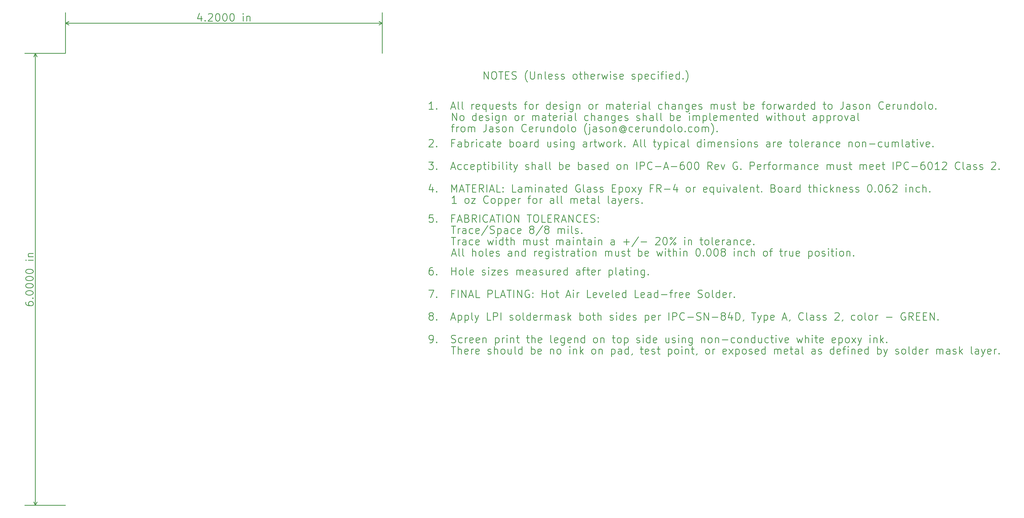
<source format=gbr>
G04 (created by PCBNEW (2013-07-07 BZR 4022)-stable) date 10/26/2014 6:34:32 PM*
%MOIN*%
G04 Gerber Fmt 3.4, Leading zero omitted, Abs format*
%FSLAX34Y34*%
G01*
G70*
G90*
G04 APERTURE LIST*
%ADD10C,0.01*%
G04 APERTURE END LIST*
G54D10*
X48285Y21595D02*
X48476Y21595D01*
X48571Y21642D01*
X48619Y21690D01*
X48714Y21833D01*
X48761Y22023D01*
X48761Y22404D01*
X48714Y22500D01*
X48666Y22547D01*
X48571Y22595D01*
X48380Y22595D01*
X48285Y22547D01*
X48238Y22500D01*
X48190Y22404D01*
X48190Y22166D01*
X48238Y22071D01*
X48285Y22023D01*
X48380Y21976D01*
X48571Y21976D01*
X48666Y22023D01*
X48714Y22071D01*
X48761Y22166D01*
X49190Y21690D02*
X49238Y21642D01*
X49190Y21595D01*
X49142Y21642D01*
X49190Y21690D01*
X49190Y21595D01*
X51142Y21642D02*
X51285Y21595D01*
X51523Y21595D01*
X51619Y21642D01*
X51666Y21690D01*
X51714Y21785D01*
X51714Y21880D01*
X51666Y21976D01*
X51619Y22023D01*
X51523Y22071D01*
X51333Y22119D01*
X51238Y22166D01*
X51190Y22214D01*
X51142Y22309D01*
X51142Y22404D01*
X51190Y22500D01*
X51238Y22547D01*
X51333Y22595D01*
X51571Y22595D01*
X51714Y22547D01*
X52571Y21642D02*
X52476Y21595D01*
X52285Y21595D01*
X52190Y21642D01*
X52142Y21690D01*
X52095Y21785D01*
X52095Y22071D01*
X52142Y22166D01*
X52190Y22214D01*
X52285Y22261D01*
X52476Y22261D01*
X52571Y22214D01*
X53000Y21595D02*
X53000Y22261D01*
X53000Y22071D02*
X53047Y22166D01*
X53095Y22214D01*
X53190Y22261D01*
X53285Y22261D01*
X54000Y21642D02*
X53904Y21595D01*
X53714Y21595D01*
X53619Y21642D01*
X53571Y21738D01*
X53571Y22119D01*
X53619Y22214D01*
X53714Y22261D01*
X53904Y22261D01*
X54000Y22214D01*
X54047Y22119D01*
X54047Y22023D01*
X53571Y21928D01*
X54857Y21642D02*
X54761Y21595D01*
X54571Y21595D01*
X54476Y21642D01*
X54428Y21738D01*
X54428Y22119D01*
X54476Y22214D01*
X54571Y22261D01*
X54761Y22261D01*
X54857Y22214D01*
X54904Y22119D01*
X54904Y22023D01*
X54428Y21928D01*
X55333Y22261D02*
X55333Y21595D01*
X55333Y22166D02*
X55380Y22214D01*
X55476Y22261D01*
X55619Y22261D01*
X55714Y22214D01*
X55761Y22119D01*
X55761Y21595D01*
X57000Y22261D02*
X57000Y21261D01*
X57000Y22214D02*
X57095Y22261D01*
X57285Y22261D01*
X57380Y22214D01*
X57428Y22166D01*
X57476Y22071D01*
X57476Y21785D01*
X57428Y21690D01*
X57380Y21642D01*
X57285Y21595D01*
X57095Y21595D01*
X57000Y21642D01*
X57904Y21595D02*
X57904Y22261D01*
X57904Y22071D02*
X57952Y22166D01*
X58000Y22214D01*
X58095Y22261D01*
X58190Y22261D01*
X58523Y21595D02*
X58523Y22261D01*
X58523Y22595D02*
X58476Y22547D01*
X58523Y22500D01*
X58571Y22547D01*
X58523Y22595D01*
X58523Y22500D01*
X59000Y22261D02*
X59000Y21595D01*
X59000Y22166D02*
X59047Y22214D01*
X59142Y22261D01*
X59285Y22261D01*
X59380Y22214D01*
X59428Y22119D01*
X59428Y21595D01*
X59761Y22261D02*
X60142Y22261D01*
X59904Y22595D02*
X59904Y21738D01*
X59952Y21642D01*
X60047Y21595D01*
X60142Y21595D01*
X61095Y22261D02*
X61476Y22261D01*
X61238Y22595D02*
X61238Y21738D01*
X61285Y21642D01*
X61380Y21595D01*
X61476Y21595D01*
X61809Y21595D02*
X61809Y22595D01*
X62238Y21595D02*
X62238Y22119D01*
X62190Y22214D01*
X62095Y22261D01*
X61952Y22261D01*
X61857Y22214D01*
X61809Y22166D01*
X63095Y21642D02*
X63000Y21595D01*
X62809Y21595D01*
X62714Y21642D01*
X62666Y21738D01*
X62666Y22119D01*
X62714Y22214D01*
X62809Y22261D01*
X63000Y22261D01*
X63095Y22214D01*
X63142Y22119D01*
X63142Y22023D01*
X62666Y21928D01*
X64476Y21595D02*
X64380Y21642D01*
X64333Y21738D01*
X64333Y22595D01*
X65238Y21642D02*
X65142Y21595D01*
X64952Y21595D01*
X64857Y21642D01*
X64809Y21738D01*
X64809Y22119D01*
X64857Y22214D01*
X64952Y22261D01*
X65142Y22261D01*
X65238Y22214D01*
X65285Y22119D01*
X65285Y22023D01*
X64809Y21928D01*
X66142Y22261D02*
X66142Y21452D01*
X66095Y21357D01*
X66047Y21309D01*
X65952Y21261D01*
X65809Y21261D01*
X65714Y21309D01*
X66142Y21642D02*
X66047Y21595D01*
X65857Y21595D01*
X65761Y21642D01*
X65714Y21690D01*
X65666Y21785D01*
X65666Y22071D01*
X65714Y22166D01*
X65761Y22214D01*
X65857Y22261D01*
X66047Y22261D01*
X66142Y22214D01*
X67000Y21642D02*
X66904Y21595D01*
X66714Y21595D01*
X66619Y21642D01*
X66571Y21738D01*
X66571Y22119D01*
X66619Y22214D01*
X66714Y22261D01*
X66904Y22261D01*
X67000Y22214D01*
X67047Y22119D01*
X67047Y22023D01*
X66571Y21928D01*
X67476Y22261D02*
X67476Y21595D01*
X67476Y22166D02*
X67523Y22214D01*
X67619Y22261D01*
X67761Y22261D01*
X67857Y22214D01*
X67904Y22119D01*
X67904Y21595D01*
X68809Y21595D02*
X68809Y22595D01*
X68809Y21642D02*
X68714Y21595D01*
X68523Y21595D01*
X68428Y21642D01*
X68380Y21690D01*
X68333Y21785D01*
X68333Y22071D01*
X68380Y22166D01*
X68428Y22214D01*
X68523Y22261D01*
X68714Y22261D01*
X68809Y22214D01*
X70190Y21595D02*
X70095Y21642D01*
X70047Y21690D01*
X70000Y21785D01*
X70000Y22071D01*
X70047Y22166D01*
X70095Y22214D01*
X70190Y22261D01*
X70333Y22261D01*
X70428Y22214D01*
X70476Y22166D01*
X70523Y22071D01*
X70523Y21785D01*
X70476Y21690D01*
X70428Y21642D01*
X70333Y21595D01*
X70190Y21595D01*
X70952Y22261D02*
X70952Y21595D01*
X70952Y22166D02*
X71000Y22214D01*
X71095Y22261D01*
X71238Y22261D01*
X71333Y22214D01*
X71380Y22119D01*
X71380Y21595D01*
X72476Y22261D02*
X72857Y22261D01*
X72619Y22595D02*
X72619Y21738D01*
X72666Y21642D01*
X72761Y21595D01*
X72857Y21595D01*
X73333Y21595D02*
X73238Y21642D01*
X73190Y21690D01*
X73142Y21785D01*
X73142Y22071D01*
X73190Y22166D01*
X73238Y22214D01*
X73333Y22261D01*
X73476Y22261D01*
X73571Y22214D01*
X73619Y22166D01*
X73666Y22071D01*
X73666Y21785D01*
X73619Y21690D01*
X73571Y21642D01*
X73476Y21595D01*
X73333Y21595D01*
X74095Y22261D02*
X74095Y21261D01*
X74095Y22214D02*
X74190Y22261D01*
X74380Y22261D01*
X74476Y22214D01*
X74523Y22166D01*
X74571Y22071D01*
X74571Y21785D01*
X74523Y21690D01*
X74476Y21642D01*
X74380Y21595D01*
X74190Y21595D01*
X74095Y21642D01*
X75714Y21642D02*
X75809Y21595D01*
X76000Y21595D01*
X76095Y21642D01*
X76142Y21738D01*
X76142Y21785D01*
X76095Y21880D01*
X76000Y21928D01*
X75857Y21928D01*
X75761Y21976D01*
X75714Y22071D01*
X75714Y22119D01*
X75761Y22214D01*
X75857Y22261D01*
X76000Y22261D01*
X76095Y22214D01*
X76571Y21595D02*
X76571Y22261D01*
X76571Y22595D02*
X76523Y22547D01*
X76571Y22500D01*
X76619Y22547D01*
X76571Y22595D01*
X76571Y22500D01*
X77476Y21595D02*
X77476Y22595D01*
X77476Y21642D02*
X77380Y21595D01*
X77190Y21595D01*
X77095Y21642D01*
X77047Y21690D01*
X77000Y21785D01*
X77000Y22071D01*
X77047Y22166D01*
X77095Y22214D01*
X77190Y22261D01*
X77380Y22261D01*
X77476Y22214D01*
X78333Y21642D02*
X78238Y21595D01*
X78047Y21595D01*
X77952Y21642D01*
X77904Y21738D01*
X77904Y22119D01*
X77952Y22214D01*
X78047Y22261D01*
X78238Y22261D01*
X78333Y22214D01*
X78380Y22119D01*
X78380Y22023D01*
X77904Y21928D01*
X79999Y22261D02*
X79999Y21595D01*
X79571Y22261D02*
X79571Y21738D01*
X79619Y21642D01*
X79714Y21595D01*
X79857Y21595D01*
X79952Y21642D01*
X79999Y21690D01*
X80428Y21642D02*
X80523Y21595D01*
X80714Y21595D01*
X80809Y21642D01*
X80857Y21738D01*
X80857Y21785D01*
X80809Y21880D01*
X80714Y21928D01*
X80571Y21928D01*
X80476Y21976D01*
X80428Y22071D01*
X80428Y22119D01*
X80476Y22214D01*
X80571Y22261D01*
X80714Y22261D01*
X80809Y22214D01*
X81285Y21595D02*
X81285Y22261D01*
X81285Y22595D02*
X81238Y22547D01*
X81285Y22500D01*
X81333Y22547D01*
X81285Y22595D01*
X81285Y22500D01*
X81761Y22261D02*
X81761Y21595D01*
X81761Y22166D02*
X81809Y22214D01*
X81904Y22261D01*
X82047Y22261D01*
X82142Y22214D01*
X82190Y22119D01*
X82190Y21595D01*
X83095Y22261D02*
X83095Y21452D01*
X83047Y21357D01*
X82999Y21309D01*
X82904Y21261D01*
X82761Y21261D01*
X82666Y21309D01*
X83095Y21642D02*
X82999Y21595D01*
X82809Y21595D01*
X82714Y21642D01*
X82666Y21690D01*
X82619Y21785D01*
X82619Y22071D01*
X82666Y22166D01*
X82714Y22214D01*
X82809Y22261D01*
X82999Y22261D01*
X83095Y22214D01*
X84333Y22261D02*
X84333Y21595D01*
X84333Y22166D02*
X84380Y22214D01*
X84476Y22261D01*
X84619Y22261D01*
X84714Y22214D01*
X84761Y22119D01*
X84761Y21595D01*
X85380Y21595D02*
X85285Y21642D01*
X85238Y21690D01*
X85190Y21785D01*
X85190Y22071D01*
X85238Y22166D01*
X85285Y22214D01*
X85380Y22261D01*
X85523Y22261D01*
X85619Y22214D01*
X85666Y22166D01*
X85714Y22071D01*
X85714Y21785D01*
X85666Y21690D01*
X85619Y21642D01*
X85523Y21595D01*
X85380Y21595D01*
X86142Y22261D02*
X86142Y21595D01*
X86142Y22166D02*
X86190Y22214D01*
X86285Y22261D01*
X86428Y22261D01*
X86523Y22214D01*
X86571Y22119D01*
X86571Y21595D01*
X87047Y21976D02*
X87809Y21976D01*
X88714Y21642D02*
X88619Y21595D01*
X88428Y21595D01*
X88333Y21642D01*
X88285Y21690D01*
X88238Y21785D01*
X88238Y22071D01*
X88285Y22166D01*
X88333Y22214D01*
X88428Y22261D01*
X88619Y22261D01*
X88714Y22214D01*
X89285Y21595D02*
X89190Y21642D01*
X89142Y21690D01*
X89095Y21785D01*
X89095Y22071D01*
X89142Y22166D01*
X89190Y22214D01*
X89285Y22261D01*
X89428Y22261D01*
X89523Y22214D01*
X89571Y22166D01*
X89619Y22071D01*
X89619Y21785D01*
X89571Y21690D01*
X89523Y21642D01*
X89428Y21595D01*
X89285Y21595D01*
X90047Y22261D02*
X90047Y21595D01*
X90047Y22166D02*
X90095Y22214D01*
X90190Y22261D01*
X90333Y22261D01*
X90428Y22214D01*
X90476Y22119D01*
X90476Y21595D01*
X91380Y21595D02*
X91380Y22595D01*
X91380Y21642D02*
X91285Y21595D01*
X91095Y21595D01*
X90999Y21642D01*
X90952Y21690D01*
X90904Y21785D01*
X90904Y22071D01*
X90952Y22166D01*
X90999Y22214D01*
X91095Y22261D01*
X91285Y22261D01*
X91380Y22214D01*
X92285Y22261D02*
X92285Y21595D01*
X91857Y22261D02*
X91857Y21738D01*
X91904Y21642D01*
X91999Y21595D01*
X92142Y21595D01*
X92238Y21642D01*
X92285Y21690D01*
X93190Y21642D02*
X93095Y21595D01*
X92904Y21595D01*
X92809Y21642D01*
X92761Y21690D01*
X92714Y21785D01*
X92714Y22071D01*
X92761Y22166D01*
X92809Y22214D01*
X92904Y22261D01*
X93095Y22261D01*
X93190Y22214D01*
X93476Y22261D02*
X93857Y22261D01*
X93619Y22595D02*
X93619Y21738D01*
X93666Y21642D01*
X93761Y21595D01*
X93857Y21595D01*
X94190Y21595D02*
X94190Y22261D01*
X94190Y22595D02*
X94142Y22547D01*
X94190Y22500D01*
X94238Y22547D01*
X94190Y22595D01*
X94190Y22500D01*
X94571Y22261D02*
X94809Y21595D01*
X95047Y22261D01*
X95809Y21642D02*
X95714Y21595D01*
X95523Y21595D01*
X95428Y21642D01*
X95380Y21738D01*
X95380Y22119D01*
X95428Y22214D01*
X95523Y22261D01*
X95714Y22261D01*
X95809Y22214D01*
X95857Y22119D01*
X95857Y22023D01*
X95380Y21928D01*
X96952Y22261D02*
X97142Y21595D01*
X97333Y22071D01*
X97523Y21595D01*
X97714Y22261D01*
X98095Y21595D02*
X98095Y22595D01*
X98523Y21595D02*
X98523Y22119D01*
X98476Y22214D01*
X98380Y22261D01*
X98238Y22261D01*
X98142Y22214D01*
X98095Y22166D01*
X98999Y21595D02*
X98999Y22261D01*
X98999Y22595D02*
X98952Y22547D01*
X98999Y22500D01*
X99047Y22547D01*
X98999Y22595D01*
X98999Y22500D01*
X99333Y22261D02*
X99714Y22261D01*
X99476Y22595D02*
X99476Y21738D01*
X99523Y21642D01*
X99619Y21595D01*
X99714Y21595D01*
X100428Y21642D02*
X100333Y21595D01*
X100142Y21595D01*
X100047Y21642D01*
X99999Y21738D01*
X99999Y22119D01*
X100047Y22214D01*
X100142Y22261D01*
X100333Y22261D01*
X100428Y22214D01*
X100476Y22119D01*
X100476Y22023D01*
X99999Y21928D01*
X102047Y21642D02*
X101952Y21595D01*
X101761Y21595D01*
X101666Y21642D01*
X101619Y21738D01*
X101619Y22119D01*
X101666Y22214D01*
X101761Y22261D01*
X101952Y22261D01*
X102047Y22214D01*
X102095Y22119D01*
X102095Y22023D01*
X101619Y21928D01*
X102523Y22261D02*
X102523Y21261D01*
X102523Y22214D02*
X102619Y22261D01*
X102809Y22261D01*
X102904Y22214D01*
X102952Y22166D01*
X102999Y22071D01*
X102999Y21785D01*
X102952Y21690D01*
X102904Y21642D01*
X102809Y21595D01*
X102619Y21595D01*
X102523Y21642D01*
X103571Y21595D02*
X103476Y21642D01*
X103428Y21690D01*
X103380Y21785D01*
X103380Y22071D01*
X103428Y22166D01*
X103476Y22214D01*
X103571Y22261D01*
X103714Y22261D01*
X103809Y22214D01*
X103857Y22166D01*
X103904Y22071D01*
X103904Y21785D01*
X103857Y21690D01*
X103809Y21642D01*
X103714Y21595D01*
X103571Y21595D01*
X104238Y21595D02*
X104761Y22261D01*
X104238Y22261D02*
X104761Y21595D01*
X105047Y22261D02*
X105285Y21595D01*
X105523Y22261D02*
X105285Y21595D01*
X105190Y21357D01*
X105142Y21309D01*
X105047Y21261D01*
X106666Y21595D02*
X106666Y22261D01*
X106666Y22595D02*
X106619Y22547D01*
X106666Y22500D01*
X106714Y22547D01*
X106666Y22595D01*
X106666Y22500D01*
X107142Y22261D02*
X107142Y21595D01*
X107142Y22166D02*
X107190Y22214D01*
X107285Y22261D01*
X107428Y22261D01*
X107523Y22214D01*
X107571Y22119D01*
X107571Y21595D01*
X108047Y21595D02*
X108047Y22595D01*
X108142Y21976D02*
X108428Y21595D01*
X108428Y22261D02*
X108047Y21880D01*
X108857Y21690D02*
X108904Y21642D01*
X108857Y21595D01*
X108809Y21642D01*
X108857Y21690D01*
X108857Y21595D01*
X51142Y21095D02*
X51714Y21095D01*
X51428Y20095D02*
X51428Y21095D01*
X52047Y20095D02*
X52047Y21095D01*
X52476Y20095D02*
X52476Y20619D01*
X52428Y20714D01*
X52333Y20761D01*
X52190Y20761D01*
X52095Y20714D01*
X52047Y20666D01*
X53333Y20142D02*
X53238Y20095D01*
X53047Y20095D01*
X52952Y20142D01*
X52904Y20238D01*
X52904Y20619D01*
X52952Y20714D01*
X53047Y20761D01*
X53238Y20761D01*
X53333Y20714D01*
X53380Y20619D01*
X53380Y20523D01*
X52904Y20428D01*
X53809Y20095D02*
X53809Y20761D01*
X53809Y20571D02*
X53857Y20666D01*
X53904Y20714D01*
X53999Y20761D01*
X54095Y20761D01*
X54809Y20142D02*
X54714Y20095D01*
X54523Y20095D01*
X54428Y20142D01*
X54380Y20238D01*
X54380Y20619D01*
X54428Y20714D01*
X54523Y20761D01*
X54714Y20761D01*
X54809Y20714D01*
X54857Y20619D01*
X54857Y20523D01*
X54380Y20428D01*
X56000Y20142D02*
X56095Y20095D01*
X56285Y20095D01*
X56380Y20142D01*
X56428Y20238D01*
X56428Y20285D01*
X56380Y20380D01*
X56285Y20428D01*
X56142Y20428D01*
X56047Y20476D01*
X56000Y20571D01*
X56000Y20619D01*
X56047Y20714D01*
X56142Y20761D01*
X56285Y20761D01*
X56380Y20714D01*
X56857Y20095D02*
X56857Y21095D01*
X57285Y20095D02*
X57285Y20619D01*
X57238Y20714D01*
X57142Y20761D01*
X56999Y20761D01*
X56904Y20714D01*
X56857Y20666D01*
X57904Y20095D02*
X57809Y20142D01*
X57761Y20190D01*
X57714Y20285D01*
X57714Y20571D01*
X57761Y20666D01*
X57809Y20714D01*
X57904Y20761D01*
X58047Y20761D01*
X58142Y20714D01*
X58190Y20666D01*
X58238Y20571D01*
X58238Y20285D01*
X58190Y20190D01*
X58142Y20142D01*
X58047Y20095D01*
X57904Y20095D01*
X59095Y20761D02*
X59095Y20095D01*
X58666Y20761D02*
X58666Y20238D01*
X58714Y20142D01*
X58809Y20095D01*
X58952Y20095D01*
X59047Y20142D01*
X59095Y20190D01*
X59714Y20095D02*
X59619Y20142D01*
X59571Y20238D01*
X59571Y21095D01*
X60523Y20095D02*
X60523Y21095D01*
X60523Y20142D02*
X60428Y20095D01*
X60238Y20095D01*
X60142Y20142D01*
X60095Y20190D01*
X60047Y20285D01*
X60047Y20571D01*
X60095Y20666D01*
X60142Y20714D01*
X60238Y20761D01*
X60428Y20761D01*
X60523Y20714D01*
X61761Y20095D02*
X61761Y21095D01*
X61761Y20714D02*
X61857Y20761D01*
X62047Y20761D01*
X62142Y20714D01*
X62190Y20666D01*
X62238Y20571D01*
X62238Y20285D01*
X62190Y20190D01*
X62142Y20142D01*
X62047Y20095D01*
X61857Y20095D01*
X61761Y20142D01*
X63047Y20142D02*
X62952Y20095D01*
X62761Y20095D01*
X62666Y20142D01*
X62619Y20238D01*
X62619Y20619D01*
X62666Y20714D01*
X62761Y20761D01*
X62952Y20761D01*
X63047Y20714D01*
X63095Y20619D01*
X63095Y20523D01*
X62619Y20428D01*
X64285Y20761D02*
X64285Y20095D01*
X64285Y20666D02*
X64333Y20714D01*
X64428Y20761D01*
X64571Y20761D01*
X64666Y20714D01*
X64714Y20619D01*
X64714Y20095D01*
X65333Y20095D02*
X65238Y20142D01*
X65190Y20190D01*
X65142Y20285D01*
X65142Y20571D01*
X65190Y20666D01*
X65238Y20714D01*
X65333Y20761D01*
X65476Y20761D01*
X65571Y20714D01*
X65619Y20666D01*
X65666Y20571D01*
X65666Y20285D01*
X65619Y20190D01*
X65571Y20142D01*
X65476Y20095D01*
X65333Y20095D01*
X66857Y20095D02*
X66857Y20761D01*
X66857Y21095D02*
X66809Y21047D01*
X66857Y21000D01*
X66904Y21047D01*
X66857Y21095D01*
X66857Y21000D01*
X67333Y20761D02*
X67333Y20095D01*
X67333Y20666D02*
X67380Y20714D01*
X67476Y20761D01*
X67619Y20761D01*
X67714Y20714D01*
X67761Y20619D01*
X67761Y20095D01*
X68238Y20095D02*
X68238Y21095D01*
X68333Y20476D02*
X68619Y20095D01*
X68619Y20761D02*
X68238Y20380D01*
X69952Y20095D02*
X69857Y20142D01*
X69809Y20190D01*
X69761Y20285D01*
X69761Y20571D01*
X69809Y20666D01*
X69857Y20714D01*
X69952Y20761D01*
X70095Y20761D01*
X70190Y20714D01*
X70238Y20666D01*
X70285Y20571D01*
X70285Y20285D01*
X70238Y20190D01*
X70190Y20142D01*
X70095Y20095D01*
X69952Y20095D01*
X70714Y20761D02*
X70714Y20095D01*
X70714Y20666D02*
X70761Y20714D01*
X70857Y20761D01*
X70999Y20761D01*
X71095Y20714D01*
X71142Y20619D01*
X71142Y20095D01*
X72380Y20761D02*
X72380Y19761D01*
X72380Y20714D02*
X72476Y20761D01*
X72666Y20761D01*
X72761Y20714D01*
X72809Y20666D01*
X72857Y20571D01*
X72857Y20285D01*
X72809Y20190D01*
X72761Y20142D01*
X72666Y20095D01*
X72476Y20095D01*
X72380Y20142D01*
X73714Y20095D02*
X73714Y20619D01*
X73666Y20714D01*
X73571Y20761D01*
X73380Y20761D01*
X73285Y20714D01*
X73714Y20142D02*
X73619Y20095D01*
X73380Y20095D01*
X73285Y20142D01*
X73238Y20238D01*
X73238Y20333D01*
X73285Y20428D01*
X73380Y20476D01*
X73619Y20476D01*
X73714Y20523D01*
X74619Y20095D02*
X74619Y21095D01*
X74619Y20142D02*
X74523Y20095D01*
X74333Y20095D01*
X74238Y20142D01*
X74190Y20190D01*
X74142Y20285D01*
X74142Y20571D01*
X74190Y20666D01*
X74238Y20714D01*
X74333Y20761D01*
X74523Y20761D01*
X74619Y20714D01*
X75142Y20142D02*
X75142Y20095D01*
X75095Y20000D01*
X75047Y19952D01*
X76190Y20761D02*
X76571Y20761D01*
X76333Y21095D02*
X76333Y20238D01*
X76380Y20142D01*
X76476Y20095D01*
X76571Y20095D01*
X77285Y20142D02*
X77190Y20095D01*
X76999Y20095D01*
X76904Y20142D01*
X76857Y20238D01*
X76857Y20619D01*
X76904Y20714D01*
X76999Y20761D01*
X77190Y20761D01*
X77285Y20714D01*
X77333Y20619D01*
X77333Y20523D01*
X76857Y20428D01*
X77714Y20142D02*
X77809Y20095D01*
X77999Y20095D01*
X78095Y20142D01*
X78142Y20238D01*
X78142Y20285D01*
X78095Y20380D01*
X77999Y20428D01*
X77857Y20428D01*
X77761Y20476D01*
X77714Y20571D01*
X77714Y20619D01*
X77761Y20714D01*
X77857Y20761D01*
X77999Y20761D01*
X78095Y20714D01*
X78428Y20761D02*
X78809Y20761D01*
X78571Y21095D02*
X78571Y20238D01*
X78619Y20142D01*
X78714Y20095D01*
X78809Y20095D01*
X79904Y20761D02*
X79904Y19761D01*
X79904Y20714D02*
X79999Y20761D01*
X80190Y20761D01*
X80285Y20714D01*
X80333Y20666D01*
X80380Y20571D01*
X80380Y20285D01*
X80333Y20190D01*
X80285Y20142D01*
X80190Y20095D01*
X79999Y20095D01*
X79904Y20142D01*
X80952Y20095D02*
X80857Y20142D01*
X80809Y20190D01*
X80761Y20285D01*
X80761Y20571D01*
X80809Y20666D01*
X80857Y20714D01*
X80952Y20761D01*
X81095Y20761D01*
X81190Y20714D01*
X81238Y20666D01*
X81285Y20571D01*
X81285Y20285D01*
X81238Y20190D01*
X81190Y20142D01*
X81095Y20095D01*
X80952Y20095D01*
X81714Y20095D02*
X81714Y20761D01*
X81714Y21095D02*
X81666Y21047D01*
X81714Y21000D01*
X81761Y21047D01*
X81714Y21095D01*
X81714Y21000D01*
X82190Y20761D02*
X82190Y20095D01*
X82190Y20666D02*
X82238Y20714D01*
X82333Y20761D01*
X82476Y20761D01*
X82571Y20714D01*
X82619Y20619D01*
X82619Y20095D01*
X82952Y20761D02*
X83333Y20761D01*
X83095Y21095D02*
X83095Y20238D01*
X83142Y20142D01*
X83238Y20095D01*
X83333Y20095D01*
X83714Y20142D02*
X83714Y20095D01*
X83666Y20000D01*
X83619Y19952D01*
X85047Y20095D02*
X84952Y20142D01*
X84904Y20190D01*
X84857Y20285D01*
X84857Y20571D01*
X84904Y20666D01*
X84952Y20714D01*
X85047Y20761D01*
X85190Y20761D01*
X85285Y20714D01*
X85333Y20666D01*
X85380Y20571D01*
X85380Y20285D01*
X85333Y20190D01*
X85285Y20142D01*
X85190Y20095D01*
X85047Y20095D01*
X85809Y20095D02*
X85809Y20761D01*
X85809Y20571D02*
X85857Y20666D01*
X85904Y20714D01*
X85999Y20761D01*
X86095Y20761D01*
X87571Y20142D02*
X87476Y20095D01*
X87285Y20095D01*
X87190Y20142D01*
X87142Y20238D01*
X87142Y20619D01*
X87190Y20714D01*
X87285Y20761D01*
X87476Y20761D01*
X87571Y20714D01*
X87619Y20619D01*
X87619Y20523D01*
X87142Y20428D01*
X87952Y20095D02*
X88476Y20761D01*
X87952Y20761D02*
X88476Y20095D01*
X88857Y20761D02*
X88857Y19761D01*
X88857Y20714D02*
X88952Y20761D01*
X89142Y20761D01*
X89238Y20714D01*
X89285Y20666D01*
X89333Y20571D01*
X89333Y20285D01*
X89285Y20190D01*
X89238Y20142D01*
X89142Y20095D01*
X88952Y20095D01*
X88857Y20142D01*
X89904Y20095D02*
X89809Y20142D01*
X89761Y20190D01*
X89714Y20285D01*
X89714Y20571D01*
X89761Y20666D01*
X89809Y20714D01*
X89904Y20761D01*
X90047Y20761D01*
X90142Y20714D01*
X90190Y20666D01*
X90238Y20571D01*
X90238Y20285D01*
X90190Y20190D01*
X90142Y20142D01*
X90047Y20095D01*
X89904Y20095D01*
X90619Y20142D02*
X90714Y20095D01*
X90904Y20095D01*
X90999Y20142D01*
X91047Y20238D01*
X91047Y20285D01*
X90999Y20380D01*
X90904Y20428D01*
X90761Y20428D01*
X90666Y20476D01*
X90619Y20571D01*
X90619Y20619D01*
X90666Y20714D01*
X90761Y20761D01*
X90904Y20761D01*
X90999Y20714D01*
X91857Y20142D02*
X91761Y20095D01*
X91571Y20095D01*
X91476Y20142D01*
X91428Y20238D01*
X91428Y20619D01*
X91476Y20714D01*
X91571Y20761D01*
X91761Y20761D01*
X91857Y20714D01*
X91904Y20619D01*
X91904Y20523D01*
X91428Y20428D01*
X92761Y20095D02*
X92761Y21095D01*
X92761Y20142D02*
X92666Y20095D01*
X92476Y20095D01*
X92380Y20142D01*
X92333Y20190D01*
X92285Y20285D01*
X92285Y20571D01*
X92333Y20666D01*
X92380Y20714D01*
X92476Y20761D01*
X92666Y20761D01*
X92761Y20714D01*
X93999Y20095D02*
X93999Y20761D01*
X93999Y20666D02*
X94047Y20714D01*
X94142Y20761D01*
X94285Y20761D01*
X94380Y20714D01*
X94428Y20619D01*
X94428Y20095D01*
X94428Y20619D02*
X94476Y20714D01*
X94571Y20761D01*
X94714Y20761D01*
X94809Y20714D01*
X94857Y20619D01*
X94857Y20095D01*
X95714Y20142D02*
X95619Y20095D01*
X95428Y20095D01*
X95333Y20142D01*
X95285Y20238D01*
X95285Y20619D01*
X95333Y20714D01*
X95428Y20761D01*
X95619Y20761D01*
X95714Y20714D01*
X95761Y20619D01*
X95761Y20523D01*
X95285Y20428D01*
X96047Y20761D02*
X96428Y20761D01*
X96190Y21095D02*
X96190Y20238D01*
X96238Y20142D01*
X96333Y20095D01*
X96428Y20095D01*
X97190Y20095D02*
X97190Y20619D01*
X97142Y20714D01*
X97047Y20761D01*
X96857Y20761D01*
X96761Y20714D01*
X97190Y20142D02*
X97095Y20095D01*
X96857Y20095D01*
X96761Y20142D01*
X96714Y20238D01*
X96714Y20333D01*
X96761Y20428D01*
X96857Y20476D01*
X97095Y20476D01*
X97190Y20523D01*
X97809Y20095D02*
X97714Y20142D01*
X97666Y20238D01*
X97666Y21095D01*
X99380Y20095D02*
X99380Y20619D01*
X99333Y20714D01*
X99238Y20761D01*
X99047Y20761D01*
X98952Y20714D01*
X99380Y20142D02*
X99285Y20095D01*
X99047Y20095D01*
X98952Y20142D01*
X98904Y20238D01*
X98904Y20333D01*
X98952Y20428D01*
X99047Y20476D01*
X99285Y20476D01*
X99380Y20523D01*
X99809Y20142D02*
X99904Y20095D01*
X100095Y20095D01*
X100190Y20142D01*
X100238Y20238D01*
X100238Y20285D01*
X100190Y20380D01*
X100095Y20428D01*
X99952Y20428D01*
X99857Y20476D01*
X99809Y20571D01*
X99809Y20619D01*
X99857Y20714D01*
X99952Y20761D01*
X100095Y20761D01*
X100190Y20714D01*
X101857Y20095D02*
X101857Y21095D01*
X101857Y20142D02*
X101761Y20095D01*
X101571Y20095D01*
X101476Y20142D01*
X101428Y20190D01*
X101380Y20285D01*
X101380Y20571D01*
X101428Y20666D01*
X101476Y20714D01*
X101571Y20761D01*
X101761Y20761D01*
X101857Y20714D01*
X102714Y20142D02*
X102619Y20095D01*
X102428Y20095D01*
X102333Y20142D01*
X102285Y20238D01*
X102285Y20619D01*
X102333Y20714D01*
X102428Y20761D01*
X102619Y20761D01*
X102714Y20714D01*
X102761Y20619D01*
X102761Y20523D01*
X102285Y20428D01*
X103047Y20761D02*
X103428Y20761D01*
X103190Y20095D02*
X103190Y20952D01*
X103238Y21047D01*
X103333Y21095D01*
X103428Y21095D01*
X103761Y20095D02*
X103761Y20761D01*
X103761Y21095D02*
X103714Y21047D01*
X103761Y21000D01*
X103809Y21047D01*
X103761Y21095D01*
X103761Y21000D01*
X104238Y20761D02*
X104238Y20095D01*
X104238Y20666D02*
X104285Y20714D01*
X104380Y20761D01*
X104523Y20761D01*
X104619Y20714D01*
X104666Y20619D01*
X104666Y20095D01*
X105523Y20142D02*
X105428Y20095D01*
X105238Y20095D01*
X105142Y20142D01*
X105095Y20238D01*
X105095Y20619D01*
X105142Y20714D01*
X105238Y20761D01*
X105428Y20761D01*
X105523Y20714D01*
X105571Y20619D01*
X105571Y20523D01*
X105095Y20428D01*
X106428Y20095D02*
X106428Y21095D01*
X106428Y20142D02*
X106333Y20095D01*
X106142Y20095D01*
X106047Y20142D01*
X105999Y20190D01*
X105952Y20285D01*
X105952Y20571D01*
X105999Y20666D01*
X106047Y20714D01*
X106142Y20761D01*
X106333Y20761D01*
X106428Y20714D01*
X107666Y20095D02*
X107666Y21095D01*
X107666Y20714D02*
X107761Y20761D01*
X107952Y20761D01*
X108047Y20714D01*
X108095Y20666D01*
X108142Y20571D01*
X108142Y20285D01*
X108095Y20190D01*
X108047Y20142D01*
X107952Y20095D01*
X107761Y20095D01*
X107666Y20142D01*
X108476Y20761D02*
X108714Y20095D01*
X108952Y20761D02*
X108714Y20095D01*
X108619Y19857D01*
X108571Y19809D01*
X108476Y19761D01*
X110047Y20142D02*
X110142Y20095D01*
X110333Y20095D01*
X110428Y20142D01*
X110476Y20238D01*
X110476Y20285D01*
X110428Y20380D01*
X110333Y20428D01*
X110190Y20428D01*
X110095Y20476D01*
X110047Y20571D01*
X110047Y20619D01*
X110095Y20714D01*
X110190Y20761D01*
X110333Y20761D01*
X110428Y20714D01*
X111047Y20095D02*
X110952Y20142D01*
X110904Y20190D01*
X110857Y20285D01*
X110857Y20571D01*
X110904Y20666D01*
X110952Y20714D01*
X111047Y20761D01*
X111190Y20761D01*
X111285Y20714D01*
X111333Y20666D01*
X111380Y20571D01*
X111380Y20285D01*
X111333Y20190D01*
X111285Y20142D01*
X111190Y20095D01*
X111047Y20095D01*
X111952Y20095D02*
X111857Y20142D01*
X111809Y20238D01*
X111809Y21095D01*
X112761Y20095D02*
X112761Y21095D01*
X112761Y20142D02*
X112666Y20095D01*
X112476Y20095D01*
X112380Y20142D01*
X112333Y20190D01*
X112285Y20285D01*
X112285Y20571D01*
X112333Y20666D01*
X112380Y20714D01*
X112476Y20761D01*
X112666Y20761D01*
X112761Y20714D01*
X113619Y20142D02*
X113523Y20095D01*
X113333Y20095D01*
X113238Y20142D01*
X113190Y20238D01*
X113190Y20619D01*
X113238Y20714D01*
X113333Y20761D01*
X113523Y20761D01*
X113619Y20714D01*
X113666Y20619D01*
X113666Y20523D01*
X113190Y20428D01*
X114095Y20095D02*
X114095Y20761D01*
X114095Y20571D02*
X114142Y20666D01*
X114190Y20714D01*
X114285Y20761D01*
X114380Y20761D01*
X115476Y20095D02*
X115476Y20761D01*
X115476Y20666D02*
X115523Y20714D01*
X115619Y20761D01*
X115761Y20761D01*
X115857Y20714D01*
X115904Y20619D01*
X115904Y20095D01*
X115904Y20619D02*
X115952Y20714D01*
X116047Y20761D01*
X116190Y20761D01*
X116285Y20714D01*
X116333Y20619D01*
X116333Y20095D01*
X117238Y20095D02*
X117238Y20619D01*
X117190Y20714D01*
X117095Y20761D01*
X116904Y20761D01*
X116809Y20714D01*
X117238Y20142D02*
X117142Y20095D01*
X116904Y20095D01*
X116809Y20142D01*
X116761Y20238D01*
X116761Y20333D01*
X116809Y20428D01*
X116904Y20476D01*
X117142Y20476D01*
X117238Y20523D01*
X117666Y20142D02*
X117761Y20095D01*
X117952Y20095D01*
X118047Y20142D01*
X118095Y20238D01*
X118095Y20285D01*
X118047Y20380D01*
X117952Y20428D01*
X117809Y20428D01*
X117714Y20476D01*
X117666Y20571D01*
X117666Y20619D01*
X117714Y20714D01*
X117809Y20761D01*
X117952Y20761D01*
X118047Y20714D01*
X118523Y20095D02*
X118523Y21095D01*
X118619Y20476D02*
X118904Y20095D01*
X118904Y20761D02*
X118523Y20380D01*
X120238Y20095D02*
X120142Y20142D01*
X120095Y20238D01*
X120095Y21095D01*
X121047Y20095D02*
X121047Y20619D01*
X120999Y20714D01*
X120904Y20761D01*
X120714Y20761D01*
X120619Y20714D01*
X121047Y20142D02*
X120952Y20095D01*
X120714Y20095D01*
X120619Y20142D01*
X120571Y20238D01*
X120571Y20333D01*
X120619Y20428D01*
X120714Y20476D01*
X120952Y20476D01*
X121047Y20523D01*
X121428Y20761D02*
X121666Y20095D01*
X121904Y20761D02*
X121666Y20095D01*
X121571Y19857D01*
X121523Y19809D01*
X121428Y19761D01*
X122666Y20142D02*
X122571Y20095D01*
X122380Y20095D01*
X122285Y20142D01*
X122238Y20238D01*
X122238Y20619D01*
X122285Y20714D01*
X122380Y20761D01*
X122571Y20761D01*
X122666Y20714D01*
X122714Y20619D01*
X122714Y20523D01*
X122238Y20428D01*
X123142Y20095D02*
X123142Y20761D01*
X123142Y20571D02*
X123190Y20666D01*
X123238Y20714D01*
X123333Y20761D01*
X123428Y20761D01*
X123761Y20190D02*
X123809Y20142D01*
X123761Y20095D01*
X123714Y20142D01*
X123761Y20190D01*
X123761Y20095D01*
X48380Y25166D02*
X48285Y25214D01*
X48238Y25261D01*
X48190Y25357D01*
X48190Y25404D01*
X48238Y25500D01*
X48285Y25547D01*
X48380Y25595D01*
X48571Y25595D01*
X48666Y25547D01*
X48714Y25500D01*
X48761Y25404D01*
X48761Y25357D01*
X48714Y25261D01*
X48666Y25214D01*
X48571Y25166D01*
X48380Y25166D01*
X48285Y25119D01*
X48238Y25071D01*
X48190Y24976D01*
X48190Y24785D01*
X48238Y24690D01*
X48285Y24642D01*
X48380Y24595D01*
X48571Y24595D01*
X48666Y24642D01*
X48714Y24690D01*
X48761Y24785D01*
X48761Y24976D01*
X48714Y25071D01*
X48666Y25119D01*
X48571Y25166D01*
X49190Y24690D02*
X49238Y24642D01*
X49190Y24595D01*
X49142Y24642D01*
X49190Y24690D01*
X49190Y24595D01*
X51142Y24880D02*
X51619Y24880D01*
X51047Y24595D02*
X51380Y25595D01*
X51714Y24595D01*
X52047Y25261D02*
X52047Y24261D01*
X52047Y25214D02*
X52142Y25261D01*
X52333Y25261D01*
X52428Y25214D01*
X52476Y25166D01*
X52523Y25071D01*
X52523Y24785D01*
X52476Y24690D01*
X52428Y24642D01*
X52333Y24595D01*
X52142Y24595D01*
X52047Y24642D01*
X52952Y25261D02*
X52952Y24261D01*
X52952Y25214D02*
X53047Y25261D01*
X53238Y25261D01*
X53333Y25214D01*
X53380Y25166D01*
X53428Y25071D01*
X53428Y24785D01*
X53380Y24690D01*
X53333Y24642D01*
X53238Y24595D01*
X53047Y24595D01*
X52952Y24642D01*
X54000Y24595D02*
X53904Y24642D01*
X53857Y24738D01*
X53857Y25595D01*
X54285Y25261D02*
X54523Y24595D01*
X54761Y25261D02*
X54523Y24595D01*
X54428Y24357D01*
X54380Y24309D01*
X54285Y24261D01*
X56380Y24595D02*
X55904Y24595D01*
X55904Y25595D01*
X56714Y24595D02*
X56714Y25595D01*
X57095Y25595D01*
X57190Y25547D01*
X57238Y25500D01*
X57285Y25404D01*
X57285Y25261D01*
X57238Y25166D01*
X57190Y25119D01*
X57095Y25071D01*
X56714Y25071D01*
X57714Y24595D02*
X57714Y25595D01*
X58904Y24642D02*
X58999Y24595D01*
X59190Y24595D01*
X59285Y24642D01*
X59333Y24738D01*
X59333Y24785D01*
X59285Y24880D01*
X59190Y24928D01*
X59047Y24928D01*
X58952Y24976D01*
X58904Y25071D01*
X58904Y25119D01*
X58952Y25214D01*
X59047Y25261D01*
X59190Y25261D01*
X59285Y25214D01*
X59904Y24595D02*
X59809Y24642D01*
X59761Y24690D01*
X59714Y24785D01*
X59714Y25071D01*
X59761Y25166D01*
X59809Y25214D01*
X59904Y25261D01*
X60047Y25261D01*
X60142Y25214D01*
X60190Y25166D01*
X60238Y25071D01*
X60238Y24785D01*
X60190Y24690D01*
X60142Y24642D01*
X60047Y24595D01*
X59904Y24595D01*
X60809Y24595D02*
X60714Y24642D01*
X60666Y24738D01*
X60666Y25595D01*
X61619Y24595D02*
X61619Y25595D01*
X61619Y24642D02*
X61523Y24595D01*
X61333Y24595D01*
X61238Y24642D01*
X61190Y24690D01*
X61142Y24785D01*
X61142Y25071D01*
X61190Y25166D01*
X61238Y25214D01*
X61333Y25261D01*
X61523Y25261D01*
X61619Y25214D01*
X62476Y24642D02*
X62380Y24595D01*
X62190Y24595D01*
X62095Y24642D01*
X62047Y24738D01*
X62047Y25119D01*
X62095Y25214D01*
X62190Y25261D01*
X62380Y25261D01*
X62476Y25214D01*
X62523Y25119D01*
X62523Y25023D01*
X62047Y24928D01*
X62952Y24595D02*
X62952Y25261D01*
X62952Y25071D02*
X62999Y25166D01*
X63047Y25214D01*
X63142Y25261D01*
X63238Y25261D01*
X63571Y24595D02*
X63571Y25261D01*
X63571Y25166D02*
X63619Y25214D01*
X63714Y25261D01*
X63857Y25261D01*
X63952Y25214D01*
X63999Y25119D01*
X63999Y24595D01*
X63999Y25119D02*
X64047Y25214D01*
X64142Y25261D01*
X64285Y25261D01*
X64380Y25214D01*
X64428Y25119D01*
X64428Y24595D01*
X65333Y24595D02*
X65333Y25119D01*
X65285Y25214D01*
X65190Y25261D01*
X64999Y25261D01*
X64904Y25214D01*
X65333Y24642D02*
X65238Y24595D01*
X64999Y24595D01*
X64904Y24642D01*
X64857Y24738D01*
X64857Y24833D01*
X64904Y24928D01*
X64999Y24976D01*
X65238Y24976D01*
X65333Y25023D01*
X65761Y24642D02*
X65857Y24595D01*
X66047Y24595D01*
X66142Y24642D01*
X66190Y24738D01*
X66190Y24785D01*
X66142Y24880D01*
X66047Y24928D01*
X65904Y24928D01*
X65809Y24976D01*
X65761Y25071D01*
X65761Y25119D01*
X65809Y25214D01*
X65904Y25261D01*
X66047Y25261D01*
X66142Y25214D01*
X66619Y24595D02*
X66619Y25595D01*
X66714Y24976D02*
X66999Y24595D01*
X66999Y25261D02*
X66619Y24880D01*
X68190Y24595D02*
X68190Y25595D01*
X68190Y25214D02*
X68285Y25261D01*
X68476Y25261D01*
X68571Y25214D01*
X68619Y25166D01*
X68666Y25071D01*
X68666Y24785D01*
X68619Y24690D01*
X68571Y24642D01*
X68476Y24595D01*
X68285Y24595D01*
X68190Y24642D01*
X69238Y24595D02*
X69142Y24642D01*
X69095Y24690D01*
X69047Y24785D01*
X69047Y25071D01*
X69095Y25166D01*
X69142Y25214D01*
X69238Y25261D01*
X69380Y25261D01*
X69476Y25214D01*
X69523Y25166D01*
X69571Y25071D01*
X69571Y24785D01*
X69523Y24690D01*
X69476Y24642D01*
X69380Y24595D01*
X69238Y24595D01*
X69857Y25261D02*
X70238Y25261D01*
X69999Y25595D02*
X69999Y24738D01*
X70047Y24642D01*
X70142Y24595D01*
X70238Y24595D01*
X70571Y24595D02*
X70571Y25595D01*
X70999Y24595D02*
X70999Y25119D01*
X70952Y25214D01*
X70857Y25261D01*
X70714Y25261D01*
X70619Y25214D01*
X70571Y25166D01*
X72190Y24642D02*
X72285Y24595D01*
X72476Y24595D01*
X72571Y24642D01*
X72619Y24738D01*
X72619Y24785D01*
X72571Y24880D01*
X72476Y24928D01*
X72333Y24928D01*
X72238Y24976D01*
X72190Y25071D01*
X72190Y25119D01*
X72238Y25214D01*
X72333Y25261D01*
X72476Y25261D01*
X72571Y25214D01*
X73047Y24595D02*
X73047Y25261D01*
X73047Y25595D02*
X72999Y25547D01*
X73047Y25500D01*
X73095Y25547D01*
X73047Y25595D01*
X73047Y25500D01*
X73952Y24595D02*
X73952Y25595D01*
X73952Y24642D02*
X73857Y24595D01*
X73666Y24595D01*
X73571Y24642D01*
X73523Y24690D01*
X73476Y24785D01*
X73476Y25071D01*
X73523Y25166D01*
X73571Y25214D01*
X73666Y25261D01*
X73857Y25261D01*
X73952Y25214D01*
X74809Y24642D02*
X74714Y24595D01*
X74523Y24595D01*
X74428Y24642D01*
X74380Y24738D01*
X74380Y25119D01*
X74428Y25214D01*
X74523Y25261D01*
X74714Y25261D01*
X74809Y25214D01*
X74857Y25119D01*
X74857Y25023D01*
X74380Y24928D01*
X75238Y24642D02*
X75333Y24595D01*
X75523Y24595D01*
X75619Y24642D01*
X75666Y24738D01*
X75666Y24785D01*
X75619Y24880D01*
X75523Y24928D01*
X75380Y24928D01*
X75285Y24976D01*
X75238Y25071D01*
X75238Y25119D01*
X75285Y25214D01*
X75380Y25261D01*
X75523Y25261D01*
X75619Y25214D01*
X76857Y25261D02*
X76857Y24261D01*
X76857Y25214D02*
X76952Y25261D01*
X77142Y25261D01*
X77238Y25214D01*
X77285Y25166D01*
X77333Y25071D01*
X77333Y24785D01*
X77285Y24690D01*
X77238Y24642D01*
X77142Y24595D01*
X76952Y24595D01*
X76857Y24642D01*
X78142Y24642D02*
X78047Y24595D01*
X77857Y24595D01*
X77761Y24642D01*
X77714Y24738D01*
X77714Y25119D01*
X77761Y25214D01*
X77857Y25261D01*
X78047Y25261D01*
X78142Y25214D01*
X78190Y25119D01*
X78190Y25023D01*
X77714Y24928D01*
X78619Y24595D02*
X78619Y25261D01*
X78619Y25071D02*
X78666Y25166D01*
X78714Y25214D01*
X78809Y25261D01*
X78904Y25261D01*
X79999Y24595D02*
X79999Y25595D01*
X80476Y24595D02*
X80476Y25595D01*
X80857Y25595D01*
X80952Y25547D01*
X80999Y25500D01*
X81047Y25404D01*
X81047Y25261D01*
X80999Y25166D01*
X80952Y25119D01*
X80857Y25071D01*
X80476Y25071D01*
X82047Y24690D02*
X81999Y24642D01*
X81857Y24595D01*
X81761Y24595D01*
X81619Y24642D01*
X81523Y24738D01*
X81476Y24833D01*
X81428Y25023D01*
X81428Y25166D01*
X81476Y25357D01*
X81523Y25452D01*
X81619Y25547D01*
X81761Y25595D01*
X81857Y25595D01*
X81999Y25547D01*
X82047Y25500D01*
X82476Y24976D02*
X83238Y24976D01*
X83666Y24642D02*
X83809Y24595D01*
X84047Y24595D01*
X84142Y24642D01*
X84190Y24690D01*
X84238Y24785D01*
X84238Y24880D01*
X84190Y24976D01*
X84142Y25023D01*
X84047Y25071D01*
X83857Y25119D01*
X83761Y25166D01*
X83714Y25214D01*
X83666Y25309D01*
X83666Y25404D01*
X83714Y25500D01*
X83761Y25547D01*
X83857Y25595D01*
X84095Y25595D01*
X84238Y25547D01*
X84666Y24595D02*
X84666Y25595D01*
X85238Y24595D01*
X85238Y25595D01*
X85714Y24976D02*
X86476Y24976D01*
X87095Y25166D02*
X86999Y25214D01*
X86952Y25261D01*
X86904Y25357D01*
X86904Y25404D01*
X86952Y25500D01*
X86999Y25547D01*
X87095Y25595D01*
X87285Y25595D01*
X87380Y25547D01*
X87428Y25500D01*
X87476Y25404D01*
X87476Y25357D01*
X87428Y25261D01*
X87380Y25214D01*
X87285Y25166D01*
X87095Y25166D01*
X86999Y25119D01*
X86952Y25071D01*
X86904Y24976D01*
X86904Y24785D01*
X86952Y24690D01*
X86999Y24642D01*
X87095Y24595D01*
X87285Y24595D01*
X87380Y24642D01*
X87428Y24690D01*
X87476Y24785D01*
X87476Y24976D01*
X87428Y25071D01*
X87380Y25119D01*
X87285Y25166D01*
X88333Y25261D02*
X88333Y24595D01*
X88095Y25642D02*
X87857Y24928D01*
X88476Y24928D01*
X88857Y24595D02*
X88857Y25595D01*
X89095Y25595D01*
X89238Y25547D01*
X89333Y25452D01*
X89380Y25357D01*
X89428Y25166D01*
X89428Y25023D01*
X89380Y24833D01*
X89333Y24738D01*
X89238Y24642D01*
X89095Y24595D01*
X88857Y24595D01*
X89904Y24642D02*
X89904Y24595D01*
X89857Y24500D01*
X89809Y24452D01*
X90952Y25595D02*
X91523Y25595D01*
X91238Y24595D02*
X91238Y25595D01*
X91761Y25261D02*
X91999Y24595D01*
X92238Y25261D02*
X91999Y24595D01*
X91904Y24357D01*
X91857Y24309D01*
X91761Y24261D01*
X92619Y25261D02*
X92619Y24261D01*
X92619Y25214D02*
X92714Y25261D01*
X92904Y25261D01*
X92999Y25214D01*
X93047Y25166D01*
X93095Y25071D01*
X93095Y24785D01*
X93047Y24690D01*
X92999Y24642D01*
X92904Y24595D01*
X92714Y24595D01*
X92619Y24642D01*
X93904Y24642D02*
X93809Y24595D01*
X93619Y24595D01*
X93523Y24642D01*
X93476Y24738D01*
X93476Y25119D01*
X93523Y25214D01*
X93619Y25261D01*
X93809Y25261D01*
X93904Y25214D01*
X93952Y25119D01*
X93952Y25023D01*
X93476Y24928D01*
X95095Y24880D02*
X95571Y24880D01*
X94999Y24595D02*
X95333Y25595D01*
X95666Y24595D01*
X96047Y24642D02*
X96047Y24595D01*
X95999Y24500D01*
X95952Y24452D01*
X97809Y24690D02*
X97761Y24642D01*
X97619Y24595D01*
X97523Y24595D01*
X97380Y24642D01*
X97285Y24738D01*
X97238Y24833D01*
X97190Y25023D01*
X97190Y25166D01*
X97238Y25357D01*
X97285Y25452D01*
X97380Y25547D01*
X97523Y25595D01*
X97619Y25595D01*
X97761Y25547D01*
X97809Y25500D01*
X98380Y24595D02*
X98285Y24642D01*
X98238Y24738D01*
X98238Y25595D01*
X99190Y24595D02*
X99190Y25119D01*
X99142Y25214D01*
X99047Y25261D01*
X98857Y25261D01*
X98761Y25214D01*
X99190Y24642D02*
X99095Y24595D01*
X98857Y24595D01*
X98761Y24642D01*
X98714Y24738D01*
X98714Y24833D01*
X98761Y24928D01*
X98857Y24976D01*
X99095Y24976D01*
X99190Y25023D01*
X99619Y24642D02*
X99714Y24595D01*
X99904Y24595D01*
X99999Y24642D01*
X100047Y24738D01*
X100047Y24785D01*
X99999Y24880D01*
X99904Y24928D01*
X99761Y24928D01*
X99666Y24976D01*
X99619Y25071D01*
X99619Y25119D01*
X99666Y25214D01*
X99761Y25261D01*
X99904Y25261D01*
X99999Y25214D01*
X100428Y24642D02*
X100523Y24595D01*
X100714Y24595D01*
X100809Y24642D01*
X100857Y24738D01*
X100857Y24785D01*
X100809Y24880D01*
X100714Y24928D01*
X100571Y24928D01*
X100476Y24976D01*
X100428Y25071D01*
X100428Y25119D01*
X100476Y25214D01*
X100571Y25261D01*
X100714Y25261D01*
X100809Y25214D01*
X101999Y25500D02*
X102047Y25547D01*
X102142Y25595D01*
X102380Y25595D01*
X102476Y25547D01*
X102523Y25500D01*
X102571Y25404D01*
X102571Y25309D01*
X102523Y25166D01*
X101952Y24595D01*
X102571Y24595D01*
X103047Y24642D02*
X103047Y24595D01*
X102999Y24500D01*
X102952Y24452D01*
X104666Y24642D02*
X104571Y24595D01*
X104380Y24595D01*
X104285Y24642D01*
X104238Y24690D01*
X104190Y24785D01*
X104190Y25071D01*
X104238Y25166D01*
X104285Y25214D01*
X104380Y25261D01*
X104571Y25261D01*
X104666Y25214D01*
X105238Y24595D02*
X105142Y24642D01*
X105095Y24690D01*
X105047Y24785D01*
X105047Y25071D01*
X105095Y25166D01*
X105142Y25214D01*
X105238Y25261D01*
X105380Y25261D01*
X105476Y25214D01*
X105523Y25166D01*
X105571Y25071D01*
X105571Y24785D01*
X105523Y24690D01*
X105476Y24642D01*
X105380Y24595D01*
X105238Y24595D01*
X106142Y24595D02*
X106047Y24642D01*
X105999Y24738D01*
X105999Y25595D01*
X106666Y24595D02*
X106571Y24642D01*
X106523Y24690D01*
X106476Y24785D01*
X106476Y25071D01*
X106523Y25166D01*
X106571Y25214D01*
X106666Y25261D01*
X106809Y25261D01*
X106904Y25214D01*
X106952Y25166D01*
X106999Y25071D01*
X106999Y24785D01*
X106952Y24690D01*
X106904Y24642D01*
X106809Y24595D01*
X106666Y24595D01*
X107428Y24595D02*
X107428Y25261D01*
X107428Y25071D02*
X107476Y25166D01*
X107523Y25214D01*
X107619Y25261D01*
X107714Y25261D01*
X108809Y24976D02*
X109571Y24976D01*
X111333Y25547D02*
X111238Y25595D01*
X111095Y25595D01*
X110952Y25547D01*
X110857Y25452D01*
X110809Y25357D01*
X110761Y25166D01*
X110761Y25023D01*
X110809Y24833D01*
X110857Y24738D01*
X110952Y24642D01*
X111095Y24595D01*
X111190Y24595D01*
X111333Y24642D01*
X111380Y24690D01*
X111380Y25023D01*
X111190Y25023D01*
X112380Y24595D02*
X112047Y25071D01*
X111809Y24595D02*
X111809Y25595D01*
X112190Y25595D01*
X112285Y25547D01*
X112333Y25500D01*
X112380Y25404D01*
X112380Y25261D01*
X112333Y25166D01*
X112285Y25119D01*
X112190Y25071D01*
X111809Y25071D01*
X112809Y25119D02*
X113142Y25119D01*
X113285Y24595D02*
X112809Y24595D01*
X112809Y25595D01*
X113285Y25595D01*
X113714Y25119D02*
X114047Y25119D01*
X114190Y24595D02*
X113714Y24595D01*
X113714Y25595D01*
X114190Y25595D01*
X114619Y24595D02*
X114619Y25595D01*
X115190Y24595D01*
X115190Y25595D01*
X115666Y24690D02*
X115714Y24642D01*
X115666Y24595D01*
X115619Y24642D01*
X115666Y24690D01*
X115666Y24595D01*
X48142Y28595D02*
X48809Y28595D01*
X48380Y27595D01*
X49190Y27690D02*
X49238Y27642D01*
X49190Y27595D01*
X49142Y27642D01*
X49190Y27690D01*
X49190Y27595D01*
X51523Y28119D02*
X51190Y28119D01*
X51190Y27595D02*
X51190Y28595D01*
X51666Y28595D01*
X52047Y27595D02*
X52047Y28595D01*
X52523Y27595D02*
X52523Y28595D01*
X53095Y27595D01*
X53095Y28595D01*
X53523Y27880D02*
X54000Y27880D01*
X53428Y27595D02*
X53761Y28595D01*
X54095Y27595D01*
X54904Y27595D02*
X54428Y27595D01*
X54428Y28595D01*
X56000Y27595D02*
X56000Y28595D01*
X56380Y28595D01*
X56476Y28547D01*
X56523Y28500D01*
X56571Y28404D01*
X56571Y28261D01*
X56523Y28166D01*
X56476Y28119D01*
X56380Y28071D01*
X56000Y28071D01*
X57476Y27595D02*
X57000Y27595D01*
X57000Y28595D01*
X57761Y27880D02*
X58238Y27880D01*
X57666Y27595D02*
X57999Y28595D01*
X58333Y27595D01*
X58523Y28595D02*
X59095Y28595D01*
X58809Y27595D02*
X58809Y28595D01*
X59428Y27595D02*
X59428Y28595D01*
X59904Y27595D02*
X59904Y28595D01*
X60476Y27595D01*
X60476Y28595D01*
X61476Y28547D02*
X61380Y28595D01*
X61238Y28595D01*
X61095Y28547D01*
X60999Y28452D01*
X60952Y28357D01*
X60904Y28166D01*
X60904Y28023D01*
X60952Y27833D01*
X60999Y27738D01*
X61095Y27642D01*
X61238Y27595D01*
X61333Y27595D01*
X61476Y27642D01*
X61523Y27690D01*
X61523Y28023D01*
X61333Y28023D01*
X61952Y27690D02*
X61999Y27642D01*
X61952Y27595D01*
X61904Y27642D01*
X61952Y27690D01*
X61952Y27595D01*
X61952Y28214D02*
X61999Y28166D01*
X61952Y28119D01*
X61904Y28166D01*
X61952Y28214D01*
X61952Y28119D01*
X63190Y27595D02*
X63190Y28595D01*
X63190Y28119D02*
X63761Y28119D01*
X63761Y27595D02*
X63761Y28595D01*
X64380Y27595D02*
X64285Y27642D01*
X64238Y27690D01*
X64190Y27785D01*
X64190Y28071D01*
X64238Y28166D01*
X64285Y28214D01*
X64380Y28261D01*
X64523Y28261D01*
X64619Y28214D01*
X64666Y28166D01*
X64714Y28071D01*
X64714Y27785D01*
X64666Y27690D01*
X64619Y27642D01*
X64523Y27595D01*
X64380Y27595D01*
X64999Y28261D02*
X65380Y28261D01*
X65142Y28595D02*
X65142Y27738D01*
X65190Y27642D01*
X65285Y27595D01*
X65380Y27595D01*
X66428Y27880D02*
X66904Y27880D01*
X66333Y27595D02*
X66666Y28595D01*
X66999Y27595D01*
X67333Y27595D02*
X67333Y28261D01*
X67333Y28595D02*
X67285Y28547D01*
X67333Y28500D01*
X67380Y28547D01*
X67333Y28595D01*
X67333Y28500D01*
X67809Y27595D02*
X67809Y28261D01*
X67809Y28071D02*
X67857Y28166D01*
X67904Y28214D01*
X67999Y28261D01*
X68095Y28261D01*
X69666Y27595D02*
X69190Y27595D01*
X69190Y28595D01*
X70380Y27642D02*
X70285Y27595D01*
X70095Y27595D01*
X69999Y27642D01*
X69952Y27738D01*
X69952Y28119D01*
X69999Y28214D01*
X70095Y28261D01*
X70285Y28261D01*
X70380Y28214D01*
X70428Y28119D01*
X70428Y28023D01*
X69952Y27928D01*
X70761Y28261D02*
X70999Y27595D01*
X71238Y28261D01*
X71999Y27642D02*
X71904Y27595D01*
X71714Y27595D01*
X71619Y27642D01*
X71571Y27738D01*
X71571Y28119D01*
X71619Y28214D01*
X71714Y28261D01*
X71904Y28261D01*
X71999Y28214D01*
X72047Y28119D01*
X72047Y28023D01*
X71571Y27928D01*
X72619Y27595D02*
X72523Y27642D01*
X72476Y27738D01*
X72476Y28595D01*
X73380Y27642D02*
X73285Y27595D01*
X73095Y27595D01*
X72999Y27642D01*
X72952Y27738D01*
X72952Y28119D01*
X72999Y28214D01*
X73095Y28261D01*
X73285Y28261D01*
X73380Y28214D01*
X73428Y28119D01*
X73428Y28023D01*
X72952Y27928D01*
X74285Y27595D02*
X74285Y28595D01*
X74285Y27642D02*
X74190Y27595D01*
X73999Y27595D01*
X73904Y27642D01*
X73857Y27690D01*
X73809Y27785D01*
X73809Y28071D01*
X73857Y28166D01*
X73904Y28214D01*
X73999Y28261D01*
X74190Y28261D01*
X74285Y28214D01*
X75999Y27595D02*
X75523Y27595D01*
X75523Y28595D01*
X76714Y27642D02*
X76619Y27595D01*
X76428Y27595D01*
X76333Y27642D01*
X76285Y27738D01*
X76285Y28119D01*
X76333Y28214D01*
X76428Y28261D01*
X76619Y28261D01*
X76714Y28214D01*
X76761Y28119D01*
X76761Y28023D01*
X76285Y27928D01*
X77619Y27595D02*
X77619Y28119D01*
X77571Y28214D01*
X77476Y28261D01*
X77285Y28261D01*
X77190Y28214D01*
X77619Y27642D02*
X77523Y27595D01*
X77285Y27595D01*
X77190Y27642D01*
X77142Y27738D01*
X77142Y27833D01*
X77190Y27928D01*
X77285Y27976D01*
X77523Y27976D01*
X77619Y28023D01*
X78523Y27595D02*
X78523Y28595D01*
X78523Y27642D02*
X78428Y27595D01*
X78238Y27595D01*
X78142Y27642D01*
X78095Y27690D01*
X78047Y27785D01*
X78047Y28071D01*
X78095Y28166D01*
X78142Y28214D01*
X78238Y28261D01*
X78428Y28261D01*
X78523Y28214D01*
X78999Y27976D02*
X79761Y27976D01*
X80095Y28261D02*
X80476Y28261D01*
X80238Y27595D02*
X80238Y28452D01*
X80285Y28547D01*
X80380Y28595D01*
X80476Y28595D01*
X80809Y27595D02*
X80809Y28261D01*
X80809Y28071D02*
X80857Y28166D01*
X80904Y28214D01*
X80999Y28261D01*
X81095Y28261D01*
X81809Y27642D02*
X81714Y27595D01*
X81523Y27595D01*
X81428Y27642D01*
X81380Y27738D01*
X81380Y28119D01*
X81428Y28214D01*
X81523Y28261D01*
X81714Y28261D01*
X81809Y28214D01*
X81857Y28119D01*
X81857Y28023D01*
X81380Y27928D01*
X82666Y27642D02*
X82571Y27595D01*
X82380Y27595D01*
X82285Y27642D01*
X82238Y27738D01*
X82238Y28119D01*
X82285Y28214D01*
X82380Y28261D01*
X82571Y28261D01*
X82666Y28214D01*
X82714Y28119D01*
X82714Y28023D01*
X82238Y27928D01*
X83857Y27642D02*
X83999Y27595D01*
X84238Y27595D01*
X84333Y27642D01*
X84380Y27690D01*
X84428Y27785D01*
X84428Y27880D01*
X84380Y27976D01*
X84333Y28023D01*
X84238Y28071D01*
X84047Y28119D01*
X83952Y28166D01*
X83904Y28214D01*
X83857Y28309D01*
X83857Y28404D01*
X83904Y28500D01*
X83952Y28547D01*
X84047Y28595D01*
X84285Y28595D01*
X84428Y28547D01*
X84999Y27595D02*
X84904Y27642D01*
X84857Y27690D01*
X84809Y27785D01*
X84809Y28071D01*
X84857Y28166D01*
X84904Y28214D01*
X84999Y28261D01*
X85142Y28261D01*
X85238Y28214D01*
X85285Y28166D01*
X85333Y28071D01*
X85333Y27785D01*
X85285Y27690D01*
X85238Y27642D01*
X85142Y27595D01*
X84999Y27595D01*
X85904Y27595D02*
X85809Y27642D01*
X85761Y27738D01*
X85761Y28595D01*
X86714Y27595D02*
X86714Y28595D01*
X86714Y27642D02*
X86619Y27595D01*
X86428Y27595D01*
X86333Y27642D01*
X86285Y27690D01*
X86238Y27785D01*
X86238Y28071D01*
X86285Y28166D01*
X86333Y28214D01*
X86428Y28261D01*
X86619Y28261D01*
X86714Y28214D01*
X87571Y27642D02*
X87476Y27595D01*
X87285Y27595D01*
X87190Y27642D01*
X87142Y27738D01*
X87142Y28119D01*
X87190Y28214D01*
X87285Y28261D01*
X87476Y28261D01*
X87571Y28214D01*
X87619Y28119D01*
X87619Y28023D01*
X87142Y27928D01*
X88047Y27595D02*
X88047Y28261D01*
X88047Y28071D02*
X88095Y28166D01*
X88142Y28214D01*
X88238Y28261D01*
X88333Y28261D01*
X88666Y27690D02*
X88714Y27642D01*
X88666Y27595D01*
X88619Y27642D01*
X88666Y27690D01*
X88666Y27595D01*
X48666Y31595D02*
X48476Y31595D01*
X48380Y31547D01*
X48333Y31500D01*
X48238Y31357D01*
X48190Y31166D01*
X48190Y30785D01*
X48238Y30690D01*
X48285Y30642D01*
X48380Y30595D01*
X48571Y30595D01*
X48666Y30642D01*
X48714Y30690D01*
X48761Y30785D01*
X48761Y31023D01*
X48714Y31119D01*
X48666Y31166D01*
X48571Y31214D01*
X48380Y31214D01*
X48285Y31166D01*
X48238Y31119D01*
X48190Y31023D01*
X49190Y30690D02*
X49238Y30642D01*
X49190Y30595D01*
X49142Y30642D01*
X49190Y30690D01*
X49190Y30595D01*
X51190Y30595D02*
X51190Y31595D01*
X51190Y31119D02*
X51761Y31119D01*
X51761Y30595D02*
X51761Y31595D01*
X52380Y30595D02*
X52285Y30642D01*
X52238Y30690D01*
X52190Y30785D01*
X52190Y31071D01*
X52238Y31166D01*
X52285Y31214D01*
X52380Y31261D01*
X52523Y31261D01*
X52619Y31214D01*
X52666Y31166D01*
X52714Y31071D01*
X52714Y30785D01*
X52666Y30690D01*
X52619Y30642D01*
X52523Y30595D01*
X52380Y30595D01*
X53285Y30595D02*
X53190Y30642D01*
X53142Y30738D01*
X53142Y31595D01*
X54047Y30642D02*
X53952Y30595D01*
X53761Y30595D01*
X53666Y30642D01*
X53619Y30738D01*
X53619Y31119D01*
X53666Y31214D01*
X53761Y31261D01*
X53952Y31261D01*
X54047Y31214D01*
X54095Y31119D01*
X54095Y31023D01*
X53619Y30928D01*
X55238Y30642D02*
X55333Y30595D01*
X55523Y30595D01*
X55619Y30642D01*
X55666Y30738D01*
X55666Y30785D01*
X55619Y30880D01*
X55523Y30928D01*
X55380Y30928D01*
X55285Y30976D01*
X55238Y31071D01*
X55238Y31119D01*
X55285Y31214D01*
X55380Y31261D01*
X55523Y31261D01*
X55619Y31214D01*
X56095Y30595D02*
X56095Y31261D01*
X56095Y31595D02*
X56047Y31547D01*
X56095Y31500D01*
X56142Y31547D01*
X56095Y31595D01*
X56095Y31500D01*
X56476Y31261D02*
X56999Y31261D01*
X56476Y30595D01*
X56999Y30595D01*
X57761Y30642D02*
X57666Y30595D01*
X57476Y30595D01*
X57380Y30642D01*
X57333Y30738D01*
X57333Y31119D01*
X57380Y31214D01*
X57476Y31261D01*
X57666Y31261D01*
X57761Y31214D01*
X57809Y31119D01*
X57809Y31023D01*
X57333Y30928D01*
X58190Y30642D02*
X58285Y30595D01*
X58476Y30595D01*
X58571Y30642D01*
X58619Y30738D01*
X58619Y30785D01*
X58571Y30880D01*
X58476Y30928D01*
X58333Y30928D01*
X58238Y30976D01*
X58190Y31071D01*
X58190Y31119D01*
X58238Y31214D01*
X58333Y31261D01*
X58476Y31261D01*
X58571Y31214D01*
X59809Y30595D02*
X59809Y31261D01*
X59809Y31166D02*
X59857Y31214D01*
X59952Y31261D01*
X60095Y31261D01*
X60190Y31214D01*
X60238Y31119D01*
X60238Y30595D01*
X60238Y31119D02*
X60285Y31214D01*
X60380Y31261D01*
X60523Y31261D01*
X60619Y31214D01*
X60666Y31119D01*
X60666Y30595D01*
X61523Y30642D02*
X61428Y30595D01*
X61238Y30595D01*
X61142Y30642D01*
X61095Y30738D01*
X61095Y31119D01*
X61142Y31214D01*
X61238Y31261D01*
X61428Y31261D01*
X61523Y31214D01*
X61571Y31119D01*
X61571Y31023D01*
X61095Y30928D01*
X62428Y30595D02*
X62428Y31119D01*
X62380Y31214D01*
X62285Y31261D01*
X62095Y31261D01*
X61999Y31214D01*
X62428Y30642D02*
X62333Y30595D01*
X62095Y30595D01*
X61999Y30642D01*
X61952Y30738D01*
X61952Y30833D01*
X61999Y30928D01*
X62095Y30976D01*
X62333Y30976D01*
X62428Y31023D01*
X62857Y30642D02*
X62952Y30595D01*
X63142Y30595D01*
X63238Y30642D01*
X63285Y30738D01*
X63285Y30785D01*
X63238Y30880D01*
X63142Y30928D01*
X62999Y30928D01*
X62904Y30976D01*
X62857Y31071D01*
X62857Y31119D01*
X62904Y31214D01*
X62999Y31261D01*
X63142Y31261D01*
X63238Y31214D01*
X64142Y31261D02*
X64142Y30595D01*
X63714Y31261D02*
X63714Y30738D01*
X63761Y30642D01*
X63857Y30595D01*
X63999Y30595D01*
X64095Y30642D01*
X64142Y30690D01*
X64619Y30595D02*
X64619Y31261D01*
X64619Y31071D02*
X64666Y31166D01*
X64714Y31214D01*
X64809Y31261D01*
X64904Y31261D01*
X65619Y30642D02*
X65523Y30595D01*
X65333Y30595D01*
X65238Y30642D01*
X65190Y30738D01*
X65190Y31119D01*
X65238Y31214D01*
X65333Y31261D01*
X65523Y31261D01*
X65619Y31214D01*
X65666Y31119D01*
X65666Y31023D01*
X65190Y30928D01*
X66523Y30595D02*
X66523Y31595D01*
X66523Y30642D02*
X66428Y30595D01*
X66238Y30595D01*
X66142Y30642D01*
X66095Y30690D01*
X66047Y30785D01*
X66047Y31071D01*
X66095Y31166D01*
X66142Y31214D01*
X66238Y31261D01*
X66428Y31261D01*
X66523Y31214D01*
X68190Y30595D02*
X68190Y31119D01*
X68142Y31214D01*
X68047Y31261D01*
X67857Y31261D01*
X67761Y31214D01*
X68190Y30642D02*
X68095Y30595D01*
X67857Y30595D01*
X67761Y30642D01*
X67714Y30738D01*
X67714Y30833D01*
X67761Y30928D01*
X67857Y30976D01*
X68095Y30976D01*
X68190Y31023D01*
X68523Y31261D02*
X68904Y31261D01*
X68666Y30595D02*
X68666Y31452D01*
X68714Y31547D01*
X68809Y31595D01*
X68904Y31595D01*
X69095Y31261D02*
X69476Y31261D01*
X69238Y31595D02*
X69238Y30738D01*
X69285Y30642D01*
X69380Y30595D01*
X69476Y30595D01*
X70190Y30642D02*
X70095Y30595D01*
X69904Y30595D01*
X69809Y30642D01*
X69761Y30738D01*
X69761Y31119D01*
X69809Y31214D01*
X69904Y31261D01*
X70095Y31261D01*
X70190Y31214D01*
X70238Y31119D01*
X70238Y31023D01*
X69761Y30928D01*
X70666Y30595D02*
X70666Y31261D01*
X70666Y31071D02*
X70714Y31166D01*
X70761Y31214D01*
X70857Y31261D01*
X70952Y31261D01*
X72047Y31261D02*
X72047Y30261D01*
X72047Y31214D02*
X72142Y31261D01*
X72333Y31261D01*
X72428Y31214D01*
X72476Y31166D01*
X72523Y31071D01*
X72523Y30785D01*
X72476Y30690D01*
X72428Y30642D01*
X72333Y30595D01*
X72142Y30595D01*
X72047Y30642D01*
X73095Y30595D02*
X72999Y30642D01*
X72952Y30738D01*
X72952Y31595D01*
X73904Y30595D02*
X73904Y31119D01*
X73857Y31214D01*
X73761Y31261D01*
X73571Y31261D01*
X73476Y31214D01*
X73904Y30642D02*
X73809Y30595D01*
X73571Y30595D01*
X73476Y30642D01*
X73428Y30738D01*
X73428Y30833D01*
X73476Y30928D01*
X73571Y30976D01*
X73809Y30976D01*
X73904Y31023D01*
X74238Y31261D02*
X74619Y31261D01*
X74380Y31595D02*
X74380Y30738D01*
X74428Y30642D01*
X74523Y30595D01*
X74619Y30595D01*
X74952Y30595D02*
X74952Y31261D01*
X74952Y31595D02*
X74904Y31547D01*
X74952Y31500D01*
X74999Y31547D01*
X74952Y31595D01*
X74952Y31500D01*
X75428Y31261D02*
X75428Y30595D01*
X75428Y31166D02*
X75476Y31214D01*
X75571Y31261D01*
X75714Y31261D01*
X75809Y31214D01*
X75857Y31119D01*
X75857Y30595D01*
X76761Y31261D02*
X76761Y30452D01*
X76714Y30357D01*
X76666Y30309D01*
X76571Y30261D01*
X76428Y30261D01*
X76333Y30309D01*
X76761Y30642D02*
X76666Y30595D01*
X76476Y30595D01*
X76380Y30642D01*
X76333Y30690D01*
X76285Y30785D01*
X76285Y31071D01*
X76333Y31166D01*
X76380Y31214D01*
X76476Y31261D01*
X76666Y31261D01*
X76761Y31214D01*
X77238Y30690D02*
X77285Y30642D01*
X77238Y30595D01*
X77190Y30642D01*
X77238Y30690D01*
X77238Y30595D01*
X48714Y38595D02*
X48238Y38595D01*
X48190Y38119D01*
X48238Y38166D01*
X48333Y38214D01*
X48571Y38214D01*
X48666Y38166D01*
X48714Y38119D01*
X48761Y38023D01*
X48761Y37785D01*
X48714Y37690D01*
X48666Y37642D01*
X48571Y37595D01*
X48333Y37595D01*
X48238Y37642D01*
X48190Y37690D01*
X49190Y37690D02*
X49238Y37642D01*
X49190Y37595D01*
X49142Y37642D01*
X49190Y37690D01*
X49190Y37595D01*
X51523Y38119D02*
X51190Y38119D01*
X51190Y37595D02*
X51190Y38595D01*
X51666Y38595D01*
X52000Y37880D02*
X52476Y37880D01*
X51904Y37595D02*
X52238Y38595D01*
X52571Y37595D01*
X53238Y38119D02*
X53380Y38071D01*
X53428Y38023D01*
X53476Y37928D01*
X53476Y37785D01*
X53428Y37690D01*
X53380Y37642D01*
X53285Y37595D01*
X52904Y37595D01*
X52904Y38595D01*
X53238Y38595D01*
X53333Y38547D01*
X53380Y38500D01*
X53428Y38404D01*
X53428Y38309D01*
X53380Y38214D01*
X53333Y38166D01*
X53238Y38119D01*
X52904Y38119D01*
X54476Y37595D02*
X54142Y38071D01*
X53904Y37595D02*
X53904Y38595D01*
X54285Y38595D01*
X54380Y38547D01*
X54428Y38500D01*
X54476Y38404D01*
X54476Y38261D01*
X54428Y38166D01*
X54380Y38119D01*
X54285Y38071D01*
X53904Y38071D01*
X54904Y37595D02*
X54904Y38595D01*
X55952Y37690D02*
X55904Y37642D01*
X55761Y37595D01*
X55666Y37595D01*
X55523Y37642D01*
X55428Y37738D01*
X55380Y37833D01*
X55333Y38023D01*
X55333Y38166D01*
X55380Y38357D01*
X55428Y38452D01*
X55523Y38547D01*
X55666Y38595D01*
X55761Y38595D01*
X55904Y38547D01*
X55952Y38500D01*
X56333Y37880D02*
X56809Y37880D01*
X56238Y37595D02*
X56571Y38595D01*
X56904Y37595D01*
X57095Y38595D02*
X57666Y38595D01*
X57380Y37595D02*
X57380Y38595D01*
X58000Y37595D02*
X58000Y38595D01*
X58666Y38595D02*
X58857Y38595D01*
X58952Y38547D01*
X59047Y38452D01*
X59095Y38261D01*
X59095Y37928D01*
X59047Y37738D01*
X58952Y37642D01*
X58857Y37595D01*
X58666Y37595D01*
X58571Y37642D01*
X58476Y37738D01*
X58428Y37928D01*
X58428Y38261D01*
X58476Y38452D01*
X58571Y38547D01*
X58666Y38595D01*
X59523Y37595D02*
X59523Y38595D01*
X60095Y37595D01*
X60095Y38595D01*
X61190Y38595D02*
X61761Y38595D01*
X61476Y37595D02*
X61476Y38595D01*
X62285Y38595D02*
X62476Y38595D01*
X62571Y38547D01*
X62666Y38452D01*
X62714Y38261D01*
X62714Y37928D01*
X62666Y37738D01*
X62571Y37642D01*
X62476Y37595D01*
X62285Y37595D01*
X62190Y37642D01*
X62095Y37738D01*
X62047Y37928D01*
X62047Y38261D01*
X62095Y38452D01*
X62190Y38547D01*
X62285Y38595D01*
X63619Y37595D02*
X63142Y37595D01*
X63142Y38595D01*
X63952Y38119D02*
X64285Y38119D01*
X64428Y37595D02*
X63952Y37595D01*
X63952Y38595D01*
X64428Y38595D01*
X65428Y37595D02*
X65095Y38071D01*
X64857Y37595D02*
X64857Y38595D01*
X65238Y38595D01*
X65333Y38547D01*
X65380Y38500D01*
X65428Y38404D01*
X65428Y38261D01*
X65380Y38166D01*
X65333Y38119D01*
X65238Y38071D01*
X64857Y38071D01*
X65809Y37880D02*
X66285Y37880D01*
X65714Y37595D02*
X66047Y38595D01*
X66380Y37595D01*
X66714Y37595D02*
X66714Y38595D01*
X67285Y37595D01*
X67285Y38595D01*
X68333Y37690D02*
X68285Y37642D01*
X68142Y37595D01*
X68047Y37595D01*
X67904Y37642D01*
X67809Y37738D01*
X67761Y37833D01*
X67714Y38023D01*
X67714Y38166D01*
X67761Y38357D01*
X67809Y38452D01*
X67904Y38547D01*
X68047Y38595D01*
X68142Y38595D01*
X68285Y38547D01*
X68333Y38500D01*
X68761Y38119D02*
X69095Y38119D01*
X69238Y37595D02*
X68761Y37595D01*
X68761Y38595D01*
X69238Y38595D01*
X69619Y37642D02*
X69761Y37595D01*
X69999Y37595D01*
X70095Y37642D01*
X70142Y37690D01*
X70190Y37785D01*
X70190Y37880D01*
X70142Y37976D01*
X70095Y38023D01*
X69999Y38071D01*
X69809Y38119D01*
X69714Y38166D01*
X69666Y38214D01*
X69619Y38309D01*
X69619Y38404D01*
X69666Y38500D01*
X69714Y38547D01*
X69809Y38595D01*
X70047Y38595D01*
X70190Y38547D01*
X70619Y37690D02*
X70666Y37642D01*
X70619Y37595D01*
X70571Y37642D01*
X70619Y37690D01*
X70619Y37595D01*
X70619Y38214D02*
X70666Y38166D01*
X70619Y38119D01*
X70571Y38166D01*
X70619Y38214D01*
X70619Y38119D01*
X51142Y37095D02*
X51714Y37095D01*
X51428Y36095D02*
X51428Y37095D01*
X52047Y36095D02*
X52047Y36761D01*
X52047Y36571D02*
X52095Y36666D01*
X52142Y36714D01*
X52238Y36761D01*
X52333Y36761D01*
X53095Y36095D02*
X53095Y36619D01*
X53047Y36714D01*
X52952Y36761D01*
X52761Y36761D01*
X52666Y36714D01*
X53095Y36142D02*
X53000Y36095D01*
X52761Y36095D01*
X52666Y36142D01*
X52619Y36238D01*
X52619Y36333D01*
X52666Y36428D01*
X52761Y36476D01*
X53000Y36476D01*
X53095Y36523D01*
X53999Y36142D02*
X53904Y36095D01*
X53714Y36095D01*
X53619Y36142D01*
X53571Y36190D01*
X53523Y36285D01*
X53523Y36571D01*
X53571Y36666D01*
X53619Y36714D01*
X53714Y36761D01*
X53904Y36761D01*
X53999Y36714D01*
X54809Y36142D02*
X54714Y36095D01*
X54523Y36095D01*
X54428Y36142D01*
X54380Y36238D01*
X54380Y36619D01*
X54428Y36714D01*
X54523Y36761D01*
X54714Y36761D01*
X54809Y36714D01*
X54857Y36619D01*
X54857Y36523D01*
X54380Y36428D01*
X56000Y37142D02*
X55142Y35857D01*
X56285Y36142D02*
X56428Y36095D01*
X56666Y36095D01*
X56761Y36142D01*
X56809Y36190D01*
X56857Y36285D01*
X56857Y36380D01*
X56809Y36476D01*
X56761Y36523D01*
X56666Y36571D01*
X56476Y36619D01*
X56380Y36666D01*
X56333Y36714D01*
X56285Y36809D01*
X56285Y36904D01*
X56333Y37000D01*
X56380Y37047D01*
X56476Y37095D01*
X56714Y37095D01*
X56857Y37047D01*
X57285Y36761D02*
X57285Y35761D01*
X57285Y36714D02*
X57380Y36761D01*
X57571Y36761D01*
X57666Y36714D01*
X57714Y36666D01*
X57761Y36571D01*
X57761Y36285D01*
X57714Y36190D01*
X57666Y36142D01*
X57571Y36095D01*
X57380Y36095D01*
X57285Y36142D01*
X58619Y36095D02*
X58619Y36619D01*
X58571Y36714D01*
X58476Y36761D01*
X58285Y36761D01*
X58190Y36714D01*
X58619Y36142D02*
X58523Y36095D01*
X58285Y36095D01*
X58190Y36142D01*
X58142Y36238D01*
X58142Y36333D01*
X58190Y36428D01*
X58285Y36476D01*
X58523Y36476D01*
X58619Y36523D01*
X59523Y36142D02*
X59428Y36095D01*
X59238Y36095D01*
X59142Y36142D01*
X59095Y36190D01*
X59047Y36285D01*
X59047Y36571D01*
X59095Y36666D01*
X59142Y36714D01*
X59238Y36761D01*
X59428Y36761D01*
X59523Y36714D01*
X60333Y36142D02*
X60238Y36095D01*
X60047Y36095D01*
X59952Y36142D01*
X59904Y36238D01*
X59904Y36619D01*
X59952Y36714D01*
X60047Y36761D01*
X60238Y36761D01*
X60333Y36714D01*
X60380Y36619D01*
X60380Y36523D01*
X59904Y36428D01*
X61714Y36666D02*
X61619Y36714D01*
X61571Y36761D01*
X61523Y36857D01*
X61523Y36904D01*
X61571Y37000D01*
X61619Y37047D01*
X61714Y37095D01*
X61904Y37095D01*
X61999Y37047D01*
X62047Y37000D01*
X62095Y36904D01*
X62095Y36857D01*
X62047Y36761D01*
X61999Y36714D01*
X61904Y36666D01*
X61714Y36666D01*
X61619Y36619D01*
X61571Y36571D01*
X61523Y36476D01*
X61523Y36285D01*
X61571Y36190D01*
X61619Y36142D01*
X61714Y36095D01*
X61904Y36095D01*
X61999Y36142D01*
X62047Y36190D01*
X62095Y36285D01*
X62095Y36476D01*
X62047Y36571D01*
X61999Y36619D01*
X61904Y36666D01*
X63238Y37142D02*
X62380Y35857D01*
X63714Y36666D02*
X63619Y36714D01*
X63571Y36761D01*
X63523Y36857D01*
X63523Y36904D01*
X63571Y37000D01*
X63619Y37047D01*
X63714Y37095D01*
X63904Y37095D01*
X63999Y37047D01*
X64047Y37000D01*
X64095Y36904D01*
X64095Y36857D01*
X64047Y36761D01*
X63999Y36714D01*
X63904Y36666D01*
X63714Y36666D01*
X63619Y36619D01*
X63571Y36571D01*
X63523Y36476D01*
X63523Y36285D01*
X63571Y36190D01*
X63619Y36142D01*
X63714Y36095D01*
X63904Y36095D01*
X63999Y36142D01*
X64047Y36190D01*
X64095Y36285D01*
X64095Y36476D01*
X64047Y36571D01*
X63999Y36619D01*
X63904Y36666D01*
X65285Y36095D02*
X65285Y36761D01*
X65285Y36666D02*
X65333Y36714D01*
X65428Y36761D01*
X65571Y36761D01*
X65666Y36714D01*
X65714Y36619D01*
X65714Y36095D01*
X65714Y36619D02*
X65761Y36714D01*
X65857Y36761D01*
X66000Y36761D01*
X66095Y36714D01*
X66142Y36619D01*
X66142Y36095D01*
X66619Y36095D02*
X66619Y36761D01*
X66619Y37095D02*
X66571Y37047D01*
X66619Y37000D01*
X66666Y37047D01*
X66619Y37095D01*
X66619Y37000D01*
X67238Y36095D02*
X67142Y36142D01*
X67095Y36238D01*
X67095Y37095D01*
X67571Y36142D02*
X67666Y36095D01*
X67857Y36095D01*
X67952Y36142D01*
X68000Y36238D01*
X68000Y36285D01*
X67952Y36380D01*
X67857Y36428D01*
X67714Y36428D01*
X67619Y36476D01*
X67571Y36571D01*
X67571Y36619D01*
X67619Y36714D01*
X67714Y36761D01*
X67857Y36761D01*
X67952Y36714D01*
X68428Y36190D02*
X68476Y36142D01*
X68428Y36095D01*
X68380Y36142D01*
X68428Y36190D01*
X68428Y36095D01*
X51142Y35595D02*
X51714Y35595D01*
X51428Y34595D02*
X51428Y35595D01*
X52047Y34595D02*
X52047Y35261D01*
X52047Y35071D02*
X52095Y35166D01*
X52142Y35214D01*
X52238Y35261D01*
X52333Y35261D01*
X53095Y34595D02*
X53095Y35119D01*
X53047Y35214D01*
X52952Y35261D01*
X52761Y35261D01*
X52666Y35214D01*
X53095Y34642D02*
X53000Y34595D01*
X52761Y34595D01*
X52666Y34642D01*
X52619Y34738D01*
X52619Y34833D01*
X52666Y34928D01*
X52761Y34976D01*
X53000Y34976D01*
X53095Y35023D01*
X53999Y34642D02*
X53904Y34595D01*
X53714Y34595D01*
X53619Y34642D01*
X53571Y34690D01*
X53523Y34785D01*
X53523Y35071D01*
X53571Y35166D01*
X53619Y35214D01*
X53714Y35261D01*
X53904Y35261D01*
X53999Y35214D01*
X54809Y34642D02*
X54714Y34595D01*
X54523Y34595D01*
X54428Y34642D01*
X54380Y34738D01*
X54380Y35119D01*
X54428Y35214D01*
X54523Y35261D01*
X54714Y35261D01*
X54809Y35214D01*
X54857Y35119D01*
X54857Y35023D01*
X54380Y34928D01*
X55952Y35261D02*
X56142Y34595D01*
X56333Y35071D01*
X56523Y34595D01*
X56714Y35261D01*
X57095Y34595D02*
X57095Y35261D01*
X57095Y35595D02*
X57047Y35547D01*
X57095Y35500D01*
X57142Y35547D01*
X57095Y35595D01*
X57095Y35500D01*
X57999Y34595D02*
X57999Y35595D01*
X57999Y34642D02*
X57904Y34595D01*
X57714Y34595D01*
X57619Y34642D01*
X57571Y34690D01*
X57523Y34785D01*
X57523Y35071D01*
X57571Y35166D01*
X57619Y35214D01*
X57714Y35261D01*
X57904Y35261D01*
X57999Y35214D01*
X58333Y35261D02*
X58714Y35261D01*
X58476Y35595D02*
X58476Y34738D01*
X58523Y34642D01*
X58619Y34595D01*
X58714Y34595D01*
X59047Y34595D02*
X59047Y35595D01*
X59476Y34595D02*
X59476Y35119D01*
X59428Y35214D01*
X59333Y35261D01*
X59190Y35261D01*
X59095Y35214D01*
X59047Y35166D01*
X60714Y34595D02*
X60714Y35261D01*
X60714Y35166D02*
X60761Y35214D01*
X60857Y35261D01*
X60999Y35261D01*
X61095Y35214D01*
X61142Y35119D01*
X61142Y34595D01*
X61142Y35119D02*
X61190Y35214D01*
X61285Y35261D01*
X61428Y35261D01*
X61523Y35214D01*
X61571Y35119D01*
X61571Y34595D01*
X62476Y35261D02*
X62476Y34595D01*
X62047Y35261D02*
X62047Y34738D01*
X62095Y34642D01*
X62190Y34595D01*
X62333Y34595D01*
X62428Y34642D01*
X62476Y34690D01*
X62904Y34642D02*
X62999Y34595D01*
X63190Y34595D01*
X63285Y34642D01*
X63333Y34738D01*
X63333Y34785D01*
X63285Y34880D01*
X63190Y34928D01*
X63047Y34928D01*
X62952Y34976D01*
X62904Y35071D01*
X62904Y35119D01*
X62952Y35214D01*
X63047Y35261D01*
X63190Y35261D01*
X63285Y35214D01*
X63619Y35261D02*
X63999Y35261D01*
X63761Y35595D02*
X63761Y34738D01*
X63809Y34642D01*
X63904Y34595D01*
X63999Y34595D01*
X65095Y34595D02*
X65095Y35261D01*
X65095Y35166D02*
X65142Y35214D01*
X65238Y35261D01*
X65380Y35261D01*
X65476Y35214D01*
X65523Y35119D01*
X65523Y34595D01*
X65523Y35119D02*
X65571Y35214D01*
X65666Y35261D01*
X65809Y35261D01*
X65904Y35214D01*
X65952Y35119D01*
X65952Y34595D01*
X66857Y34595D02*
X66857Y35119D01*
X66809Y35214D01*
X66714Y35261D01*
X66523Y35261D01*
X66428Y35214D01*
X66857Y34642D02*
X66761Y34595D01*
X66523Y34595D01*
X66428Y34642D01*
X66380Y34738D01*
X66380Y34833D01*
X66428Y34928D01*
X66523Y34976D01*
X66761Y34976D01*
X66857Y35023D01*
X67333Y34595D02*
X67333Y35261D01*
X67333Y35595D02*
X67285Y35547D01*
X67333Y35500D01*
X67380Y35547D01*
X67333Y35595D01*
X67333Y35500D01*
X67809Y35261D02*
X67809Y34595D01*
X67809Y35166D02*
X67857Y35214D01*
X67952Y35261D01*
X68095Y35261D01*
X68190Y35214D01*
X68238Y35119D01*
X68238Y34595D01*
X68571Y35261D02*
X68952Y35261D01*
X68714Y35595D02*
X68714Y34738D01*
X68761Y34642D01*
X68857Y34595D01*
X68952Y34595D01*
X69714Y34595D02*
X69714Y35119D01*
X69666Y35214D01*
X69571Y35261D01*
X69380Y35261D01*
X69285Y35214D01*
X69714Y34642D02*
X69619Y34595D01*
X69380Y34595D01*
X69285Y34642D01*
X69238Y34738D01*
X69238Y34833D01*
X69285Y34928D01*
X69380Y34976D01*
X69619Y34976D01*
X69714Y35023D01*
X70190Y34595D02*
X70190Y35261D01*
X70190Y35595D02*
X70142Y35547D01*
X70190Y35500D01*
X70238Y35547D01*
X70190Y35595D01*
X70190Y35500D01*
X70666Y35261D02*
X70666Y34595D01*
X70666Y35166D02*
X70714Y35214D01*
X70809Y35261D01*
X70952Y35261D01*
X71047Y35214D01*
X71095Y35119D01*
X71095Y34595D01*
X72761Y34595D02*
X72761Y35119D01*
X72714Y35214D01*
X72619Y35261D01*
X72428Y35261D01*
X72333Y35214D01*
X72761Y34642D02*
X72666Y34595D01*
X72428Y34595D01*
X72333Y34642D01*
X72285Y34738D01*
X72285Y34833D01*
X72333Y34928D01*
X72428Y34976D01*
X72666Y34976D01*
X72761Y35023D01*
X73999Y34976D02*
X74761Y34976D01*
X74380Y34595D02*
X74380Y35357D01*
X75952Y35642D02*
X75095Y34357D01*
X76285Y34976D02*
X77047Y34976D01*
X78238Y35500D02*
X78285Y35547D01*
X78380Y35595D01*
X78619Y35595D01*
X78714Y35547D01*
X78761Y35500D01*
X78809Y35404D01*
X78809Y35309D01*
X78761Y35166D01*
X78190Y34595D01*
X78809Y34595D01*
X79428Y35595D02*
X79523Y35595D01*
X79619Y35547D01*
X79666Y35500D01*
X79714Y35404D01*
X79761Y35214D01*
X79761Y34976D01*
X79714Y34785D01*
X79666Y34690D01*
X79619Y34642D01*
X79523Y34595D01*
X79428Y34595D01*
X79333Y34642D01*
X79285Y34690D01*
X79238Y34785D01*
X79190Y34976D01*
X79190Y35214D01*
X79238Y35404D01*
X79285Y35500D01*
X79333Y35547D01*
X79428Y35595D01*
X80142Y34595D02*
X80904Y35595D01*
X80285Y35595D02*
X80380Y35547D01*
X80428Y35452D01*
X80380Y35357D01*
X80285Y35309D01*
X80190Y35357D01*
X80142Y35452D01*
X80190Y35547D01*
X80285Y35595D01*
X80857Y34642D02*
X80904Y34738D01*
X80857Y34833D01*
X80761Y34880D01*
X80666Y34833D01*
X80619Y34738D01*
X80666Y34642D01*
X80761Y34595D01*
X80857Y34642D01*
X82095Y34595D02*
X82095Y35261D01*
X82095Y35595D02*
X82047Y35547D01*
X82095Y35500D01*
X82142Y35547D01*
X82095Y35595D01*
X82095Y35500D01*
X82571Y35261D02*
X82571Y34595D01*
X82571Y35166D02*
X82619Y35214D01*
X82714Y35261D01*
X82857Y35261D01*
X82952Y35214D01*
X82999Y35119D01*
X82999Y34595D01*
X84095Y35261D02*
X84476Y35261D01*
X84238Y35595D02*
X84238Y34738D01*
X84285Y34642D01*
X84380Y34595D01*
X84476Y34595D01*
X84952Y34595D02*
X84857Y34642D01*
X84809Y34690D01*
X84761Y34785D01*
X84761Y35071D01*
X84809Y35166D01*
X84857Y35214D01*
X84952Y35261D01*
X85095Y35261D01*
X85190Y35214D01*
X85238Y35166D01*
X85285Y35071D01*
X85285Y34785D01*
X85238Y34690D01*
X85190Y34642D01*
X85095Y34595D01*
X84952Y34595D01*
X85857Y34595D02*
X85761Y34642D01*
X85714Y34738D01*
X85714Y35595D01*
X86619Y34642D02*
X86523Y34595D01*
X86333Y34595D01*
X86238Y34642D01*
X86190Y34738D01*
X86190Y35119D01*
X86238Y35214D01*
X86333Y35261D01*
X86523Y35261D01*
X86619Y35214D01*
X86666Y35119D01*
X86666Y35023D01*
X86190Y34928D01*
X87095Y34595D02*
X87095Y35261D01*
X87095Y35071D02*
X87142Y35166D01*
X87190Y35214D01*
X87285Y35261D01*
X87380Y35261D01*
X88142Y34595D02*
X88142Y35119D01*
X88095Y35214D01*
X87999Y35261D01*
X87809Y35261D01*
X87714Y35214D01*
X88142Y34642D02*
X88047Y34595D01*
X87809Y34595D01*
X87714Y34642D01*
X87666Y34738D01*
X87666Y34833D01*
X87714Y34928D01*
X87809Y34976D01*
X88047Y34976D01*
X88142Y35023D01*
X88619Y35261D02*
X88619Y34595D01*
X88619Y35166D02*
X88666Y35214D01*
X88761Y35261D01*
X88904Y35261D01*
X88999Y35214D01*
X89047Y35119D01*
X89047Y34595D01*
X89952Y34642D02*
X89857Y34595D01*
X89666Y34595D01*
X89571Y34642D01*
X89523Y34690D01*
X89476Y34785D01*
X89476Y35071D01*
X89523Y35166D01*
X89571Y35214D01*
X89666Y35261D01*
X89857Y35261D01*
X89952Y35214D01*
X90761Y34642D02*
X90666Y34595D01*
X90476Y34595D01*
X90380Y34642D01*
X90333Y34738D01*
X90333Y35119D01*
X90380Y35214D01*
X90476Y35261D01*
X90666Y35261D01*
X90761Y35214D01*
X90809Y35119D01*
X90809Y35023D01*
X90333Y34928D01*
X91238Y34690D02*
X91285Y34642D01*
X91238Y34595D01*
X91190Y34642D01*
X91238Y34690D01*
X91238Y34595D01*
X51238Y33380D02*
X51714Y33380D01*
X51142Y33095D02*
X51476Y34095D01*
X51809Y33095D01*
X52285Y33095D02*
X52190Y33142D01*
X52142Y33238D01*
X52142Y34095D01*
X52809Y33095D02*
X52714Y33142D01*
X52666Y33238D01*
X52666Y34095D01*
X53952Y33095D02*
X53952Y34095D01*
X54380Y33095D02*
X54380Y33619D01*
X54333Y33714D01*
X54238Y33761D01*
X54095Y33761D01*
X53999Y33714D01*
X53952Y33666D01*
X54999Y33095D02*
X54904Y33142D01*
X54857Y33190D01*
X54809Y33285D01*
X54809Y33571D01*
X54857Y33666D01*
X54904Y33714D01*
X54999Y33761D01*
X55142Y33761D01*
X55238Y33714D01*
X55285Y33666D01*
X55333Y33571D01*
X55333Y33285D01*
X55285Y33190D01*
X55238Y33142D01*
X55142Y33095D01*
X54999Y33095D01*
X55904Y33095D02*
X55809Y33142D01*
X55761Y33238D01*
X55761Y34095D01*
X56666Y33142D02*
X56571Y33095D01*
X56380Y33095D01*
X56285Y33142D01*
X56238Y33238D01*
X56238Y33619D01*
X56285Y33714D01*
X56380Y33761D01*
X56571Y33761D01*
X56666Y33714D01*
X56714Y33619D01*
X56714Y33523D01*
X56238Y33428D01*
X57095Y33142D02*
X57190Y33095D01*
X57380Y33095D01*
X57476Y33142D01*
X57523Y33238D01*
X57523Y33285D01*
X57476Y33380D01*
X57380Y33428D01*
X57238Y33428D01*
X57142Y33476D01*
X57095Y33571D01*
X57095Y33619D01*
X57142Y33714D01*
X57238Y33761D01*
X57380Y33761D01*
X57476Y33714D01*
X59142Y33095D02*
X59142Y33619D01*
X59095Y33714D01*
X58999Y33761D01*
X58809Y33761D01*
X58714Y33714D01*
X59142Y33142D02*
X59047Y33095D01*
X58809Y33095D01*
X58714Y33142D01*
X58666Y33238D01*
X58666Y33333D01*
X58714Y33428D01*
X58809Y33476D01*
X59047Y33476D01*
X59142Y33523D01*
X59619Y33761D02*
X59619Y33095D01*
X59619Y33666D02*
X59666Y33714D01*
X59761Y33761D01*
X59904Y33761D01*
X59999Y33714D01*
X60047Y33619D01*
X60047Y33095D01*
X60952Y33095D02*
X60952Y34095D01*
X60952Y33142D02*
X60857Y33095D01*
X60666Y33095D01*
X60571Y33142D01*
X60523Y33190D01*
X60476Y33285D01*
X60476Y33571D01*
X60523Y33666D01*
X60571Y33714D01*
X60666Y33761D01*
X60857Y33761D01*
X60952Y33714D01*
X62190Y33095D02*
X62190Y33761D01*
X62190Y33571D02*
X62238Y33666D01*
X62285Y33714D01*
X62380Y33761D01*
X62476Y33761D01*
X63190Y33142D02*
X63095Y33095D01*
X62904Y33095D01*
X62809Y33142D01*
X62761Y33238D01*
X62761Y33619D01*
X62809Y33714D01*
X62904Y33761D01*
X63095Y33761D01*
X63190Y33714D01*
X63238Y33619D01*
X63238Y33523D01*
X62761Y33428D01*
X64095Y33761D02*
X64095Y32952D01*
X64047Y32857D01*
X63999Y32809D01*
X63904Y32761D01*
X63761Y32761D01*
X63666Y32809D01*
X64095Y33142D02*
X63999Y33095D01*
X63809Y33095D01*
X63714Y33142D01*
X63666Y33190D01*
X63619Y33285D01*
X63619Y33571D01*
X63666Y33666D01*
X63714Y33714D01*
X63809Y33761D01*
X63999Y33761D01*
X64095Y33714D01*
X64571Y33095D02*
X64571Y33761D01*
X64571Y34095D02*
X64523Y34047D01*
X64571Y34000D01*
X64619Y34047D01*
X64571Y34095D01*
X64571Y34000D01*
X64999Y33142D02*
X65095Y33095D01*
X65285Y33095D01*
X65380Y33142D01*
X65428Y33238D01*
X65428Y33285D01*
X65380Y33380D01*
X65285Y33428D01*
X65142Y33428D01*
X65047Y33476D01*
X64999Y33571D01*
X64999Y33619D01*
X65047Y33714D01*
X65142Y33761D01*
X65285Y33761D01*
X65380Y33714D01*
X65714Y33761D02*
X66095Y33761D01*
X65857Y34095D02*
X65857Y33238D01*
X65904Y33142D01*
X65999Y33095D01*
X66095Y33095D01*
X66428Y33095D02*
X66428Y33761D01*
X66428Y33571D02*
X66476Y33666D01*
X66523Y33714D01*
X66619Y33761D01*
X66714Y33761D01*
X67476Y33095D02*
X67476Y33619D01*
X67428Y33714D01*
X67333Y33761D01*
X67142Y33761D01*
X67047Y33714D01*
X67476Y33142D02*
X67380Y33095D01*
X67142Y33095D01*
X67047Y33142D01*
X66999Y33238D01*
X66999Y33333D01*
X67047Y33428D01*
X67142Y33476D01*
X67380Y33476D01*
X67476Y33523D01*
X67809Y33761D02*
X68190Y33761D01*
X67952Y34095D02*
X67952Y33238D01*
X67999Y33142D01*
X68095Y33095D01*
X68190Y33095D01*
X68523Y33095D02*
X68523Y33761D01*
X68523Y34095D02*
X68476Y34047D01*
X68523Y34000D01*
X68571Y34047D01*
X68523Y34095D01*
X68523Y34000D01*
X69142Y33095D02*
X69047Y33142D01*
X68999Y33190D01*
X68952Y33285D01*
X68952Y33571D01*
X68999Y33666D01*
X69047Y33714D01*
X69142Y33761D01*
X69285Y33761D01*
X69380Y33714D01*
X69428Y33666D01*
X69476Y33571D01*
X69476Y33285D01*
X69428Y33190D01*
X69380Y33142D01*
X69285Y33095D01*
X69142Y33095D01*
X69904Y33761D02*
X69904Y33095D01*
X69904Y33666D02*
X69952Y33714D01*
X70047Y33761D01*
X70190Y33761D01*
X70285Y33714D01*
X70333Y33619D01*
X70333Y33095D01*
X71571Y33095D02*
X71571Y33761D01*
X71571Y33666D02*
X71619Y33714D01*
X71714Y33761D01*
X71857Y33761D01*
X71952Y33714D01*
X71999Y33619D01*
X71999Y33095D01*
X71999Y33619D02*
X72047Y33714D01*
X72142Y33761D01*
X72285Y33761D01*
X72380Y33714D01*
X72428Y33619D01*
X72428Y33095D01*
X73333Y33761D02*
X73333Y33095D01*
X72904Y33761D02*
X72904Y33238D01*
X72952Y33142D01*
X73047Y33095D01*
X73190Y33095D01*
X73285Y33142D01*
X73333Y33190D01*
X73761Y33142D02*
X73857Y33095D01*
X74047Y33095D01*
X74142Y33142D01*
X74190Y33238D01*
X74190Y33285D01*
X74142Y33380D01*
X74047Y33428D01*
X73904Y33428D01*
X73809Y33476D01*
X73761Y33571D01*
X73761Y33619D01*
X73809Y33714D01*
X73904Y33761D01*
X74047Y33761D01*
X74142Y33714D01*
X74476Y33761D02*
X74857Y33761D01*
X74619Y34095D02*
X74619Y33238D01*
X74666Y33142D01*
X74761Y33095D01*
X74857Y33095D01*
X75952Y33095D02*
X75952Y34095D01*
X75952Y33714D02*
X76047Y33761D01*
X76238Y33761D01*
X76333Y33714D01*
X76380Y33666D01*
X76428Y33571D01*
X76428Y33285D01*
X76380Y33190D01*
X76333Y33142D01*
X76238Y33095D01*
X76047Y33095D01*
X75952Y33142D01*
X77238Y33142D02*
X77142Y33095D01*
X76952Y33095D01*
X76857Y33142D01*
X76809Y33238D01*
X76809Y33619D01*
X76857Y33714D01*
X76952Y33761D01*
X77142Y33761D01*
X77238Y33714D01*
X77285Y33619D01*
X77285Y33523D01*
X76809Y33428D01*
X78380Y33761D02*
X78571Y33095D01*
X78761Y33571D01*
X78952Y33095D01*
X79142Y33761D01*
X79523Y33095D02*
X79523Y33761D01*
X79523Y34095D02*
X79476Y34047D01*
X79523Y34000D01*
X79571Y34047D01*
X79523Y34095D01*
X79523Y34000D01*
X79857Y33761D02*
X80238Y33761D01*
X79999Y34095D02*
X79999Y33238D01*
X80047Y33142D01*
X80142Y33095D01*
X80238Y33095D01*
X80571Y33095D02*
X80571Y34095D01*
X80999Y33095D02*
X80999Y33619D01*
X80952Y33714D01*
X80857Y33761D01*
X80714Y33761D01*
X80619Y33714D01*
X80571Y33666D01*
X81476Y33095D02*
X81476Y33761D01*
X81476Y34095D02*
X81428Y34047D01*
X81476Y34000D01*
X81523Y34047D01*
X81476Y34095D01*
X81476Y34000D01*
X81952Y33761D02*
X81952Y33095D01*
X81952Y33666D02*
X81999Y33714D01*
X82095Y33761D01*
X82238Y33761D01*
X82333Y33714D01*
X82380Y33619D01*
X82380Y33095D01*
X83809Y34095D02*
X83904Y34095D01*
X83999Y34047D01*
X84047Y34000D01*
X84095Y33904D01*
X84142Y33714D01*
X84142Y33476D01*
X84095Y33285D01*
X84047Y33190D01*
X83999Y33142D01*
X83904Y33095D01*
X83809Y33095D01*
X83714Y33142D01*
X83666Y33190D01*
X83619Y33285D01*
X83571Y33476D01*
X83571Y33714D01*
X83619Y33904D01*
X83666Y34000D01*
X83714Y34047D01*
X83809Y34095D01*
X84571Y33190D02*
X84619Y33142D01*
X84571Y33095D01*
X84523Y33142D01*
X84571Y33190D01*
X84571Y33095D01*
X85238Y34095D02*
X85333Y34095D01*
X85428Y34047D01*
X85476Y34000D01*
X85523Y33904D01*
X85571Y33714D01*
X85571Y33476D01*
X85523Y33285D01*
X85476Y33190D01*
X85428Y33142D01*
X85333Y33095D01*
X85238Y33095D01*
X85142Y33142D01*
X85095Y33190D01*
X85047Y33285D01*
X84999Y33476D01*
X84999Y33714D01*
X85047Y33904D01*
X85095Y34000D01*
X85142Y34047D01*
X85238Y34095D01*
X86190Y34095D02*
X86285Y34095D01*
X86380Y34047D01*
X86428Y34000D01*
X86476Y33904D01*
X86523Y33714D01*
X86523Y33476D01*
X86476Y33285D01*
X86428Y33190D01*
X86380Y33142D01*
X86285Y33095D01*
X86190Y33095D01*
X86095Y33142D01*
X86047Y33190D01*
X85999Y33285D01*
X85952Y33476D01*
X85952Y33714D01*
X85999Y33904D01*
X86047Y34000D01*
X86095Y34047D01*
X86190Y34095D01*
X87095Y33666D02*
X86999Y33714D01*
X86952Y33761D01*
X86904Y33857D01*
X86904Y33904D01*
X86952Y34000D01*
X86999Y34047D01*
X87095Y34095D01*
X87285Y34095D01*
X87380Y34047D01*
X87428Y34000D01*
X87476Y33904D01*
X87476Y33857D01*
X87428Y33761D01*
X87380Y33714D01*
X87285Y33666D01*
X87095Y33666D01*
X86999Y33619D01*
X86952Y33571D01*
X86904Y33476D01*
X86904Y33285D01*
X86952Y33190D01*
X86999Y33142D01*
X87095Y33095D01*
X87285Y33095D01*
X87380Y33142D01*
X87428Y33190D01*
X87476Y33285D01*
X87476Y33476D01*
X87428Y33571D01*
X87380Y33619D01*
X87285Y33666D01*
X88666Y33095D02*
X88666Y33761D01*
X88666Y34095D02*
X88619Y34047D01*
X88666Y34000D01*
X88714Y34047D01*
X88666Y34095D01*
X88666Y34000D01*
X89142Y33761D02*
X89142Y33095D01*
X89142Y33666D02*
X89190Y33714D01*
X89285Y33761D01*
X89428Y33761D01*
X89523Y33714D01*
X89571Y33619D01*
X89571Y33095D01*
X90476Y33142D02*
X90380Y33095D01*
X90190Y33095D01*
X90095Y33142D01*
X90047Y33190D01*
X89999Y33285D01*
X89999Y33571D01*
X90047Y33666D01*
X90095Y33714D01*
X90190Y33761D01*
X90380Y33761D01*
X90476Y33714D01*
X90904Y33095D02*
X90904Y34095D01*
X91333Y33095D02*
X91333Y33619D01*
X91285Y33714D01*
X91190Y33761D01*
X91047Y33761D01*
X90952Y33714D01*
X90904Y33666D01*
X92714Y33095D02*
X92619Y33142D01*
X92571Y33190D01*
X92523Y33285D01*
X92523Y33571D01*
X92571Y33666D01*
X92619Y33714D01*
X92714Y33761D01*
X92857Y33761D01*
X92952Y33714D01*
X92999Y33666D01*
X93047Y33571D01*
X93047Y33285D01*
X92999Y33190D01*
X92952Y33142D01*
X92857Y33095D01*
X92714Y33095D01*
X93333Y33761D02*
X93714Y33761D01*
X93476Y33095D02*
X93476Y33952D01*
X93523Y34047D01*
X93619Y34095D01*
X93714Y34095D01*
X94666Y33761D02*
X95047Y33761D01*
X94809Y34095D02*
X94809Y33238D01*
X94857Y33142D01*
X94952Y33095D01*
X95047Y33095D01*
X95380Y33095D02*
X95380Y33761D01*
X95380Y33571D02*
X95428Y33666D01*
X95476Y33714D01*
X95571Y33761D01*
X95666Y33761D01*
X96428Y33761D02*
X96428Y33095D01*
X95999Y33761D02*
X95999Y33238D01*
X96047Y33142D01*
X96142Y33095D01*
X96285Y33095D01*
X96380Y33142D01*
X96428Y33190D01*
X97285Y33142D02*
X97190Y33095D01*
X96999Y33095D01*
X96904Y33142D01*
X96857Y33238D01*
X96857Y33619D01*
X96904Y33714D01*
X96999Y33761D01*
X97190Y33761D01*
X97285Y33714D01*
X97333Y33619D01*
X97333Y33523D01*
X96857Y33428D01*
X98523Y33761D02*
X98523Y32761D01*
X98523Y33714D02*
X98619Y33761D01*
X98809Y33761D01*
X98904Y33714D01*
X98952Y33666D01*
X98999Y33571D01*
X98999Y33285D01*
X98952Y33190D01*
X98904Y33142D01*
X98809Y33095D01*
X98619Y33095D01*
X98523Y33142D01*
X99571Y33095D02*
X99476Y33142D01*
X99428Y33190D01*
X99380Y33285D01*
X99380Y33571D01*
X99428Y33666D01*
X99476Y33714D01*
X99571Y33761D01*
X99714Y33761D01*
X99809Y33714D01*
X99857Y33666D01*
X99904Y33571D01*
X99904Y33285D01*
X99857Y33190D01*
X99809Y33142D01*
X99714Y33095D01*
X99571Y33095D01*
X100285Y33142D02*
X100380Y33095D01*
X100571Y33095D01*
X100666Y33142D01*
X100714Y33238D01*
X100714Y33285D01*
X100666Y33380D01*
X100571Y33428D01*
X100428Y33428D01*
X100333Y33476D01*
X100285Y33571D01*
X100285Y33619D01*
X100333Y33714D01*
X100428Y33761D01*
X100571Y33761D01*
X100666Y33714D01*
X101142Y33095D02*
X101142Y33761D01*
X101142Y34095D02*
X101095Y34047D01*
X101142Y34000D01*
X101190Y34047D01*
X101142Y34095D01*
X101142Y34000D01*
X101476Y33761D02*
X101857Y33761D01*
X101619Y34095D02*
X101619Y33238D01*
X101666Y33142D01*
X101761Y33095D01*
X101857Y33095D01*
X102190Y33095D02*
X102190Y33761D01*
X102190Y34095D02*
X102142Y34047D01*
X102190Y34000D01*
X102238Y34047D01*
X102190Y34095D01*
X102190Y34000D01*
X102809Y33095D02*
X102714Y33142D01*
X102666Y33190D01*
X102619Y33285D01*
X102619Y33571D01*
X102666Y33666D01*
X102714Y33714D01*
X102809Y33761D01*
X102952Y33761D01*
X103047Y33714D01*
X103095Y33666D01*
X103142Y33571D01*
X103142Y33285D01*
X103095Y33190D01*
X103047Y33142D01*
X102952Y33095D01*
X102809Y33095D01*
X103571Y33761D02*
X103571Y33095D01*
X103571Y33666D02*
X103619Y33714D01*
X103714Y33761D01*
X103857Y33761D01*
X103952Y33714D01*
X103999Y33619D01*
X103999Y33095D01*
X104476Y33190D02*
X104523Y33142D01*
X104476Y33095D01*
X104428Y33142D01*
X104476Y33190D01*
X104476Y33095D01*
X48666Y42261D02*
X48666Y41595D01*
X48428Y42642D02*
X48190Y41928D01*
X48809Y41928D01*
X49190Y41690D02*
X49238Y41642D01*
X49190Y41595D01*
X49142Y41642D01*
X49190Y41690D01*
X49190Y41595D01*
X51190Y41595D02*
X51190Y42595D01*
X51523Y41880D01*
X51857Y42595D01*
X51857Y41595D01*
X52285Y41880D02*
X52761Y41880D01*
X52190Y41595D02*
X52523Y42595D01*
X52857Y41595D01*
X53047Y42595D02*
X53619Y42595D01*
X53333Y41595D02*
X53333Y42595D01*
X53952Y42119D02*
X54285Y42119D01*
X54428Y41595D02*
X53952Y41595D01*
X53952Y42595D01*
X54428Y42595D01*
X55428Y41595D02*
X55095Y42071D01*
X54857Y41595D02*
X54857Y42595D01*
X55238Y42595D01*
X55333Y42547D01*
X55380Y42500D01*
X55428Y42404D01*
X55428Y42261D01*
X55380Y42166D01*
X55333Y42119D01*
X55238Y42071D01*
X54857Y42071D01*
X55857Y41595D02*
X55857Y42595D01*
X56285Y41880D02*
X56761Y41880D01*
X56190Y41595D02*
X56523Y42595D01*
X56857Y41595D01*
X57666Y41595D02*
X57190Y41595D01*
X57190Y42595D01*
X58000Y41690D02*
X58047Y41642D01*
X58000Y41595D01*
X57952Y41642D01*
X58000Y41690D01*
X58000Y41595D01*
X58000Y42214D02*
X58047Y42166D01*
X58000Y42119D01*
X57952Y42166D01*
X58000Y42214D01*
X58000Y42119D01*
X59714Y41595D02*
X59238Y41595D01*
X59238Y42595D01*
X60476Y41595D02*
X60476Y42119D01*
X60428Y42214D01*
X60333Y42261D01*
X60142Y42261D01*
X60047Y42214D01*
X60476Y41642D02*
X60380Y41595D01*
X60142Y41595D01*
X60047Y41642D01*
X60000Y41738D01*
X60000Y41833D01*
X60047Y41928D01*
X60142Y41976D01*
X60380Y41976D01*
X60476Y42023D01*
X60952Y41595D02*
X60952Y42261D01*
X60952Y42166D02*
X60999Y42214D01*
X61095Y42261D01*
X61238Y42261D01*
X61333Y42214D01*
X61380Y42119D01*
X61380Y41595D01*
X61380Y42119D02*
X61428Y42214D01*
X61523Y42261D01*
X61666Y42261D01*
X61761Y42214D01*
X61809Y42119D01*
X61809Y41595D01*
X62285Y41595D02*
X62285Y42261D01*
X62285Y42595D02*
X62238Y42547D01*
X62285Y42500D01*
X62333Y42547D01*
X62285Y42595D01*
X62285Y42500D01*
X62761Y42261D02*
X62761Y41595D01*
X62761Y42166D02*
X62809Y42214D01*
X62904Y42261D01*
X63047Y42261D01*
X63142Y42214D01*
X63190Y42119D01*
X63190Y41595D01*
X64095Y41595D02*
X64095Y42119D01*
X64047Y42214D01*
X63952Y42261D01*
X63761Y42261D01*
X63666Y42214D01*
X64095Y41642D02*
X64000Y41595D01*
X63761Y41595D01*
X63666Y41642D01*
X63619Y41738D01*
X63619Y41833D01*
X63666Y41928D01*
X63761Y41976D01*
X64000Y41976D01*
X64095Y42023D01*
X64428Y42261D02*
X64809Y42261D01*
X64571Y42595D02*
X64571Y41738D01*
X64619Y41642D01*
X64714Y41595D01*
X64809Y41595D01*
X65523Y41642D02*
X65428Y41595D01*
X65238Y41595D01*
X65142Y41642D01*
X65095Y41738D01*
X65095Y42119D01*
X65142Y42214D01*
X65238Y42261D01*
X65428Y42261D01*
X65523Y42214D01*
X65571Y42119D01*
X65571Y42023D01*
X65095Y41928D01*
X66428Y41595D02*
X66428Y42595D01*
X66428Y41642D02*
X66333Y41595D01*
X66142Y41595D01*
X66047Y41642D01*
X66000Y41690D01*
X65952Y41785D01*
X65952Y42071D01*
X66000Y42166D01*
X66047Y42214D01*
X66142Y42261D01*
X66333Y42261D01*
X66428Y42214D01*
X68190Y42547D02*
X68095Y42595D01*
X67952Y42595D01*
X67809Y42547D01*
X67714Y42452D01*
X67666Y42357D01*
X67619Y42166D01*
X67619Y42023D01*
X67666Y41833D01*
X67714Y41738D01*
X67809Y41642D01*
X67952Y41595D01*
X68047Y41595D01*
X68190Y41642D01*
X68238Y41690D01*
X68238Y42023D01*
X68047Y42023D01*
X68809Y41595D02*
X68714Y41642D01*
X68666Y41738D01*
X68666Y42595D01*
X69619Y41595D02*
X69619Y42119D01*
X69571Y42214D01*
X69476Y42261D01*
X69285Y42261D01*
X69190Y42214D01*
X69619Y41642D02*
X69523Y41595D01*
X69285Y41595D01*
X69190Y41642D01*
X69142Y41738D01*
X69142Y41833D01*
X69190Y41928D01*
X69285Y41976D01*
X69523Y41976D01*
X69619Y42023D01*
X70047Y41642D02*
X70142Y41595D01*
X70333Y41595D01*
X70428Y41642D01*
X70476Y41738D01*
X70476Y41785D01*
X70428Y41880D01*
X70333Y41928D01*
X70190Y41928D01*
X70095Y41976D01*
X70047Y42071D01*
X70047Y42119D01*
X70095Y42214D01*
X70190Y42261D01*
X70333Y42261D01*
X70428Y42214D01*
X70857Y41642D02*
X70952Y41595D01*
X71142Y41595D01*
X71238Y41642D01*
X71285Y41738D01*
X71285Y41785D01*
X71238Y41880D01*
X71142Y41928D01*
X70999Y41928D01*
X70904Y41976D01*
X70857Y42071D01*
X70857Y42119D01*
X70904Y42214D01*
X70999Y42261D01*
X71142Y42261D01*
X71238Y42214D01*
X72476Y42119D02*
X72809Y42119D01*
X72952Y41595D02*
X72476Y41595D01*
X72476Y42595D01*
X72952Y42595D01*
X73380Y42261D02*
X73380Y41261D01*
X73380Y42214D02*
X73476Y42261D01*
X73666Y42261D01*
X73761Y42214D01*
X73809Y42166D01*
X73857Y42071D01*
X73857Y41785D01*
X73809Y41690D01*
X73761Y41642D01*
X73666Y41595D01*
X73476Y41595D01*
X73380Y41642D01*
X74428Y41595D02*
X74333Y41642D01*
X74285Y41690D01*
X74238Y41785D01*
X74238Y42071D01*
X74285Y42166D01*
X74333Y42214D01*
X74428Y42261D01*
X74571Y42261D01*
X74666Y42214D01*
X74714Y42166D01*
X74761Y42071D01*
X74761Y41785D01*
X74714Y41690D01*
X74666Y41642D01*
X74571Y41595D01*
X74428Y41595D01*
X75095Y41595D02*
X75619Y42261D01*
X75095Y42261D02*
X75619Y41595D01*
X75904Y42261D02*
X76142Y41595D01*
X76380Y42261D02*
X76142Y41595D01*
X76047Y41357D01*
X75999Y41309D01*
X75904Y41261D01*
X77857Y42119D02*
X77523Y42119D01*
X77523Y41595D02*
X77523Y42595D01*
X77999Y42595D01*
X78952Y41595D02*
X78619Y42071D01*
X78380Y41595D02*
X78380Y42595D01*
X78761Y42595D01*
X78857Y42547D01*
X78904Y42500D01*
X78952Y42404D01*
X78952Y42261D01*
X78904Y42166D01*
X78857Y42119D01*
X78761Y42071D01*
X78380Y42071D01*
X79380Y41976D02*
X80142Y41976D01*
X81047Y42261D02*
X81047Y41595D01*
X80809Y42642D02*
X80571Y41928D01*
X81190Y41928D01*
X82476Y41595D02*
X82380Y41642D01*
X82333Y41690D01*
X82285Y41785D01*
X82285Y42071D01*
X82333Y42166D01*
X82380Y42214D01*
X82476Y42261D01*
X82619Y42261D01*
X82714Y42214D01*
X82761Y42166D01*
X82809Y42071D01*
X82809Y41785D01*
X82761Y41690D01*
X82714Y41642D01*
X82619Y41595D01*
X82476Y41595D01*
X83238Y41595D02*
X83238Y42261D01*
X83238Y42071D02*
X83285Y42166D01*
X83333Y42214D01*
X83428Y42261D01*
X83523Y42261D01*
X84999Y41642D02*
X84904Y41595D01*
X84714Y41595D01*
X84619Y41642D01*
X84571Y41738D01*
X84571Y42119D01*
X84619Y42214D01*
X84714Y42261D01*
X84904Y42261D01*
X84999Y42214D01*
X85047Y42119D01*
X85047Y42023D01*
X84571Y41928D01*
X85904Y42261D02*
X85904Y41261D01*
X85904Y41642D02*
X85809Y41595D01*
X85619Y41595D01*
X85523Y41642D01*
X85476Y41690D01*
X85428Y41785D01*
X85428Y42071D01*
X85476Y42166D01*
X85523Y42214D01*
X85619Y42261D01*
X85809Y42261D01*
X85904Y42214D01*
X86809Y42261D02*
X86809Y41595D01*
X86380Y42261D02*
X86380Y41738D01*
X86428Y41642D01*
X86523Y41595D01*
X86666Y41595D01*
X86761Y41642D01*
X86809Y41690D01*
X87285Y41595D02*
X87285Y42261D01*
X87285Y42595D02*
X87238Y42547D01*
X87285Y42500D01*
X87333Y42547D01*
X87285Y42595D01*
X87285Y42500D01*
X87666Y42261D02*
X87904Y41595D01*
X88142Y42261D01*
X88952Y41595D02*
X88952Y42119D01*
X88904Y42214D01*
X88809Y42261D01*
X88619Y42261D01*
X88523Y42214D01*
X88952Y41642D02*
X88857Y41595D01*
X88619Y41595D01*
X88523Y41642D01*
X88476Y41738D01*
X88476Y41833D01*
X88523Y41928D01*
X88619Y41976D01*
X88857Y41976D01*
X88952Y42023D01*
X89571Y41595D02*
X89476Y41642D01*
X89428Y41738D01*
X89428Y42595D01*
X90333Y41642D02*
X90238Y41595D01*
X90047Y41595D01*
X89952Y41642D01*
X89904Y41738D01*
X89904Y42119D01*
X89952Y42214D01*
X90047Y42261D01*
X90238Y42261D01*
X90333Y42214D01*
X90380Y42119D01*
X90380Y42023D01*
X89904Y41928D01*
X90809Y42261D02*
X90809Y41595D01*
X90809Y42166D02*
X90857Y42214D01*
X90952Y42261D01*
X91095Y42261D01*
X91190Y42214D01*
X91238Y42119D01*
X91238Y41595D01*
X91571Y42261D02*
X91952Y42261D01*
X91714Y42595D02*
X91714Y41738D01*
X91761Y41642D01*
X91857Y41595D01*
X91952Y41595D01*
X92285Y41690D02*
X92333Y41642D01*
X92285Y41595D01*
X92238Y41642D01*
X92285Y41690D01*
X92285Y41595D01*
X93857Y42119D02*
X93999Y42071D01*
X94047Y42023D01*
X94095Y41928D01*
X94095Y41785D01*
X94047Y41690D01*
X93999Y41642D01*
X93904Y41595D01*
X93523Y41595D01*
X93523Y42595D01*
X93857Y42595D01*
X93952Y42547D01*
X93999Y42500D01*
X94047Y42404D01*
X94047Y42309D01*
X93999Y42214D01*
X93952Y42166D01*
X93857Y42119D01*
X93523Y42119D01*
X94666Y41595D02*
X94571Y41642D01*
X94523Y41690D01*
X94476Y41785D01*
X94476Y42071D01*
X94523Y42166D01*
X94571Y42214D01*
X94666Y42261D01*
X94809Y42261D01*
X94904Y42214D01*
X94952Y42166D01*
X94999Y42071D01*
X94999Y41785D01*
X94952Y41690D01*
X94904Y41642D01*
X94809Y41595D01*
X94666Y41595D01*
X95857Y41595D02*
X95857Y42119D01*
X95809Y42214D01*
X95714Y42261D01*
X95523Y42261D01*
X95428Y42214D01*
X95857Y41642D02*
X95761Y41595D01*
X95523Y41595D01*
X95428Y41642D01*
X95380Y41738D01*
X95380Y41833D01*
X95428Y41928D01*
X95523Y41976D01*
X95761Y41976D01*
X95857Y42023D01*
X96333Y41595D02*
X96333Y42261D01*
X96333Y42071D02*
X96380Y42166D01*
X96428Y42214D01*
X96523Y42261D01*
X96619Y42261D01*
X97380Y41595D02*
X97380Y42595D01*
X97380Y41642D02*
X97285Y41595D01*
X97095Y41595D01*
X96999Y41642D01*
X96952Y41690D01*
X96904Y41785D01*
X96904Y42071D01*
X96952Y42166D01*
X96999Y42214D01*
X97095Y42261D01*
X97285Y42261D01*
X97380Y42214D01*
X98476Y42261D02*
X98857Y42261D01*
X98619Y42595D02*
X98619Y41738D01*
X98666Y41642D01*
X98761Y41595D01*
X98857Y41595D01*
X99190Y41595D02*
X99190Y42595D01*
X99619Y41595D02*
X99619Y42119D01*
X99571Y42214D01*
X99476Y42261D01*
X99333Y42261D01*
X99238Y42214D01*
X99190Y42166D01*
X100095Y41595D02*
X100095Y42261D01*
X100095Y42595D02*
X100047Y42547D01*
X100095Y42500D01*
X100142Y42547D01*
X100095Y42595D01*
X100095Y42500D01*
X100999Y41642D02*
X100904Y41595D01*
X100714Y41595D01*
X100619Y41642D01*
X100571Y41690D01*
X100523Y41785D01*
X100523Y42071D01*
X100571Y42166D01*
X100619Y42214D01*
X100714Y42261D01*
X100904Y42261D01*
X100999Y42214D01*
X101428Y41595D02*
X101428Y42595D01*
X101523Y41976D02*
X101809Y41595D01*
X101809Y42261D02*
X101428Y41880D01*
X102238Y42261D02*
X102238Y41595D01*
X102238Y42166D02*
X102285Y42214D01*
X102380Y42261D01*
X102523Y42261D01*
X102619Y42214D01*
X102666Y42119D01*
X102666Y41595D01*
X103523Y41642D02*
X103428Y41595D01*
X103238Y41595D01*
X103142Y41642D01*
X103095Y41738D01*
X103095Y42119D01*
X103142Y42214D01*
X103238Y42261D01*
X103428Y42261D01*
X103523Y42214D01*
X103571Y42119D01*
X103571Y42023D01*
X103095Y41928D01*
X103952Y41642D02*
X104047Y41595D01*
X104238Y41595D01*
X104333Y41642D01*
X104380Y41738D01*
X104380Y41785D01*
X104333Y41880D01*
X104238Y41928D01*
X104095Y41928D01*
X103999Y41976D01*
X103952Y42071D01*
X103952Y42119D01*
X103999Y42214D01*
X104095Y42261D01*
X104238Y42261D01*
X104333Y42214D01*
X104761Y41642D02*
X104857Y41595D01*
X105047Y41595D01*
X105142Y41642D01*
X105190Y41738D01*
X105190Y41785D01*
X105142Y41880D01*
X105047Y41928D01*
X104904Y41928D01*
X104809Y41976D01*
X104761Y42071D01*
X104761Y42119D01*
X104809Y42214D01*
X104904Y42261D01*
X105047Y42261D01*
X105142Y42214D01*
X106571Y42595D02*
X106666Y42595D01*
X106761Y42547D01*
X106809Y42500D01*
X106857Y42404D01*
X106904Y42214D01*
X106904Y41976D01*
X106857Y41785D01*
X106809Y41690D01*
X106761Y41642D01*
X106666Y41595D01*
X106571Y41595D01*
X106476Y41642D01*
X106428Y41690D01*
X106380Y41785D01*
X106333Y41976D01*
X106333Y42214D01*
X106380Y42404D01*
X106428Y42500D01*
X106476Y42547D01*
X106571Y42595D01*
X107333Y41690D02*
X107380Y41642D01*
X107333Y41595D01*
X107285Y41642D01*
X107333Y41690D01*
X107333Y41595D01*
X107999Y42595D02*
X108095Y42595D01*
X108190Y42547D01*
X108238Y42500D01*
X108285Y42404D01*
X108333Y42214D01*
X108333Y41976D01*
X108285Y41785D01*
X108238Y41690D01*
X108190Y41642D01*
X108095Y41595D01*
X107999Y41595D01*
X107904Y41642D01*
X107857Y41690D01*
X107809Y41785D01*
X107761Y41976D01*
X107761Y42214D01*
X107809Y42404D01*
X107857Y42500D01*
X107904Y42547D01*
X107999Y42595D01*
X109190Y42595D02*
X108999Y42595D01*
X108904Y42547D01*
X108857Y42500D01*
X108761Y42357D01*
X108714Y42166D01*
X108714Y41785D01*
X108761Y41690D01*
X108809Y41642D01*
X108904Y41595D01*
X109095Y41595D01*
X109190Y41642D01*
X109238Y41690D01*
X109285Y41785D01*
X109285Y42023D01*
X109238Y42119D01*
X109190Y42166D01*
X109095Y42214D01*
X108904Y42214D01*
X108809Y42166D01*
X108761Y42119D01*
X108714Y42023D01*
X109666Y42500D02*
X109714Y42547D01*
X109809Y42595D01*
X110047Y42595D01*
X110142Y42547D01*
X110190Y42500D01*
X110238Y42404D01*
X110238Y42309D01*
X110190Y42166D01*
X109619Y41595D01*
X110238Y41595D01*
X111428Y41595D02*
X111428Y42261D01*
X111428Y42595D02*
X111380Y42547D01*
X111428Y42500D01*
X111476Y42547D01*
X111428Y42595D01*
X111428Y42500D01*
X111904Y42261D02*
X111904Y41595D01*
X111904Y42166D02*
X111952Y42214D01*
X112047Y42261D01*
X112190Y42261D01*
X112285Y42214D01*
X112333Y42119D01*
X112333Y41595D01*
X113238Y41642D02*
X113142Y41595D01*
X112952Y41595D01*
X112857Y41642D01*
X112809Y41690D01*
X112761Y41785D01*
X112761Y42071D01*
X112809Y42166D01*
X112857Y42214D01*
X112952Y42261D01*
X113142Y42261D01*
X113238Y42214D01*
X113666Y41595D02*
X113666Y42595D01*
X114095Y41595D02*
X114095Y42119D01*
X114047Y42214D01*
X113952Y42261D01*
X113809Y42261D01*
X113714Y42214D01*
X113666Y42166D01*
X114571Y41690D02*
X114619Y41642D01*
X114571Y41595D01*
X114523Y41642D01*
X114571Y41690D01*
X114571Y41595D01*
X51809Y40095D02*
X51238Y40095D01*
X51523Y40095D02*
X51523Y41095D01*
X51428Y40952D01*
X51333Y40857D01*
X51238Y40809D01*
X53142Y40095D02*
X53047Y40142D01*
X53000Y40190D01*
X52952Y40285D01*
X52952Y40571D01*
X53000Y40666D01*
X53047Y40714D01*
X53142Y40761D01*
X53285Y40761D01*
X53380Y40714D01*
X53428Y40666D01*
X53476Y40571D01*
X53476Y40285D01*
X53428Y40190D01*
X53380Y40142D01*
X53285Y40095D01*
X53142Y40095D01*
X53809Y40761D02*
X54333Y40761D01*
X53809Y40095D01*
X54333Y40095D01*
X56047Y40190D02*
X55999Y40142D01*
X55857Y40095D01*
X55761Y40095D01*
X55619Y40142D01*
X55523Y40238D01*
X55476Y40333D01*
X55428Y40523D01*
X55428Y40666D01*
X55476Y40857D01*
X55523Y40952D01*
X55619Y41047D01*
X55761Y41095D01*
X55857Y41095D01*
X55999Y41047D01*
X56047Y41000D01*
X56619Y40095D02*
X56523Y40142D01*
X56476Y40190D01*
X56428Y40285D01*
X56428Y40571D01*
X56476Y40666D01*
X56523Y40714D01*
X56619Y40761D01*
X56761Y40761D01*
X56857Y40714D01*
X56904Y40666D01*
X56952Y40571D01*
X56952Y40285D01*
X56904Y40190D01*
X56857Y40142D01*
X56761Y40095D01*
X56619Y40095D01*
X57380Y40761D02*
X57380Y39761D01*
X57380Y40714D02*
X57476Y40761D01*
X57666Y40761D01*
X57761Y40714D01*
X57809Y40666D01*
X57857Y40571D01*
X57857Y40285D01*
X57809Y40190D01*
X57761Y40142D01*
X57666Y40095D01*
X57476Y40095D01*
X57380Y40142D01*
X58285Y40761D02*
X58285Y39761D01*
X58285Y40714D02*
X58380Y40761D01*
X58571Y40761D01*
X58666Y40714D01*
X58714Y40666D01*
X58761Y40571D01*
X58761Y40285D01*
X58714Y40190D01*
X58666Y40142D01*
X58571Y40095D01*
X58380Y40095D01*
X58285Y40142D01*
X59571Y40142D02*
X59476Y40095D01*
X59285Y40095D01*
X59190Y40142D01*
X59142Y40238D01*
X59142Y40619D01*
X59190Y40714D01*
X59285Y40761D01*
X59476Y40761D01*
X59571Y40714D01*
X59619Y40619D01*
X59619Y40523D01*
X59142Y40428D01*
X60047Y40095D02*
X60047Y40761D01*
X60047Y40571D02*
X60095Y40666D01*
X60142Y40714D01*
X60238Y40761D01*
X60333Y40761D01*
X61285Y40761D02*
X61666Y40761D01*
X61428Y40095D02*
X61428Y40952D01*
X61476Y41047D01*
X61571Y41095D01*
X61666Y41095D01*
X62142Y40095D02*
X62047Y40142D01*
X61999Y40190D01*
X61952Y40285D01*
X61952Y40571D01*
X61999Y40666D01*
X62047Y40714D01*
X62142Y40761D01*
X62285Y40761D01*
X62380Y40714D01*
X62428Y40666D01*
X62476Y40571D01*
X62476Y40285D01*
X62428Y40190D01*
X62380Y40142D01*
X62285Y40095D01*
X62142Y40095D01*
X62904Y40095D02*
X62904Y40761D01*
X62904Y40571D02*
X62952Y40666D01*
X62999Y40714D01*
X63095Y40761D01*
X63190Y40761D01*
X64714Y40095D02*
X64714Y40619D01*
X64666Y40714D01*
X64571Y40761D01*
X64380Y40761D01*
X64285Y40714D01*
X64714Y40142D02*
X64619Y40095D01*
X64380Y40095D01*
X64285Y40142D01*
X64238Y40238D01*
X64238Y40333D01*
X64285Y40428D01*
X64380Y40476D01*
X64619Y40476D01*
X64714Y40523D01*
X65333Y40095D02*
X65238Y40142D01*
X65190Y40238D01*
X65190Y41095D01*
X65857Y40095D02*
X65761Y40142D01*
X65714Y40238D01*
X65714Y41095D01*
X66999Y40095D02*
X66999Y40761D01*
X66999Y40666D02*
X67047Y40714D01*
X67142Y40761D01*
X67285Y40761D01*
X67380Y40714D01*
X67428Y40619D01*
X67428Y40095D01*
X67428Y40619D02*
X67476Y40714D01*
X67571Y40761D01*
X67714Y40761D01*
X67809Y40714D01*
X67857Y40619D01*
X67857Y40095D01*
X68714Y40142D02*
X68619Y40095D01*
X68428Y40095D01*
X68333Y40142D01*
X68285Y40238D01*
X68285Y40619D01*
X68333Y40714D01*
X68428Y40761D01*
X68619Y40761D01*
X68714Y40714D01*
X68761Y40619D01*
X68761Y40523D01*
X68285Y40428D01*
X69047Y40761D02*
X69428Y40761D01*
X69190Y41095D02*
X69190Y40238D01*
X69238Y40142D01*
X69333Y40095D01*
X69428Y40095D01*
X70190Y40095D02*
X70190Y40619D01*
X70142Y40714D01*
X70047Y40761D01*
X69857Y40761D01*
X69761Y40714D01*
X70190Y40142D02*
X70095Y40095D01*
X69857Y40095D01*
X69761Y40142D01*
X69714Y40238D01*
X69714Y40333D01*
X69761Y40428D01*
X69857Y40476D01*
X70095Y40476D01*
X70190Y40523D01*
X70809Y40095D02*
X70714Y40142D01*
X70666Y40238D01*
X70666Y41095D01*
X72095Y40095D02*
X71999Y40142D01*
X71952Y40238D01*
X71952Y41095D01*
X72904Y40095D02*
X72904Y40619D01*
X72857Y40714D01*
X72761Y40761D01*
X72571Y40761D01*
X72476Y40714D01*
X72904Y40142D02*
X72809Y40095D01*
X72571Y40095D01*
X72476Y40142D01*
X72428Y40238D01*
X72428Y40333D01*
X72476Y40428D01*
X72571Y40476D01*
X72809Y40476D01*
X72904Y40523D01*
X73285Y40761D02*
X73523Y40095D01*
X73761Y40761D02*
X73523Y40095D01*
X73428Y39857D01*
X73380Y39809D01*
X73285Y39761D01*
X74523Y40142D02*
X74428Y40095D01*
X74238Y40095D01*
X74142Y40142D01*
X74095Y40238D01*
X74095Y40619D01*
X74142Y40714D01*
X74238Y40761D01*
X74428Y40761D01*
X74523Y40714D01*
X74571Y40619D01*
X74571Y40523D01*
X74095Y40428D01*
X74999Y40095D02*
X74999Y40761D01*
X74999Y40571D02*
X75047Y40666D01*
X75095Y40714D01*
X75190Y40761D01*
X75285Y40761D01*
X75571Y40142D02*
X75666Y40095D01*
X75857Y40095D01*
X75952Y40142D01*
X75999Y40238D01*
X75999Y40285D01*
X75952Y40380D01*
X75857Y40428D01*
X75714Y40428D01*
X75619Y40476D01*
X75571Y40571D01*
X75571Y40619D01*
X75619Y40714D01*
X75714Y40761D01*
X75857Y40761D01*
X75952Y40714D01*
X76428Y40190D02*
X76476Y40142D01*
X76428Y40095D01*
X76380Y40142D01*
X76428Y40190D01*
X76428Y40095D01*
X-5295Y26976D02*
X-5295Y26785D01*
X-5247Y26690D01*
X-5200Y26642D01*
X-5057Y26547D01*
X-4866Y26500D01*
X-4485Y26500D01*
X-4390Y26547D01*
X-4342Y26595D01*
X-4295Y26690D01*
X-4295Y26880D01*
X-4342Y26976D01*
X-4390Y27023D01*
X-4485Y27071D01*
X-4723Y27071D01*
X-4819Y27023D01*
X-4866Y26976D01*
X-4914Y26880D01*
X-4914Y26690D01*
X-4866Y26595D01*
X-4819Y26547D01*
X-4723Y26500D01*
X-4390Y27500D02*
X-4342Y27547D01*
X-4295Y27500D01*
X-4342Y27452D01*
X-4390Y27500D01*
X-4295Y27500D01*
X-5295Y28166D02*
X-5295Y28261D01*
X-5247Y28357D01*
X-5200Y28404D01*
X-5104Y28452D01*
X-4914Y28500D01*
X-4676Y28500D01*
X-4485Y28452D01*
X-4390Y28404D01*
X-4342Y28357D01*
X-4295Y28261D01*
X-4295Y28166D01*
X-4342Y28071D01*
X-4390Y28023D01*
X-4485Y27976D01*
X-4676Y27928D01*
X-4914Y27928D01*
X-5104Y27976D01*
X-5200Y28023D01*
X-5247Y28071D01*
X-5295Y28166D01*
X-5295Y29119D02*
X-5295Y29214D01*
X-5247Y29309D01*
X-5200Y29357D01*
X-5104Y29404D01*
X-4914Y29452D01*
X-4676Y29452D01*
X-4485Y29404D01*
X-4390Y29357D01*
X-4342Y29309D01*
X-4295Y29214D01*
X-4295Y29119D01*
X-4342Y29023D01*
X-4390Y28976D01*
X-4485Y28928D01*
X-4676Y28880D01*
X-4914Y28880D01*
X-5104Y28928D01*
X-5200Y28976D01*
X-5247Y29023D01*
X-5295Y29119D01*
X-5295Y30071D02*
X-5295Y30166D01*
X-5247Y30261D01*
X-5200Y30309D01*
X-5104Y30357D01*
X-4914Y30404D01*
X-4676Y30404D01*
X-4485Y30357D01*
X-4390Y30309D01*
X-4342Y30261D01*
X-4295Y30166D01*
X-4295Y30071D01*
X-4342Y29976D01*
X-4390Y29928D01*
X-4485Y29880D01*
X-4676Y29833D01*
X-4914Y29833D01*
X-5104Y29880D01*
X-5200Y29928D01*
X-5247Y29976D01*
X-5295Y30071D01*
X-5295Y31023D02*
X-5295Y31119D01*
X-5247Y31214D01*
X-5200Y31261D01*
X-5104Y31309D01*
X-4914Y31357D01*
X-4676Y31357D01*
X-4485Y31309D01*
X-4390Y31261D01*
X-4342Y31214D01*
X-4295Y31119D01*
X-4295Y31023D01*
X-4342Y30928D01*
X-4390Y30880D01*
X-4485Y30833D01*
X-4676Y30785D01*
X-4914Y30785D01*
X-5104Y30833D01*
X-5200Y30880D01*
X-5247Y30928D01*
X-5295Y31023D01*
X-4295Y32547D02*
X-4961Y32547D01*
X-5295Y32547D02*
X-5247Y32500D01*
X-5200Y32547D01*
X-5247Y32595D01*
X-5295Y32547D01*
X-5200Y32547D01*
X-4961Y33023D02*
X-4295Y33023D01*
X-4866Y33023D02*
X-4914Y33071D01*
X-4961Y33166D01*
X-4961Y33309D01*
X-4914Y33404D01*
X-4819Y33452D01*
X-4295Y33452D01*
X-4000Y0D02*
X-4000Y60000D01*
X0Y0D02*
X-5400Y0D01*
X0Y60000D02*
X-5400Y60000D01*
X-4000Y60000D02*
X-3769Y59556D01*
X-4000Y60000D02*
X-4230Y59556D01*
X-4000Y0D02*
X-3769Y443D01*
X-4000Y0D02*
X-4230Y443D01*
X17976Y64961D02*
X17976Y64295D01*
X17738Y65342D02*
X17500Y64628D01*
X18119Y64628D01*
X18500Y64390D02*
X18547Y64342D01*
X18500Y64295D01*
X18452Y64342D01*
X18500Y64390D01*
X18500Y64295D01*
X18928Y65199D02*
X18976Y65247D01*
X19071Y65295D01*
X19309Y65295D01*
X19404Y65247D01*
X19452Y65199D01*
X19500Y65104D01*
X19500Y65009D01*
X19452Y64866D01*
X18880Y64295D01*
X19500Y64295D01*
X20119Y65295D02*
X20214Y65295D01*
X20309Y65247D01*
X20357Y65199D01*
X20404Y65104D01*
X20452Y64914D01*
X20452Y64676D01*
X20404Y64485D01*
X20357Y64390D01*
X20309Y64342D01*
X20214Y64295D01*
X20119Y64295D01*
X20023Y64342D01*
X19976Y64390D01*
X19928Y64485D01*
X19880Y64676D01*
X19880Y64914D01*
X19928Y65104D01*
X19976Y65199D01*
X20023Y65247D01*
X20119Y65295D01*
X21071Y65295D02*
X21166Y65295D01*
X21261Y65247D01*
X21309Y65199D01*
X21357Y65104D01*
X21404Y64914D01*
X21404Y64676D01*
X21357Y64485D01*
X21309Y64390D01*
X21261Y64342D01*
X21166Y64295D01*
X21071Y64295D01*
X20976Y64342D01*
X20928Y64390D01*
X20880Y64485D01*
X20833Y64676D01*
X20833Y64914D01*
X20880Y65104D01*
X20928Y65199D01*
X20976Y65247D01*
X21071Y65295D01*
X22023Y65295D02*
X22119Y65295D01*
X22214Y65247D01*
X22261Y65199D01*
X22309Y65104D01*
X22357Y64914D01*
X22357Y64676D01*
X22309Y64485D01*
X22261Y64390D01*
X22214Y64342D01*
X22119Y64295D01*
X22023Y64295D01*
X21928Y64342D01*
X21880Y64390D01*
X21833Y64485D01*
X21785Y64676D01*
X21785Y64914D01*
X21833Y65104D01*
X21880Y65199D01*
X21928Y65247D01*
X22023Y65295D01*
X23547Y64295D02*
X23547Y64961D01*
X23547Y65295D02*
X23500Y65247D01*
X23547Y65199D01*
X23595Y65247D01*
X23547Y65295D01*
X23547Y65199D01*
X24023Y64961D02*
X24023Y64295D01*
X24023Y64866D02*
X24071Y64914D01*
X24166Y64961D01*
X24309Y64961D01*
X24404Y64914D01*
X24452Y64819D01*
X24452Y64295D01*
X0Y63999D02*
X42000Y63999D01*
X0Y60000D02*
X0Y65399D01*
X42000Y60000D02*
X42000Y65399D01*
X42000Y63999D02*
X41556Y63769D01*
X42000Y63999D02*
X41556Y64230D01*
X0Y63999D02*
X443Y63769D01*
X0Y63999D02*
X443Y64230D01*
X48142Y45595D02*
X48761Y45595D01*
X48428Y45214D01*
X48571Y45214D01*
X48666Y45166D01*
X48714Y45119D01*
X48761Y45023D01*
X48761Y44785D01*
X48714Y44690D01*
X48666Y44642D01*
X48571Y44595D01*
X48285Y44595D01*
X48190Y44642D01*
X48142Y44690D01*
X49190Y44690D02*
X49238Y44642D01*
X49190Y44595D01*
X49142Y44642D01*
X49190Y44690D01*
X49190Y44595D01*
X51142Y44880D02*
X51619Y44880D01*
X51047Y44595D02*
X51380Y45595D01*
X51714Y44595D01*
X52476Y44642D02*
X52380Y44595D01*
X52190Y44595D01*
X52095Y44642D01*
X52047Y44690D01*
X52000Y44785D01*
X52000Y45071D01*
X52047Y45166D01*
X52095Y45214D01*
X52190Y45261D01*
X52380Y45261D01*
X52476Y45214D01*
X53333Y44642D02*
X53238Y44595D01*
X53047Y44595D01*
X52952Y44642D01*
X52904Y44690D01*
X52857Y44785D01*
X52857Y45071D01*
X52904Y45166D01*
X52952Y45214D01*
X53047Y45261D01*
X53238Y45261D01*
X53333Y45214D01*
X54142Y44642D02*
X54047Y44595D01*
X53857Y44595D01*
X53761Y44642D01*
X53714Y44738D01*
X53714Y45119D01*
X53761Y45214D01*
X53857Y45261D01*
X54047Y45261D01*
X54142Y45214D01*
X54190Y45119D01*
X54190Y45023D01*
X53714Y44928D01*
X54619Y45261D02*
X54619Y44261D01*
X54619Y45214D02*
X54714Y45261D01*
X54904Y45261D01*
X55000Y45214D01*
X55047Y45166D01*
X55095Y45071D01*
X55095Y44785D01*
X55047Y44690D01*
X55000Y44642D01*
X54904Y44595D01*
X54714Y44595D01*
X54619Y44642D01*
X55380Y45261D02*
X55761Y45261D01*
X55523Y45595D02*
X55523Y44738D01*
X55571Y44642D01*
X55666Y44595D01*
X55761Y44595D01*
X56095Y44595D02*
X56095Y45261D01*
X56095Y45595D02*
X56047Y45547D01*
X56095Y45500D01*
X56142Y45547D01*
X56095Y45595D01*
X56095Y45500D01*
X56571Y44595D02*
X56571Y45595D01*
X56571Y45214D02*
X56666Y45261D01*
X56857Y45261D01*
X56952Y45214D01*
X57000Y45166D01*
X57047Y45071D01*
X57047Y44785D01*
X57000Y44690D01*
X56952Y44642D01*
X56857Y44595D01*
X56666Y44595D01*
X56571Y44642D01*
X57476Y44595D02*
X57476Y45261D01*
X57476Y45595D02*
X57428Y45547D01*
X57476Y45500D01*
X57523Y45547D01*
X57476Y45595D01*
X57476Y45500D01*
X58095Y44595D02*
X58000Y44642D01*
X57952Y44738D01*
X57952Y45595D01*
X58476Y44595D02*
X58476Y45261D01*
X58476Y45595D02*
X58428Y45547D01*
X58476Y45500D01*
X58523Y45547D01*
X58476Y45595D01*
X58476Y45500D01*
X58809Y45261D02*
X59190Y45261D01*
X58952Y45595D02*
X58952Y44738D01*
X59000Y44642D01*
X59095Y44595D01*
X59190Y44595D01*
X59428Y45261D02*
X59666Y44595D01*
X59904Y45261D02*
X59666Y44595D01*
X59571Y44357D01*
X59523Y44309D01*
X59428Y44261D01*
X61000Y44642D02*
X61095Y44595D01*
X61285Y44595D01*
X61380Y44642D01*
X61428Y44738D01*
X61428Y44785D01*
X61380Y44880D01*
X61285Y44928D01*
X61142Y44928D01*
X61047Y44976D01*
X61000Y45071D01*
X61000Y45119D01*
X61047Y45214D01*
X61142Y45261D01*
X61285Y45261D01*
X61380Y45214D01*
X61857Y44595D02*
X61857Y45595D01*
X62285Y44595D02*
X62285Y45119D01*
X62238Y45214D01*
X62142Y45261D01*
X62000Y45261D01*
X61904Y45214D01*
X61857Y45166D01*
X63190Y44595D02*
X63190Y45119D01*
X63142Y45214D01*
X63047Y45261D01*
X62857Y45261D01*
X62761Y45214D01*
X63190Y44642D02*
X63095Y44595D01*
X62857Y44595D01*
X62761Y44642D01*
X62714Y44738D01*
X62714Y44833D01*
X62761Y44928D01*
X62857Y44976D01*
X63095Y44976D01*
X63190Y45023D01*
X63809Y44595D02*
X63714Y44642D01*
X63666Y44738D01*
X63666Y45595D01*
X64333Y44595D02*
X64238Y44642D01*
X64190Y44738D01*
X64190Y45595D01*
X65476Y44595D02*
X65476Y45595D01*
X65476Y45214D02*
X65571Y45261D01*
X65761Y45261D01*
X65857Y45214D01*
X65904Y45166D01*
X65952Y45071D01*
X65952Y44785D01*
X65904Y44690D01*
X65857Y44642D01*
X65761Y44595D01*
X65571Y44595D01*
X65476Y44642D01*
X66761Y44642D02*
X66666Y44595D01*
X66476Y44595D01*
X66380Y44642D01*
X66333Y44738D01*
X66333Y45119D01*
X66380Y45214D01*
X66476Y45261D01*
X66666Y45261D01*
X66761Y45214D01*
X66809Y45119D01*
X66809Y45023D01*
X66333Y44928D01*
X68000Y44595D02*
X68000Y45595D01*
X68000Y45214D02*
X68095Y45261D01*
X68285Y45261D01*
X68380Y45214D01*
X68428Y45166D01*
X68476Y45071D01*
X68476Y44785D01*
X68428Y44690D01*
X68380Y44642D01*
X68285Y44595D01*
X68095Y44595D01*
X68000Y44642D01*
X69333Y44595D02*
X69333Y45119D01*
X69285Y45214D01*
X69190Y45261D01*
X69000Y45261D01*
X68904Y45214D01*
X69333Y44642D02*
X69238Y44595D01*
X69000Y44595D01*
X68904Y44642D01*
X68857Y44738D01*
X68857Y44833D01*
X68904Y44928D01*
X69000Y44976D01*
X69238Y44976D01*
X69333Y45023D01*
X69761Y44642D02*
X69857Y44595D01*
X70047Y44595D01*
X70142Y44642D01*
X70190Y44738D01*
X70190Y44785D01*
X70142Y44880D01*
X70047Y44928D01*
X69904Y44928D01*
X69809Y44976D01*
X69761Y45071D01*
X69761Y45119D01*
X69809Y45214D01*
X69904Y45261D01*
X70047Y45261D01*
X70142Y45214D01*
X70999Y44642D02*
X70904Y44595D01*
X70714Y44595D01*
X70619Y44642D01*
X70571Y44738D01*
X70571Y45119D01*
X70619Y45214D01*
X70714Y45261D01*
X70904Y45261D01*
X70999Y45214D01*
X71047Y45119D01*
X71047Y45023D01*
X70571Y44928D01*
X71904Y44595D02*
X71904Y45595D01*
X71904Y44642D02*
X71809Y44595D01*
X71619Y44595D01*
X71523Y44642D01*
X71476Y44690D01*
X71428Y44785D01*
X71428Y45071D01*
X71476Y45166D01*
X71523Y45214D01*
X71619Y45261D01*
X71809Y45261D01*
X71904Y45214D01*
X73285Y44595D02*
X73190Y44642D01*
X73142Y44690D01*
X73095Y44785D01*
X73095Y45071D01*
X73142Y45166D01*
X73190Y45214D01*
X73285Y45261D01*
X73428Y45261D01*
X73523Y45214D01*
X73571Y45166D01*
X73619Y45071D01*
X73619Y44785D01*
X73571Y44690D01*
X73523Y44642D01*
X73428Y44595D01*
X73285Y44595D01*
X74047Y45261D02*
X74047Y44595D01*
X74047Y45166D02*
X74095Y45214D01*
X74190Y45261D01*
X74333Y45261D01*
X74428Y45214D01*
X74476Y45119D01*
X74476Y44595D01*
X75714Y44595D02*
X75714Y45595D01*
X76190Y44595D02*
X76190Y45595D01*
X76571Y45595D01*
X76666Y45547D01*
X76714Y45500D01*
X76761Y45404D01*
X76761Y45261D01*
X76714Y45166D01*
X76666Y45119D01*
X76571Y45071D01*
X76190Y45071D01*
X77761Y44690D02*
X77714Y44642D01*
X77571Y44595D01*
X77476Y44595D01*
X77333Y44642D01*
X77238Y44738D01*
X77190Y44833D01*
X77142Y45023D01*
X77142Y45166D01*
X77190Y45357D01*
X77238Y45452D01*
X77333Y45547D01*
X77476Y45595D01*
X77571Y45595D01*
X77714Y45547D01*
X77761Y45500D01*
X78190Y44976D02*
X78952Y44976D01*
X79380Y44880D02*
X79857Y44880D01*
X79285Y44595D02*
X79619Y45595D01*
X79952Y44595D01*
X80285Y44976D02*
X81047Y44976D01*
X81952Y45595D02*
X81761Y45595D01*
X81666Y45547D01*
X81619Y45500D01*
X81523Y45357D01*
X81476Y45166D01*
X81476Y44785D01*
X81523Y44690D01*
X81571Y44642D01*
X81666Y44595D01*
X81857Y44595D01*
X81952Y44642D01*
X81999Y44690D01*
X82047Y44785D01*
X82047Y45023D01*
X81999Y45119D01*
X81952Y45166D01*
X81857Y45214D01*
X81666Y45214D01*
X81571Y45166D01*
X81523Y45119D01*
X81476Y45023D01*
X82666Y45595D02*
X82761Y45595D01*
X82857Y45547D01*
X82904Y45500D01*
X82952Y45404D01*
X82999Y45214D01*
X82999Y44976D01*
X82952Y44785D01*
X82904Y44690D01*
X82857Y44642D01*
X82761Y44595D01*
X82666Y44595D01*
X82571Y44642D01*
X82523Y44690D01*
X82476Y44785D01*
X82428Y44976D01*
X82428Y45214D01*
X82476Y45404D01*
X82523Y45500D01*
X82571Y45547D01*
X82666Y45595D01*
X83619Y45595D02*
X83714Y45595D01*
X83809Y45547D01*
X83857Y45500D01*
X83904Y45404D01*
X83952Y45214D01*
X83952Y44976D01*
X83904Y44785D01*
X83857Y44690D01*
X83809Y44642D01*
X83714Y44595D01*
X83619Y44595D01*
X83523Y44642D01*
X83476Y44690D01*
X83428Y44785D01*
X83380Y44976D01*
X83380Y45214D01*
X83428Y45404D01*
X83476Y45500D01*
X83523Y45547D01*
X83619Y45595D01*
X85714Y44595D02*
X85380Y45071D01*
X85142Y44595D02*
X85142Y45595D01*
X85523Y45595D01*
X85619Y45547D01*
X85666Y45500D01*
X85714Y45404D01*
X85714Y45261D01*
X85666Y45166D01*
X85619Y45119D01*
X85523Y45071D01*
X85142Y45071D01*
X86523Y44642D02*
X86428Y44595D01*
X86238Y44595D01*
X86142Y44642D01*
X86095Y44738D01*
X86095Y45119D01*
X86142Y45214D01*
X86238Y45261D01*
X86428Y45261D01*
X86523Y45214D01*
X86571Y45119D01*
X86571Y45023D01*
X86095Y44928D01*
X86904Y45261D02*
X87142Y44595D01*
X87380Y45261D01*
X89047Y45547D02*
X88952Y45595D01*
X88809Y45595D01*
X88666Y45547D01*
X88571Y45452D01*
X88523Y45357D01*
X88476Y45166D01*
X88476Y45023D01*
X88523Y44833D01*
X88571Y44738D01*
X88666Y44642D01*
X88809Y44595D01*
X88904Y44595D01*
X89047Y44642D01*
X89095Y44690D01*
X89095Y45023D01*
X88904Y45023D01*
X89523Y44690D02*
X89571Y44642D01*
X89523Y44595D01*
X89476Y44642D01*
X89523Y44690D01*
X89523Y44595D01*
X90761Y44595D02*
X90761Y45595D01*
X91142Y45595D01*
X91238Y45547D01*
X91285Y45500D01*
X91333Y45404D01*
X91333Y45261D01*
X91285Y45166D01*
X91238Y45119D01*
X91142Y45071D01*
X90761Y45071D01*
X92142Y44642D02*
X92047Y44595D01*
X91857Y44595D01*
X91761Y44642D01*
X91714Y44738D01*
X91714Y45119D01*
X91761Y45214D01*
X91857Y45261D01*
X92047Y45261D01*
X92142Y45214D01*
X92190Y45119D01*
X92190Y45023D01*
X91714Y44928D01*
X92619Y44595D02*
X92619Y45261D01*
X92619Y45071D02*
X92666Y45166D01*
X92714Y45214D01*
X92809Y45261D01*
X92904Y45261D01*
X93095Y45261D02*
X93476Y45261D01*
X93238Y44595D02*
X93238Y45452D01*
X93285Y45547D01*
X93380Y45595D01*
X93476Y45595D01*
X93952Y44595D02*
X93857Y44642D01*
X93809Y44690D01*
X93761Y44785D01*
X93761Y45071D01*
X93809Y45166D01*
X93857Y45214D01*
X93952Y45261D01*
X94095Y45261D01*
X94190Y45214D01*
X94238Y45166D01*
X94285Y45071D01*
X94285Y44785D01*
X94238Y44690D01*
X94190Y44642D01*
X94095Y44595D01*
X93952Y44595D01*
X94714Y44595D02*
X94714Y45261D01*
X94714Y45071D02*
X94761Y45166D01*
X94809Y45214D01*
X94904Y45261D01*
X95000Y45261D01*
X95333Y44595D02*
X95333Y45261D01*
X95333Y45166D02*
X95380Y45214D01*
X95476Y45261D01*
X95619Y45261D01*
X95714Y45214D01*
X95761Y45119D01*
X95761Y44595D01*
X95761Y45119D02*
X95809Y45214D01*
X95904Y45261D01*
X96047Y45261D01*
X96142Y45214D01*
X96190Y45119D01*
X96190Y44595D01*
X97095Y44595D02*
X97095Y45119D01*
X97047Y45214D01*
X96952Y45261D01*
X96761Y45261D01*
X96666Y45214D01*
X97095Y44642D02*
X97000Y44595D01*
X96761Y44595D01*
X96666Y44642D01*
X96619Y44738D01*
X96619Y44833D01*
X96666Y44928D01*
X96761Y44976D01*
X97000Y44976D01*
X97095Y45023D01*
X97571Y45261D02*
X97571Y44595D01*
X97571Y45166D02*
X97619Y45214D01*
X97714Y45261D01*
X97857Y45261D01*
X97952Y45214D01*
X98000Y45119D01*
X98000Y44595D01*
X98904Y44642D02*
X98809Y44595D01*
X98619Y44595D01*
X98523Y44642D01*
X98476Y44690D01*
X98428Y44785D01*
X98428Y45071D01*
X98476Y45166D01*
X98523Y45214D01*
X98619Y45261D01*
X98809Y45261D01*
X98904Y45214D01*
X99714Y44642D02*
X99619Y44595D01*
X99428Y44595D01*
X99333Y44642D01*
X99285Y44738D01*
X99285Y45119D01*
X99333Y45214D01*
X99428Y45261D01*
X99619Y45261D01*
X99714Y45214D01*
X99761Y45119D01*
X99761Y45023D01*
X99285Y44928D01*
X100952Y44595D02*
X100952Y45261D01*
X100952Y45166D02*
X101000Y45214D01*
X101095Y45261D01*
X101238Y45261D01*
X101333Y45214D01*
X101380Y45119D01*
X101380Y44595D01*
X101380Y45119D02*
X101428Y45214D01*
X101523Y45261D01*
X101666Y45261D01*
X101761Y45214D01*
X101809Y45119D01*
X101809Y44595D01*
X102714Y45261D02*
X102714Y44595D01*
X102285Y45261D02*
X102285Y44738D01*
X102333Y44642D01*
X102428Y44595D01*
X102571Y44595D01*
X102666Y44642D01*
X102714Y44690D01*
X103142Y44642D02*
X103238Y44595D01*
X103428Y44595D01*
X103523Y44642D01*
X103571Y44738D01*
X103571Y44785D01*
X103523Y44880D01*
X103428Y44928D01*
X103285Y44928D01*
X103190Y44976D01*
X103142Y45071D01*
X103142Y45119D01*
X103190Y45214D01*
X103285Y45261D01*
X103428Y45261D01*
X103523Y45214D01*
X103857Y45261D02*
X104238Y45261D01*
X104000Y45595D02*
X104000Y44738D01*
X104047Y44642D01*
X104142Y44595D01*
X104238Y44595D01*
X105333Y44595D02*
X105333Y45261D01*
X105333Y45166D02*
X105380Y45214D01*
X105476Y45261D01*
X105619Y45261D01*
X105714Y45214D01*
X105761Y45119D01*
X105761Y44595D01*
X105761Y45119D02*
X105809Y45214D01*
X105904Y45261D01*
X106047Y45261D01*
X106142Y45214D01*
X106190Y45119D01*
X106190Y44595D01*
X107047Y44642D02*
X106952Y44595D01*
X106761Y44595D01*
X106666Y44642D01*
X106619Y44738D01*
X106619Y45119D01*
X106666Y45214D01*
X106761Y45261D01*
X106952Y45261D01*
X107047Y45214D01*
X107095Y45119D01*
X107095Y45023D01*
X106619Y44928D01*
X107904Y44642D02*
X107809Y44595D01*
X107619Y44595D01*
X107523Y44642D01*
X107476Y44738D01*
X107476Y45119D01*
X107523Y45214D01*
X107619Y45261D01*
X107809Y45261D01*
X107904Y45214D01*
X107952Y45119D01*
X107952Y45023D01*
X107476Y44928D01*
X108238Y45261D02*
X108619Y45261D01*
X108380Y45595D02*
X108380Y44738D01*
X108428Y44642D01*
X108523Y44595D01*
X108619Y44595D01*
X109714Y44595D02*
X109714Y45595D01*
X110190Y44595D02*
X110190Y45595D01*
X110571Y45595D01*
X110666Y45547D01*
X110714Y45500D01*
X110761Y45404D01*
X110761Y45261D01*
X110714Y45166D01*
X110666Y45119D01*
X110571Y45071D01*
X110190Y45071D01*
X111761Y44690D02*
X111714Y44642D01*
X111571Y44595D01*
X111476Y44595D01*
X111333Y44642D01*
X111238Y44738D01*
X111190Y44833D01*
X111142Y45023D01*
X111142Y45166D01*
X111190Y45357D01*
X111238Y45452D01*
X111333Y45547D01*
X111476Y45595D01*
X111571Y45595D01*
X111714Y45547D01*
X111761Y45500D01*
X112190Y44976D02*
X112952Y44976D01*
X113857Y45595D02*
X113666Y45595D01*
X113571Y45547D01*
X113523Y45500D01*
X113428Y45357D01*
X113380Y45166D01*
X113380Y44785D01*
X113428Y44690D01*
X113476Y44642D01*
X113571Y44595D01*
X113761Y44595D01*
X113857Y44642D01*
X113904Y44690D01*
X113952Y44785D01*
X113952Y45023D01*
X113904Y45119D01*
X113857Y45166D01*
X113761Y45214D01*
X113571Y45214D01*
X113476Y45166D01*
X113428Y45119D01*
X113380Y45023D01*
X114571Y45595D02*
X114666Y45595D01*
X114761Y45547D01*
X114809Y45500D01*
X114857Y45404D01*
X114904Y45214D01*
X114904Y44976D01*
X114857Y44785D01*
X114809Y44690D01*
X114761Y44642D01*
X114666Y44595D01*
X114571Y44595D01*
X114476Y44642D01*
X114428Y44690D01*
X114380Y44785D01*
X114333Y44976D01*
X114333Y45214D01*
X114380Y45404D01*
X114428Y45500D01*
X114476Y45547D01*
X114571Y45595D01*
X115857Y44595D02*
X115285Y44595D01*
X115571Y44595D02*
X115571Y45595D01*
X115476Y45452D01*
X115380Y45357D01*
X115285Y45309D01*
X116238Y45500D02*
X116285Y45547D01*
X116380Y45595D01*
X116619Y45595D01*
X116714Y45547D01*
X116761Y45500D01*
X116809Y45404D01*
X116809Y45309D01*
X116761Y45166D01*
X116190Y44595D01*
X116809Y44595D01*
X118571Y44690D02*
X118523Y44642D01*
X118380Y44595D01*
X118285Y44595D01*
X118142Y44642D01*
X118047Y44738D01*
X118000Y44833D01*
X117952Y45023D01*
X117952Y45166D01*
X118000Y45357D01*
X118047Y45452D01*
X118142Y45547D01*
X118285Y45595D01*
X118380Y45595D01*
X118523Y45547D01*
X118571Y45500D01*
X119142Y44595D02*
X119047Y44642D01*
X119000Y44738D01*
X119000Y45595D01*
X119952Y44595D02*
X119952Y45119D01*
X119904Y45214D01*
X119809Y45261D01*
X119619Y45261D01*
X119523Y45214D01*
X119952Y44642D02*
X119857Y44595D01*
X119619Y44595D01*
X119523Y44642D01*
X119476Y44738D01*
X119476Y44833D01*
X119523Y44928D01*
X119619Y44976D01*
X119857Y44976D01*
X119952Y45023D01*
X120380Y44642D02*
X120476Y44595D01*
X120666Y44595D01*
X120761Y44642D01*
X120809Y44738D01*
X120809Y44785D01*
X120761Y44880D01*
X120666Y44928D01*
X120523Y44928D01*
X120428Y44976D01*
X120380Y45071D01*
X120380Y45119D01*
X120428Y45214D01*
X120523Y45261D01*
X120666Y45261D01*
X120761Y45214D01*
X121190Y44642D02*
X121285Y44595D01*
X121476Y44595D01*
X121571Y44642D01*
X121619Y44738D01*
X121619Y44785D01*
X121571Y44880D01*
X121476Y44928D01*
X121333Y44928D01*
X121238Y44976D01*
X121190Y45071D01*
X121190Y45119D01*
X121238Y45214D01*
X121333Y45261D01*
X121476Y45261D01*
X121571Y45214D01*
X122761Y45500D02*
X122809Y45547D01*
X122904Y45595D01*
X123142Y45595D01*
X123238Y45547D01*
X123285Y45500D01*
X123333Y45404D01*
X123333Y45309D01*
X123285Y45166D01*
X122714Y44595D01*
X123333Y44595D01*
X123761Y44690D02*
X123809Y44642D01*
X123761Y44595D01*
X123714Y44642D01*
X123761Y44690D01*
X123761Y44595D01*
X48190Y48500D02*
X48238Y48547D01*
X48333Y48595D01*
X48571Y48595D01*
X48666Y48547D01*
X48714Y48500D01*
X48761Y48404D01*
X48761Y48309D01*
X48714Y48166D01*
X48142Y47595D01*
X48761Y47595D01*
X49190Y47690D02*
X49238Y47642D01*
X49190Y47595D01*
X49142Y47642D01*
X49190Y47690D01*
X49190Y47595D01*
X51523Y48119D02*
X51190Y48119D01*
X51190Y47595D02*
X51190Y48595D01*
X51666Y48595D01*
X52476Y47595D02*
X52476Y48119D01*
X52428Y48214D01*
X52333Y48261D01*
X52142Y48261D01*
X52047Y48214D01*
X52476Y47642D02*
X52380Y47595D01*
X52142Y47595D01*
X52047Y47642D01*
X52000Y47738D01*
X52000Y47833D01*
X52047Y47928D01*
X52142Y47976D01*
X52380Y47976D01*
X52476Y48023D01*
X52952Y47595D02*
X52952Y48595D01*
X52952Y48214D02*
X53047Y48261D01*
X53238Y48261D01*
X53333Y48214D01*
X53380Y48166D01*
X53428Y48071D01*
X53428Y47785D01*
X53380Y47690D01*
X53333Y47642D01*
X53238Y47595D01*
X53047Y47595D01*
X52952Y47642D01*
X53857Y47595D02*
X53857Y48261D01*
X53857Y48071D02*
X53904Y48166D01*
X53952Y48214D01*
X54047Y48261D01*
X54142Y48261D01*
X54476Y47595D02*
X54476Y48261D01*
X54476Y48595D02*
X54428Y48547D01*
X54476Y48500D01*
X54523Y48547D01*
X54476Y48595D01*
X54476Y48500D01*
X55380Y47642D02*
X55285Y47595D01*
X55095Y47595D01*
X55000Y47642D01*
X54952Y47690D01*
X54904Y47785D01*
X54904Y48071D01*
X54952Y48166D01*
X55000Y48214D01*
X55095Y48261D01*
X55285Y48261D01*
X55380Y48214D01*
X56238Y47595D02*
X56238Y48119D01*
X56190Y48214D01*
X56095Y48261D01*
X55904Y48261D01*
X55809Y48214D01*
X56238Y47642D02*
X56142Y47595D01*
X55904Y47595D01*
X55809Y47642D01*
X55761Y47738D01*
X55761Y47833D01*
X55809Y47928D01*
X55904Y47976D01*
X56142Y47976D01*
X56238Y48023D01*
X56571Y48261D02*
X56952Y48261D01*
X56714Y48595D02*
X56714Y47738D01*
X56761Y47642D01*
X56857Y47595D01*
X56952Y47595D01*
X57666Y47642D02*
X57571Y47595D01*
X57380Y47595D01*
X57285Y47642D01*
X57238Y47738D01*
X57238Y48119D01*
X57285Y48214D01*
X57380Y48261D01*
X57571Y48261D01*
X57666Y48214D01*
X57714Y48119D01*
X57714Y48023D01*
X57238Y47928D01*
X58904Y47595D02*
X58904Y48595D01*
X58904Y48214D02*
X59000Y48261D01*
X59190Y48261D01*
X59285Y48214D01*
X59333Y48166D01*
X59380Y48071D01*
X59380Y47785D01*
X59333Y47690D01*
X59285Y47642D01*
X59190Y47595D01*
X59000Y47595D01*
X58904Y47642D01*
X59952Y47595D02*
X59857Y47642D01*
X59809Y47690D01*
X59761Y47785D01*
X59761Y48071D01*
X59809Y48166D01*
X59857Y48214D01*
X59952Y48261D01*
X60095Y48261D01*
X60190Y48214D01*
X60238Y48166D01*
X60285Y48071D01*
X60285Y47785D01*
X60238Y47690D01*
X60190Y47642D01*
X60095Y47595D01*
X59952Y47595D01*
X61142Y47595D02*
X61142Y48119D01*
X61095Y48214D01*
X61000Y48261D01*
X60809Y48261D01*
X60714Y48214D01*
X61142Y47642D02*
X61047Y47595D01*
X60809Y47595D01*
X60714Y47642D01*
X60666Y47738D01*
X60666Y47833D01*
X60714Y47928D01*
X60809Y47976D01*
X61047Y47976D01*
X61142Y48023D01*
X61619Y47595D02*
X61619Y48261D01*
X61619Y48071D02*
X61666Y48166D01*
X61714Y48214D01*
X61809Y48261D01*
X61904Y48261D01*
X62666Y47595D02*
X62666Y48595D01*
X62666Y47642D02*
X62571Y47595D01*
X62380Y47595D01*
X62285Y47642D01*
X62238Y47690D01*
X62190Y47785D01*
X62190Y48071D01*
X62238Y48166D01*
X62285Y48214D01*
X62380Y48261D01*
X62571Y48261D01*
X62666Y48214D01*
X64333Y48261D02*
X64333Y47595D01*
X63904Y48261D02*
X63904Y47738D01*
X63952Y47642D01*
X64047Y47595D01*
X64190Y47595D01*
X64285Y47642D01*
X64333Y47690D01*
X64761Y47642D02*
X64857Y47595D01*
X65047Y47595D01*
X65142Y47642D01*
X65190Y47738D01*
X65190Y47785D01*
X65142Y47880D01*
X65047Y47928D01*
X64904Y47928D01*
X64809Y47976D01*
X64761Y48071D01*
X64761Y48119D01*
X64809Y48214D01*
X64904Y48261D01*
X65047Y48261D01*
X65142Y48214D01*
X65619Y47595D02*
X65619Y48261D01*
X65619Y48595D02*
X65571Y48547D01*
X65619Y48500D01*
X65666Y48547D01*
X65619Y48595D01*
X65619Y48500D01*
X66095Y48261D02*
X66095Y47595D01*
X66095Y48166D02*
X66142Y48214D01*
X66238Y48261D01*
X66380Y48261D01*
X66476Y48214D01*
X66523Y48119D01*
X66523Y47595D01*
X67428Y48261D02*
X67428Y47452D01*
X67380Y47357D01*
X67333Y47309D01*
X67238Y47261D01*
X67095Y47261D01*
X66999Y47309D01*
X67428Y47642D02*
X67333Y47595D01*
X67142Y47595D01*
X67047Y47642D01*
X66999Y47690D01*
X66952Y47785D01*
X66952Y48071D01*
X66999Y48166D01*
X67047Y48214D01*
X67142Y48261D01*
X67333Y48261D01*
X67428Y48214D01*
X69095Y47595D02*
X69095Y48119D01*
X69047Y48214D01*
X68952Y48261D01*
X68761Y48261D01*
X68666Y48214D01*
X69095Y47642D02*
X68999Y47595D01*
X68761Y47595D01*
X68666Y47642D01*
X68619Y47738D01*
X68619Y47833D01*
X68666Y47928D01*
X68761Y47976D01*
X68999Y47976D01*
X69095Y48023D01*
X69571Y47595D02*
X69571Y48261D01*
X69571Y48071D02*
X69619Y48166D01*
X69666Y48214D01*
X69761Y48261D01*
X69857Y48261D01*
X70047Y48261D02*
X70428Y48261D01*
X70190Y48595D02*
X70190Y47738D01*
X70238Y47642D01*
X70333Y47595D01*
X70428Y47595D01*
X70666Y48261D02*
X70857Y47595D01*
X71047Y48071D01*
X71238Y47595D01*
X71428Y48261D01*
X71952Y47595D02*
X71857Y47642D01*
X71809Y47690D01*
X71761Y47785D01*
X71761Y48071D01*
X71809Y48166D01*
X71857Y48214D01*
X71952Y48261D01*
X72095Y48261D01*
X72190Y48214D01*
X72238Y48166D01*
X72285Y48071D01*
X72285Y47785D01*
X72238Y47690D01*
X72190Y47642D01*
X72095Y47595D01*
X71952Y47595D01*
X72714Y47595D02*
X72714Y48261D01*
X72714Y48071D02*
X72761Y48166D01*
X72809Y48214D01*
X72904Y48261D01*
X72999Y48261D01*
X73333Y47595D02*
X73333Y48595D01*
X73428Y47976D02*
X73714Y47595D01*
X73714Y48261D02*
X73333Y47880D01*
X74142Y47690D02*
X74190Y47642D01*
X74142Y47595D01*
X74095Y47642D01*
X74142Y47690D01*
X74142Y47595D01*
X75333Y47880D02*
X75809Y47880D01*
X75238Y47595D02*
X75571Y48595D01*
X75904Y47595D01*
X76380Y47595D02*
X76285Y47642D01*
X76238Y47738D01*
X76238Y48595D01*
X76904Y47595D02*
X76809Y47642D01*
X76761Y47738D01*
X76761Y48595D01*
X77904Y48261D02*
X78285Y48261D01*
X78047Y48595D02*
X78047Y47738D01*
X78095Y47642D01*
X78190Y47595D01*
X78285Y47595D01*
X78523Y48261D02*
X78761Y47595D01*
X78999Y48261D02*
X78761Y47595D01*
X78666Y47357D01*
X78619Y47309D01*
X78523Y47261D01*
X79380Y48261D02*
X79380Y47261D01*
X79380Y48214D02*
X79476Y48261D01*
X79666Y48261D01*
X79761Y48214D01*
X79809Y48166D01*
X79857Y48071D01*
X79857Y47785D01*
X79809Y47690D01*
X79761Y47642D01*
X79666Y47595D01*
X79476Y47595D01*
X79380Y47642D01*
X80285Y47595D02*
X80285Y48261D01*
X80285Y48595D02*
X80238Y48547D01*
X80285Y48500D01*
X80333Y48547D01*
X80285Y48595D01*
X80285Y48500D01*
X81190Y47642D02*
X81095Y47595D01*
X80904Y47595D01*
X80809Y47642D01*
X80761Y47690D01*
X80714Y47785D01*
X80714Y48071D01*
X80761Y48166D01*
X80809Y48214D01*
X80904Y48261D01*
X81095Y48261D01*
X81190Y48214D01*
X82047Y47595D02*
X82047Y48119D01*
X81999Y48214D01*
X81904Y48261D01*
X81714Y48261D01*
X81619Y48214D01*
X82047Y47642D02*
X81952Y47595D01*
X81714Y47595D01*
X81619Y47642D01*
X81571Y47738D01*
X81571Y47833D01*
X81619Y47928D01*
X81714Y47976D01*
X81952Y47976D01*
X82047Y48023D01*
X82666Y47595D02*
X82571Y47642D01*
X82523Y47738D01*
X82523Y48595D01*
X84238Y47595D02*
X84238Y48595D01*
X84238Y47642D02*
X84142Y47595D01*
X83952Y47595D01*
X83857Y47642D01*
X83809Y47690D01*
X83761Y47785D01*
X83761Y48071D01*
X83809Y48166D01*
X83857Y48214D01*
X83952Y48261D01*
X84142Y48261D01*
X84238Y48214D01*
X84714Y47595D02*
X84714Y48261D01*
X84714Y48595D02*
X84666Y48547D01*
X84714Y48500D01*
X84761Y48547D01*
X84714Y48595D01*
X84714Y48500D01*
X85190Y47595D02*
X85190Y48261D01*
X85190Y48166D02*
X85238Y48214D01*
X85333Y48261D01*
X85476Y48261D01*
X85571Y48214D01*
X85619Y48119D01*
X85619Y47595D01*
X85619Y48119D02*
X85666Y48214D01*
X85761Y48261D01*
X85904Y48261D01*
X85999Y48214D01*
X86047Y48119D01*
X86047Y47595D01*
X86904Y47642D02*
X86809Y47595D01*
X86619Y47595D01*
X86523Y47642D01*
X86476Y47738D01*
X86476Y48119D01*
X86523Y48214D01*
X86619Y48261D01*
X86809Y48261D01*
X86904Y48214D01*
X86952Y48119D01*
X86952Y48023D01*
X86476Y47928D01*
X87380Y48261D02*
X87380Y47595D01*
X87380Y48166D02*
X87428Y48214D01*
X87523Y48261D01*
X87666Y48261D01*
X87761Y48214D01*
X87809Y48119D01*
X87809Y47595D01*
X88238Y47642D02*
X88333Y47595D01*
X88523Y47595D01*
X88619Y47642D01*
X88666Y47738D01*
X88666Y47785D01*
X88619Y47880D01*
X88523Y47928D01*
X88380Y47928D01*
X88285Y47976D01*
X88238Y48071D01*
X88238Y48119D01*
X88285Y48214D01*
X88380Y48261D01*
X88523Y48261D01*
X88619Y48214D01*
X89095Y47595D02*
X89095Y48261D01*
X89095Y48595D02*
X89047Y48547D01*
X89095Y48500D01*
X89142Y48547D01*
X89095Y48595D01*
X89095Y48500D01*
X89714Y47595D02*
X89619Y47642D01*
X89571Y47690D01*
X89523Y47785D01*
X89523Y48071D01*
X89571Y48166D01*
X89619Y48214D01*
X89714Y48261D01*
X89857Y48261D01*
X89952Y48214D01*
X89999Y48166D01*
X90047Y48071D01*
X90047Y47785D01*
X89999Y47690D01*
X89952Y47642D01*
X89857Y47595D01*
X89714Y47595D01*
X90476Y48261D02*
X90476Y47595D01*
X90476Y48166D02*
X90523Y48214D01*
X90619Y48261D01*
X90761Y48261D01*
X90857Y48214D01*
X90904Y48119D01*
X90904Y47595D01*
X91333Y47642D02*
X91428Y47595D01*
X91619Y47595D01*
X91714Y47642D01*
X91761Y47738D01*
X91761Y47785D01*
X91714Y47880D01*
X91619Y47928D01*
X91476Y47928D01*
X91380Y47976D01*
X91333Y48071D01*
X91333Y48119D01*
X91380Y48214D01*
X91476Y48261D01*
X91619Y48261D01*
X91714Y48214D01*
X93380Y47595D02*
X93380Y48119D01*
X93333Y48214D01*
X93238Y48261D01*
X93047Y48261D01*
X92952Y48214D01*
X93380Y47642D02*
X93285Y47595D01*
X93047Y47595D01*
X92952Y47642D01*
X92904Y47738D01*
X92904Y47833D01*
X92952Y47928D01*
X93047Y47976D01*
X93285Y47976D01*
X93380Y48023D01*
X93857Y47595D02*
X93857Y48261D01*
X93857Y48071D02*
X93904Y48166D01*
X93952Y48214D01*
X94047Y48261D01*
X94142Y48261D01*
X94857Y47642D02*
X94761Y47595D01*
X94571Y47595D01*
X94476Y47642D01*
X94428Y47738D01*
X94428Y48119D01*
X94476Y48214D01*
X94571Y48261D01*
X94761Y48261D01*
X94857Y48214D01*
X94904Y48119D01*
X94904Y48023D01*
X94428Y47928D01*
X95952Y48261D02*
X96333Y48261D01*
X96095Y48595D02*
X96095Y47738D01*
X96142Y47642D01*
X96238Y47595D01*
X96333Y47595D01*
X96809Y47595D02*
X96714Y47642D01*
X96666Y47690D01*
X96619Y47785D01*
X96619Y48071D01*
X96666Y48166D01*
X96714Y48214D01*
X96809Y48261D01*
X96952Y48261D01*
X97047Y48214D01*
X97095Y48166D01*
X97142Y48071D01*
X97142Y47785D01*
X97095Y47690D01*
X97047Y47642D01*
X96952Y47595D01*
X96809Y47595D01*
X97714Y47595D02*
X97619Y47642D01*
X97571Y47738D01*
X97571Y48595D01*
X98476Y47642D02*
X98380Y47595D01*
X98190Y47595D01*
X98095Y47642D01*
X98047Y47738D01*
X98047Y48119D01*
X98095Y48214D01*
X98190Y48261D01*
X98380Y48261D01*
X98476Y48214D01*
X98523Y48119D01*
X98523Y48023D01*
X98047Y47928D01*
X98952Y47595D02*
X98952Y48261D01*
X98952Y48071D02*
X98999Y48166D01*
X99047Y48214D01*
X99142Y48261D01*
X99238Y48261D01*
X99999Y47595D02*
X99999Y48119D01*
X99952Y48214D01*
X99857Y48261D01*
X99666Y48261D01*
X99571Y48214D01*
X99999Y47642D02*
X99904Y47595D01*
X99666Y47595D01*
X99571Y47642D01*
X99523Y47738D01*
X99523Y47833D01*
X99571Y47928D01*
X99666Y47976D01*
X99904Y47976D01*
X99999Y48023D01*
X100476Y48261D02*
X100476Y47595D01*
X100476Y48166D02*
X100523Y48214D01*
X100619Y48261D01*
X100761Y48261D01*
X100857Y48214D01*
X100904Y48119D01*
X100904Y47595D01*
X101809Y47642D02*
X101714Y47595D01*
X101523Y47595D01*
X101428Y47642D01*
X101380Y47690D01*
X101333Y47785D01*
X101333Y48071D01*
X101380Y48166D01*
X101428Y48214D01*
X101523Y48261D01*
X101714Y48261D01*
X101809Y48214D01*
X102619Y47642D02*
X102523Y47595D01*
X102333Y47595D01*
X102238Y47642D01*
X102190Y47738D01*
X102190Y48119D01*
X102238Y48214D01*
X102333Y48261D01*
X102523Y48261D01*
X102619Y48214D01*
X102666Y48119D01*
X102666Y48023D01*
X102190Y47928D01*
X103857Y48261D02*
X103857Y47595D01*
X103857Y48166D02*
X103904Y48214D01*
X103999Y48261D01*
X104142Y48261D01*
X104238Y48214D01*
X104285Y48119D01*
X104285Y47595D01*
X104904Y47595D02*
X104809Y47642D01*
X104761Y47690D01*
X104714Y47785D01*
X104714Y48071D01*
X104761Y48166D01*
X104809Y48214D01*
X104904Y48261D01*
X105047Y48261D01*
X105142Y48214D01*
X105190Y48166D01*
X105238Y48071D01*
X105238Y47785D01*
X105190Y47690D01*
X105142Y47642D01*
X105047Y47595D01*
X104904Y47595D01*
X105666Y48261D02*
X105666Y47595D01*
X105666Y48166D02*
X105714Y48214D01*
X105809Y48261D01*
X105952Y48261D01*
X106047Y48214D01*
X106095Y48119D01*
X106095Y47595D01*
X106571Y47976D02*
X107333Y47976D01*
X108238Y47642D02*
X108142Y47595D01*
X107952Y47595D01*
X107857Y47642D01*
X107809Y47690D01*
X107761Y47785D01*
X107761Y48071D01*
X107809Y48166D01*
X107857Y48214D01*
X107952Y48261D01*
X108142Y48261D01*
X108238Y48214D01*
X109095Y48261D02*
X109095Y47595D01*
X108666Y48261D02*
X108666Y47738D01*
X108714Y47642D01*
X108809Y47595D01*
X108952Y47595D01*
X109047Y47642D01*
X109095Y47690D01*
X109571Y47595D02*
X109571Y48261D01*
X109571Y48166D02*
X109619Y48214D01*
X109714Y48261D01*
X109857Y48261D01*
X109952Y48214D01*
X109999Y48119D01*
X109999Y47595D01*
X109999Y48119D02*
X110047Y48214D01*
X110142Y48261D01*
X110285Y48261D01*
X110380Y48214D01*
X110428Y48119D01*
X110428Y47595D01*
X111047Y47595D02*
X110952Y47642D01*
X110904Y47738D01*
X110904Y48595D01*
X111857Y47595D02*
X111857Y48119D01*
X111809Y48214D01*
X111714Y48261D01*
X111523Y48261D01*
X111428Y48214D01*
X111857Y47642D02*
X111761Y47595D01*
X111523Y47595D01*
X111428Y47642D01*
X111380Y47738D01*
X111380Y47833D01*
X111428Y47928D01*
X111523Y47976D01*
X111761Y47976D01*
X111857Y48023D01*
X112190Y48261D02*
X112571Y48261D01*
X112333Y48595D02*
X112333Y47738D01*
X112380Y47642D01*
X112476Y47595D01*
X112571Y47595D01*
X112904Y47595D02*
X112904Y48261D01*
X112904Y48595D02*
X112857Y48547D01*
X112904Y48500D01*
X112952Y48547D01*
X112904Y48595D01*
X112904Y48500D01*
X113285Y48261D02*
X113523Y47595D01*
X113761Y48261D01*
X114523Y47642D02*
X114428Y47595D01*
X114238Y47595D01*
X114142Y47642D01*
X114095Y47738D01*
X114095Y48119D01*
X114142Y48214D01*
X114238Y48261D01*
X114428Y48261D01*
X114523Y48214D01*
X114571Y48119D01*
X114571Y48023D01*
X114095Y47928D01*
X114999Y47690D02*
X115047Y47642D01*
X114999Y47595D01*
X114952Y47642D01*
X114999Y47690D01*
X114999Y47595D01*
X48761Y52595D02*
X48190Y52595D01*
X48476Y52595D02*
X48476Y53595D01*
X48380Y53452D01*
X48285Y53357D01*
X48190Y53309D01*
X49190Y52690D02*
X49238Y52642D01*
X49190Y52595D01*
X49142Y52642D01*
X49190Y52690D01*
X49190Y52595D01*
X51142Y52880D02*
X51619Y52880D01*
X51047Y52595D02*
X51380Y53595D01*
X51714Y52595D01*
X52190Y52595D02*
X52095Y52642D01*
X52047Y52738D01*
X52047Y53595D01*
X52714Y52595D02*
X52619Y52642D01*
X52571Y52738D01*
X52571Y53595D01*
X53857Y52595D02*
X53857Y53261D01*
X53857Y53071D02*
X53904Y53166D01*
X53952Y53214D01*
X54047Y53261D01*
X54142Y53261D01*
X54857Y52642D02*
X54761Y52595D01*
X54571Y52595D01*
X54476Y52642D01*
X54428Y52738D01*
X54428Y53119D01*
X54476Y53214D01*
X54571Y53261D01*
X54761Y53261D01*
X54857Y53214D01*
X54904Y53119D01*
X54904Y53023D01*
X54428Y52928D01*
X55761Y53261D02*
X55761Y52261D01*
X55761Y52642D02*
X55666Y52595D01*
X55476Y52595D01*
X55380Y52642D01*
X55333Y52690D01*
X55285Y52785D01*
X55285Y53071D01*
X55333Y53166D01*
X55380Y53214D01*
X55476Y53261D01*
X55666Y53261D01*
X55761Y53214D01*
X56666Y53261D02*
X56666Y52595D01*
X56238Y53261D02*
X56238Y52738D01*
X56285Y52642D01*
X56380Y52595D01*
X56523Y52595D01*
X56619Y52642D01*
X56666Y52690D01*
X57523Y52642D02*
X57428Y52595D01*
X57238Y52595D01*
X57142Y52642D01*
X57095Y52738D01*
X57095Y53119D01*
X57142Y53214D01*
X57238Y53261D01*
X57428Y53261D01*
X57523Y53214D01*
X57571Y53119D01*
X57571Y53023D01*
X57095Y52928D01*
X57952Y52642D02*
X58047Y52595D01*
X58238Y52595D01*
X58333Y52642D01*
X58380Y52738D01*
X58380Y52785D01*
X58333Y52880D01*
X58238Y52928D01*
X58095Y52928D01*
X58000Y52976D01*
X57952Y53071D01*
X57952Y53119D01*
X58000Y53214D01*
X58095Y53261D01*
X58238Y53261D01*
X58333Y53214D01*
X58666Y53261D02*
X59047Y53261D01*
X58809Y53595D02*
X58809Y52738D01*
X58857Y52642D01*
X58952Y52595D01*
X59047Y52595D01*
X59333Y52642D02*
X59428Y52595D01*
X59619Y52595D01*
X59714Y52642D01*
X59761Y52738D01*
X59761Y52785D01*
X59714Y52880D01*
X59619Y52928D01*
X59476Y52928D01*
X59380Y52976D01*
X59333Y53071D01*
X59333Y53119D01*
X59380Y53214D01*
X59476Y53261D01*
X59619Y53261D01*
X59714Y53214D01*
X60809Y53261D02*
X61190Y53261D01*
X60952Y52595D02*
X60952Y53452D01*
X60999Y53547D01*
X61095Y53595D01*
X61190Y53595D01*
X61666Y52595D02*
X61571Y52642D01*
X61523Y52690D01*
X61476Y52785D01*
X61476Y53071D01*
X61523Y53166D01*
X61571Y53214D01*
X61666Y53261D01*
X61809Y53261D01*
X61904Y53214D01*
X61952Y53166D01*
X62000Y53071D01*
X62000Y52785D01*
X61952Y52690D01*
X61904Y52642D01*
X61809Y52595D01*
X61666Y52595D01*
X62428Y52595D02*
X62428Y53261D01*
X62428Y53071D02*
X62476Y53166D01*
X62523Y53214D01*
X62619Y53261D01*
X62714Y53261D01*
X64238Y52595D02*
X64238Y53595D01*
X64238Y52642D02*
X64142Y52595D01*
X63952Y52595D01*
X63857Y52642D01*
X63809Y52690D01*
X63761Y52785D01*
X63761Y53071D01*
X63809Y53166D01*
X63857Y53214D01*
X63952Y53261D01*
X64142Y53261D01*
X64238Y53214D01*
X65095Y52642D02*
X64999Y52595D01*
X64809Y52595D01*
X64714Y52642D01*
X64666Y52738D01*
X64666Y53119D01*
X64714Y53214D01*
X64809Y53261D01*
X64999Y53261D01*
X65095Y53214D01*
X65142Y53119D01*
X65142Y53023D01*
X64666Y52928D01*
X65523Y52642D02*
X65619Y52595D01*
X65809Y52595D01*
X65904Y52642D01*
X65952Y52738D01*
X65952Y52785D01*
X65904Y52880D01*
X65809Y52928D01*
X65666Y52928D01*
X65571Y52976D01*
X65523Y53071D01*
X65523Y53119D01*
X65571Y53214D01*
X65666Y53261D01*
X65809Y53261D01*
X65904Y53214D01*
X66380Y52595D02*
X66380Y53261D01*
X66380Y53595D02*
X66333Y53547D01*
X66380Y53500D01*
X66428Y53547D01*
X66380Y53595D01*
X66380Y53500D01*
X67285Y53261D02*
X67285Y52452D01*
X67238Y52357D01*
X67190Y52309D01*
X67095Y52261D01*
X66952Y52261D01*
X66857Y52309D01*
X67285Y52642D02*
X67190Y52595D01*
X66999Y52595D01*
X66904Y52642D01*
X66857Y52690D01*
X66809Y52785D01*
X66809Y53071D01*
X66857Y53166D01*
X66904Y53214D01*
X66999Y53261D01*
X67190Y53261D01*
X67285Y53214D01*
X67761Y53261D02*
X67761Y52595D01*
X67761Y53166D02*
X67809Y53214D01*
X67904Y53261D01*
X68047Y53261D01*
X68142Y53214D01*
X68190Y53119D01*
X68190Y52595D01*
X69571Y52595D02*
X69476Y52642D01*
X69428Y52690D01*
X69380Y52785D01*
X69380Y53071D01*
X69428Y53166D01*
X69476Y53214D01*
X69571Y53261D01*
X69714Y53261D01*
X69809Y53214D01*
X69857Y53166D01*
X69904Y53071D01*
X69904Y52785D01*
X69857Y52690D01*
X69809Y52642D01*
X69714Y52595D01*
X69571Y52595D01*
X70333Y52595D02*
X70333Y53261D01*
X70333Y53071D02*
X70380Y53166D01*
X70428Y53214D01*
X70523Y53261D01*
X70619Y53261D01*
X71714Y52595D02*
X71714Y53261D01*
X71714Y53166D02*
X71761Y53214D01*
X71857Y53261D01*
X71999Y53261D01*
X72095Y53214D01*
X72142Y53119D01*
X72142Y52595D01*
X72142Y53119D02*
X72190Y53214D01*
X72285Y53261D01*
X72428Y53261D01*
X72523Y53214D01*
X72571Y53119D01*
X72571Y52595D01*
X73476Y52595D02*
X73476Y53119D01*
X73428Y53214D01*
X73333Y53261D01*
X73142Y53261D01*
X73047Y53214D01*
X73476Y52642D02*
X73380Y52595D01*
X73142Y52595D01*
X73047Y52642D01*
X72999Y52738D01*
X72999Y52833D01*
X73047Y52928D01*
X73142Y52976D01*
X73380Y52976D01*
X73476Y53023D01*
X73809Y53261D02*
X74190Y53261D01*
X73952Y53595D02*
X73952Y52738D01*
X73999Y52642D01*
X74095Y52595D01*
X74190Y52595D01*
X74904Y52642D02*
X74809Y52595D01*
X74619Y52595D01*
X74523Y52642D01*
X74476Y52738D01*
X74476Y53119D01*
X74523Y53214D01*
X74619Y53261D01*
X74809Y53261D01*
X74904Y53214D01*
X74952Y53119D01*
X74952Y53023D01*
X74476Y52928D01*
X75380Y52595D02*
X75380Y53261D01*
X75380Y53071D02*
X75428Y53166D01*
X75476Y53214D01*
X75571Y53261D01*
X75666Y53261D01*
X75999Y52595D02*
X75999Y53261D01*
X75999Y53595D02*
X75952Y53547D01*
X75999Y53500D01*
X76047Y53547D01*
X75999Y53595D01*
X75999Y53500D01*
X76904Y52595D02*
X76904Y53119D01*
X76857Y53214D01*
X76761Y53261D01*
X76571Y53261D01*
X76476Y53214D01*
X76904Y52642D02*
X76809Y52595D01*
X76571Y52595D01*
X76476Y52642D01*
X76428Y52738D01*
X76428Y52833D01*
X76476Y52928D01*
X76571Y52976D01*
X76809Y52976D01*
X76904Y53023D01*
X77523Y52595D02*
X77428Y52642D01*
X77380Y52738D01*
X77380Y53595D01*
X79095Y52642D02*
X78999Y52595D01*
X78809Y52595D01*
X78714Y52642D01*
X78666Y52690D01*
X78619Y52785D01*
X78619Y53071D01*
X78666Y53166D01*
X78714Y53214D01*
X78809Y53261D01*
X78999Y53261D01*
X79095Y53214D01*
X79523Y52595D02*
X79523Y53595D01*
X79952Y52595D02*
X79952Y53119D01*
X79904Y53214D01*
X79809Y53261D01*
X79666Y53261D01*
X79571Y53214D01*
X79523Y53166D01*
X80857Y52595D02*
X80857Y53119D01*
X80809Y53214D01*
X80714Y53261D01*
X80523Y53261D01*
X80428Y53214D01*
X80857Y52642D02*
X80761Y52595D01*
X80523Y52595D01*
X80428Y52642D01*
X80380Y52738D01*
X80380Y52833D01*
X80428Y52928D01*
X80523Y52976D01*
X80761Y52976D01*
X80857Y53023D01*
X81333Y53261D02*
X81333Y52595D01*
X81333Y53166D02*
X81380Y53214D01*
X81476Y53261D01*
X81619Y53261D01*
X81714Y53214D01*
X81761Y53119D01*
X81761Y52595D01*
X82666Y53261D02*
X82666Y52452D01*
X82619Y52357D01*
X82571Y52309D01*
X82476Y52261D01*
X82333Y52261D01*
X82238Y52309D01*
X82666Y52642D02*
X82571Y52595D01*
X82380Y52595D01*
X82285Y52642D01*
X82238Y52690D01*
X82190Y52785D01*
X82190Y53071D01*
X82238Y53166D01*
X82285Y53214D01*
X82380Y53261D01*
X82571Y53261D01*
X82666Y53214D01*
X83523Y52642D02*
X83428Y52595D01*
X83238Y52595D01*
X83142Y52642D01*
X83095Y52738D01*
X83095Y53119D01*
X83142Y53214D01*
X83238Y53261D01*
X83428Y53261D01*
X83523Y53214D01*
X83571Y53119D01*
X83571Y53023D01*
X83095Y52928D01*
X83952Y52642D02*
X84047Y52595D01*
X84238Y52595D01*
X84333Y52642D01*
X84380Y52738D01*
X84380Y52785D01*
X84333Y52880D01*
X84238Y52928D01*
X84095Y52928D01*
X83999Y52976D01*
X83952Y53071D01*
X83952Y53119D01*
X83999Y53214D01*
X84095Y53261D01*
X84238Y53261D01*
X84333Y53214D01*
X85571Y52595D02*
X85571Y53261D01*
X85571Y53166D02*
X85619Y53214D01*
X85714Y53261D01*
X85857Y53261D01*
X85952Y53214D01*
X85999Y53119D01*
X85999Y52595D01*
X85999Y53119D02*
X86047Y53214D01*
X86142Y53261D01*
X86285Y53261D01*
X86380Y53214D01*
X86428Y53119D01*
X86428Y52595D01*
X87333Y53261D02*
X87333Y52595D01*
X86904Y53261D02*
X86904Y52738D01*
X86952Y52642D01*
X87047Y52595D01*
X87190Y52595D01*
X87285Y52642D01*
X87333Y52690D01*
X87761Y52642D02*
X87857Y52595D01*
X88047Y52595D01*
X88142Y52642D01*
X88190Y52738D01*
X88190Y52785D01*
X88142Y52880D01*
X88047Y52928D01*
X87904Y52928D01*
X87809Y52976D01*
X87761Y53071D01*
X87761Y53119D01*
X87809Y53214D01*
X87904Y53261D01*
X88047Y53261D01*
X88142Y53214D01*
X88476Y53261D02*
X88857Y53261D01*
X88619Y53595D02*
X88619Y52738D01*
X88666Y52642D01*
X88761Y52595D01*
X88857Y52595D01*
X89952Y52595D02*
X89952Y53595D01*
X89952Y53214D02*
X90047Y53261D01*
X90238Y53261D01*
X90333Y53214D01*
X90380Y53166D01*
X90428Y53071D01*
X90428Y52785D01*
X90380Y52690D01*
X90333Y52642D01*
X90238Y52595D01*
X90047Y52595D01*
X89952Y52642D01*
X91238Y52642D02*
X91142Y52595D01*
X90952Y52595D01*
X90857Y52642D01*
X90809Y52738D01*
X90809Y53119D01*
X90857Y53214D01*
X90952Y53261D01*
X91142Y53261D01*
X91238Y53214D01*
X91285Y53119D01*
X91285Y53023D01*
X90809Y52928D01*
X92333Y53261D02*
X92714Y53261D01*
X92476Y52595D02*
X92476Y53452D01*
X92523Y53547D01*
X92619Y53595D01*
X92714Y53595D01*
X93190Y52595D02*
X93095Y52642D01*
X93047Y52690D01*
X92999Y52785D01*
X92999Y53071D01*
X93047Y53166D01*
X93095Y53214D01*
X93190Y53261D01*
X93333Y53261D01*
X93428Y53214D01*
X93476Y53166D01*
X93523Y53071D01*
X93523Y52785D01*
X93476Y52690D01*
X93428Y52642D01*
X93333Y52595D01*
X93190Y52595D01*
X93952Y52595D02*
X93952Y53261D01*
X93952Y53071D02*
X93999Y53166D01*
X94047Y53214D01*
X94142Y53261D01*
X94238Y53261D01*
X94476Y53261D02*
X94666Y52595D01*
X94857Y53071D01*
X95047Y52595D01*
X95238Y53261D01*
X96047Y52595D02*
X96047Y53119D01*
X95999Y53214D01*
X95904Y53261D01*
X95714Y53261D01*
X95619Y53214D01*
X96047Y52642D02*
X95952Y52595D01*
X95714Y52595D01*
X95619Y52642D01*
X95571Y52738D01*
X95571Y52833D01*
X95619Y52928D01*
X95714Y52976D01*
X95952Y52976D01*
X96047Y53023D01*
X96523Y52595D02*
X96523Y53261D01*
X96523Y53071D02*
X96571Y53166D01*
X96619Y53214D01*
X96714Y53261D01*
X96809Y53261D01*
X97571Y52595D02*
X97571Y53595D01*
X97571Y52642D02*
X97476Y52595D01*
X97285Y52595D01*
X97190Y52642D01*
X97142Y52690D01*
X97095Y52785D01*
X97095Y53071D01*
X97142Y53166D01*
X97190Y53214D01*
X97285Y53261D01*
X97476Y53261D01*
X97571Y53214D01*
X98428Y52642D02*
X98333Y52595D01*
X98142Y52595D01*
X98047Y52642D01*
X97999Y52738D01*
X97999Y53119D01*
X98047Y53214D01*
X98142Y53261D01*
X98333Y53261D01*
X98428Y53214D01*
X98476Y53119D01*
X98476Y53023D01*
X97999Y52928D01*
X99333Y52595D02*
X99333Y53595D01*
X99333Y52642D02*
X99238Y52595D01*
X99047Y52595D01*
X98952Y52642D01*
X98904Y52690D01*
X98857Y52785D01*
X98857Y53071D01*
X98904Y53166D01*
X98952Y53214D01*
X99047Y53261D01*
X99238Y53261D01*
X99333Y53214D01*
X100428Y53261D02*
X100809Y53261D01*
X100571Y53595D02*
X100571Y52738D01*
X100619Y52642D01*
X100714Y52595D01*
X100809Y52595D01*
X101285Y52595D02*
X101190Y52642D01*
X101142Y52690D01*
X101095Y52785D01*
X101095Y53071D01*
X101142Y53166D01*
X101190Y53214D01*
X101285Y53261D01*
X101428Y53261D01*
X101523Y53214D01*
X101571Y53166D01*
X101619Y53071D01*
X101619Y52785D01*
X101571Y52690D01*
X101523Y52642D01*
X101428Y52595D01*
X101285Y52595D01*
X103095Y53595D02*
X103095Y52880D01*
X103047Y52738D01*
X102952Y52642D01*
X102809Y52595D01*
X102714Y52595D01*
X103999Y52595D02*
X103999Y53119D01*
X103952Y53214D01*
X103857Y53261D01*
X103666Y53261D01*
X103571Y53214D01*
X103999Y52642D02*
X103904Y52595D01*
X103666Y52595D01*
X103571Y52642D01*
X103523Y52738D01*
X103523Y52833D01*
X103571Y52928D01*
X103666Y52976D01*
X103904Y52976D01*
X103999Y53023D01*
X104428Y52642D02*
X104523Y52595D01*
X104714Y52595D01*
X104809Y52642D01*
X104857Y52738D01*
X104857Y52785D01*
X104809Y52880D01*
X104714Y52928D01*
X104571Y52928D01*
X104476Y52976D01*
X104428Y53071D01*
X104428Y53119D01*
X104476Y53214D01*
X104571Y53261D01*
X104714Y53261D01*
X104809Y53214D01*
X105428Y52595D02*
X105333Y52642D01*
X105285Y52690D01*
X105238Y52785D01*
X105238Y53071D01*
X105285Y53166D01*
X105333Y53214D01*
X105428Y53261D01*
X105571Y53261D01*
X105666Y53214D01*
X105714Y53166D01*
X105761Y53071D01*
X105761Y52785D01*
X105714Y52690D01*
X105666Y52642D01*
X105571Y52595D01*
X105428Y52595D01*
X106190Y53261D02*
X106190Y52595D01*
X106190Y53166D02*
X106238Y53214D01*
X106333Y53261D01*
X106476Y53261D01*
X106571Y53214D01*
X106619Y53119D01*
X106619Y52595D01*
X108428Y52690D02*
X108380Y52642D01*
X108238Y52595D01*
X108142Y52595D01*
X107999Y52642D01*
X107904Y52738D01*
X107857Y52833D01*
X107809Y53023D01*
X107809Y53166D01*
X107857Y53357D01*
X107904Y53452D01*
X107999Y53547D01*
X108142Y53595D01*
X108238Y53595D01*
X108380Y53547D01*
X108428Y53500D01*
X109238Y52642D02*
X109142Y52595D01*
X108952Y52595D01*
X108857Y52642D01*
X108809Y52738D01*
X108809Y53119D01*
X108857Y53214D01*
X108952Y53261D01*
X109142Y53261D01*
X109238Y53214D01*
X109285Y53119D01*
X109285Y53023D01*
X108809Y52928D01*
X109714Y52595D02*
X109714Y53261D01*
X109714Y53071D02*
X109761Y53166D01*
X109809Y53214D01*
X109904Y53261D01*
X109999Y53261D01*
X110761Y53261D02*
X110761Y52595D01*
X110333Y53261D02*
X110333Y52738D01*
X110380Y52642D01*
X110476Y52595D01*
X110619Y52595D01*
X110714Y52642D01*
X110761Y52690D01*
X111238Y53261D02*
X111238Y52595D01*
X111238Y53166D02*
X111285Y53214D01*
X111380Y53261D01*
X111523Y53261D01*
X111619Y53214D01*
X111666Y53119D01*
X111666Y52595D01*
X112571Y52595D02*
X112571Y53595D01*
X112571Y52642D02*
X112476Y52595D01*
X112285Y52595D01*
X112190Y52642D01*
X112142Y52690D01*
X112095Y52785D01*
X112095Y53071D01*
X112142Y53166D01*
X112190Y53214D01*
X112285Y53261D01*
X112476Y53261D01*
X112571Y53214D01*
X113190Y52595D02*
X113095Y52642D01*
X113047Y52690D01*
X112999Y52785D01*
X112999Y53071D01*
X113047Y53166D01*
X113095Y53214D01*
X113190Y53261D01*
X113333Y53261D01*
X113428Y53214D01*
X113476Y53166D01*
X113523Y53071D01*
X113523Y52785D01*
X113476Y52690D01*
X113428Y52642D01*
X113333Y52595D01*
X113190Y52595D01*
X114095Y52595D02*
X113999Y52642D01*
X113952Y52738D01*
X113952Y53595D01*
X114619Y52595D02*
X114523Y52642D01*
X114476Y52690D01*
X114428Y52785D01*
X114428Y53071D01*
X114476Y53166D01*
X114523Y53214D01*
X114619Y53261D01*
X114761Y53261D01*
X114857Y53214D01*
X114904Y53166D01*
X114952Y53071D01*
X114952Y52785D01*
X114904Y52690D01*
X114857Y52642D01*
X114761Y52595D01*
X114619Y52595D01*
X115380Y52690D02*
X115428Y52642D01*
X115380Y52595D01*
X115333Y52642D01*
X115380Y52690D01*
X115380Y52595D01*
X51285Y51095D02*
X51285Y52095D01*
X51857Y51095D01*
X51857Y52095D01*
X52476Y51095D02*
X52380Y51142D01*
X52333Y51190D01*
X52285Y51285D01*
X52285Y51571D01*
X52333Y51666D01*
X52380Y51714D01*
X52476Y51761D01*
X52619Y51761D01*
X52714Y51714D01*
X52761Y51666D01*
X52809Y51571D01*
X52809Y51285D01*
X52761Y51190D01*
X52714Y51142D01*
X52619Y51095D01*
X52476Y51095D01*
X54428Y51095D02*
X54428Y52095D01*
X54428Y51142D02*
X54333Y51095D01*
X54142Y51095D01*
X54047Y51142D01*
X53999Y51190D01*
X53952Y51285D01*
X53952Y51571D01*
X53999Y51666D01*
X54047Y51714D01*
X54142Y51761D01*
X54333Y51761D01*
X54428Y51714D01*
X55285Y51142D02*
X55190Y51095D01*
X54999Y51095D01*
X54904Y51142D01*
X54857Y51238D01*
X54857Y51619D01*
X54904Y51714D01*
X54999Y51761D01*
X55190Y51761D01*
X55285Y51714D01*
X55333Y51619D01*
X55333Y51523D01*
X54857Y51428D01*
X55714Y51142D02*
X55809Y51095D01*
X55999Y51095D01*
X56095Y51142D01*
X56142Y51238D01*
X56142Y51285D01*
X56095Y51380D01*
X55999Y51428D01*
X55857Y51428D01*
X55761Y51476D01*
X55714Y51571D01*
X55714Y51619D01*
X55761Y51714D01*
X55857Y51761D01*
X55999Y51761D01*
X56095Y51714D01*
X56571Y51095D02*
X56571Y51761D01*
X56571Y52095D02*
X56523Y52047D01*
X56571Y52000D01*
X56619Y52047D01*
X56571Y52095D01*
X56571Y52000D01*
X57476Y51761D02*
X57476Y50952D01*
X57428Y50857D01*
X57380Y50809D01*
X57285Y50761D01*
X57142Y50761D01*
X57047Y50809D01*
X57476Y51142D02*
X57380Y51095D01*
X57190Y51095D01*
X57095Y51142D01*
X57047Y51190D01*
X56999Y51285D01*
X56999Y51571D01*
X57047Y51666D01*
X57095Y51714D01*
X57190Y51761D01*
X57380Y51761D01*
X57476Y51714D01*
X57952Y51761D02*
X57952Y51095D01*
X57952Y51666D02*
X57999Y51714D01*
X58095Y51761D01*
X58238Y51761D01*
X58333Y51714D01*
X58380Y51619D01*
X58380Y51095D01*
X59761Y51095D02*
X59666Y51142D01*
X59619Y51190D01*
X59571Y51285D01*
X59571Y51571D01*
X59619Y51666D01*
X59666Y51714D01*
X59761Y51761D01*
X59904Y51761D01*
X59999Y51714D01*
X60047Y51666D01*
X60095Y51571D01*
X60095Y51285D01*
X60047Y51190D01*
X59999Y51142D01*
X59904Y51095D01*
X59761Y51095D01*
X60523Y51095D02*
X60523Y51761D01*
X60523Y51571D02*
X60571Y51666D01*
X60619Y51714D01*
X60714Y51761D01*
X60809Y51761D01*
X61904Y51095D02*
X61904Y51761D01*
X61904Y51666D02*
X61952Y51714D01*
X62047Y51761D01*
X62190Y51761D01*
X62285Y51714D01*
X62333Y51619D01*
X62333Y51095D01*
X62333Y51619D02*
X62380Y51714D01*
X62476Y51761D01*
X62619Y51761D01*
X62714Y51714D01*
X62761Y51619D01*
X62761Y51095D01*
X63666Y51095D02*
X63666Y51619D01*
X63619Y51714D01*
X63523Y51761D01*
X63333Y51761D01*
X63238Y51714D01*
X63666Y51142D02*
X63571Y51095D01*
X63333Y51095D01*
X63238Y51142D01*
X63190Y51238D01*
X63190Y51333D01*
X63238Y51428D01*
X63333Y51476D01*
X63571Y51476D01*
X63666Y51523D01*
X63999Y51761D02*
X64380Y51761D01*
X64142Y52095D02*
X64142Y51238D01*
X64190Y51142D01*
X64285Y51095D01*
X64380Y51095D01*
X65095Y51142D02*
X64999Y51095D01*
X64809Y51095D01*
X64714Y51142D01*
X64666Y51238D01*
X64666Y51619D01*
X64714Y51714D01*
X64809Y51761D01*
X64999Y51761D01*
X65095Y51714D01*
X65142Y51619D01*
X65142Y51523D01*
X64666Y51428D01*
X65571Y51095D02*
X65571Y51761D01*
X65571Y51571D02*
X65619Y51666D01*
X65666Y51714D01*
X65761Y51761D01*
X65857Y51761D01*
X66190Y51095D02*
X66190Y51761D01*
X66190Y52095D02*
X66142Y52047D01*
X66190Y52000D01*
X66238Y52047D01*
X66190Y52095D01*
X66190Y52000D01*
X67095Y51095D02*
X67095Y51619D01*
X67047Y51714D01*
X66952Y51761D01*
X66761Y51761D01*
X66666Y51714D01*
X67095Y51142D02*
X66999Y51095D01*
X66761Y51095D01*
X66666Y51142D01*
X66619Y51238D01*
X66619Y51333D01*
X66666Y51428D01*
X66761Y51476D01*
X66999Y51476D01*
X67095Y51523D01*
X67714Y51095D02*
X67619Y51142D01*
X67571Y51238D01*
X67571Y52095D01*
X69285Y51142D02*
X69190Y51095D01*
X68999Y51095D01*
X68904Y51142D01*
X68857Y51190D01*
X68809Y51285D01*
X68809Y51571D01*
X68857Y51666D01*
X68904Y51714D01*
X68999Y51761D01*
X69190Y51761D01*
X69285Y51714D01*
X69714Y51095D02*
X69714Y52095D01*
X70142Y51095D02*
X70142Y51619D01*
X70095Y51714D01*
X69999Y51761D01*
X69857Y51761D01*
X69761Y51714D01*
X69714Y51666D01*
X71047Y51095D02*
X71047Y51619D01*
X70999Y51714D01*
X70904Y51761D01*
X70714Y51761D01*
X70619Y51714D01*
X71047Y51142D02*
X70952Y51095D01*
X70714Y51095D01*
X70619Y51142D01*
X70571Y51238D01*
X70571Y51333D01*
X70619Y51428D01*
X70714Y51476D01*
X70952Y51476D01*
X71047Y51523D01*
X71523Y51761D02*
X71523Y51095D01*
X71523Y51666D02*
X71571Y51714D01*
X71666Y51761D01*
X71809Y51761D01*
X71904Y51714D01*
X71952Y51619D01*
X71952Y51095D01*
X72857Y51761D02*
X72857Y50952D01*
X72809Y50857D01*
X72761Y50809D01*
X72666Y50761D01*
X72523Y50761D01*
X72428Y50809D01*
X72857Y51142D02*
X72761Y51095D01*
X72571Y51095D01*
X72476Y51142D01*
X72428Y51190D01*
X72380Y51285D01*
X72380Y51571D01*
X72428Y51666D01*
X72476Y51714D01*
X72571Y51761D01*
X72761Y51761D01*
X72857Y51714D01*
X73714Y51142D02*
X73619Y51095D01*
X73428Y51095D01*
X73333Y51142D01*
X73285Y51238D01*
X73285Y51619D01*
X73333Y51714D01*
X73428Y51761D01*
X73619Y51761D01*
X73714Y51714D01*
X73761Y51619D01*
X73761Y51523D01*
X73285Y51428D01*
X74142Y51142D02*
X74238Y51095D01*
X74428Y51095D01*
X74523Y51142D01*
X74571Y51238D01*
X74571Y51285D01*
X74523Y51380D01*
X74428Y51428D01*
X74285Y51428D01*
X74190Y51476D01*
X74142Y51571D01*
X74142Y51619D01*
X74190Y51714D01*
X74285Y51761D01*
X74428Y51761D01*
X74523Y51714D01*
X75714Y51142D02*
X75809Y51095D01*
X75999Y51095D01*
X76095Y51142D01*
X76142Y51238D01*
X76142Y51285D01*
X76095Y51380D01*
X75999Y51428D01*
X75857Y51428D01*
X75761Y51476D01*
X75714Y51571D01*
X75714Y51619D01*
X75761Y51714D01*
X75857Y51761D01*
X75999Y51761D01*
X76095Y51714D01*
X76571Y51095D02*
X76571Y52095D01*
X76999Y51095D02*
X76999Y51619D01*
X76952Y51714D01*
X76857Y51761D01*
X76714Y51761D01*
X76619Y51714D01*
X76571Y51666D01*
X77904Y51095D02*
X77904Y51619D01*
X77857Y51714D01*
X77761Y51761D01*
X77571Y51761D01*
X77476Y51714D01*
X77904Y51142D02*
X77809Y51095D01*
X77571Y51095D01*
X77476Y51142D01*
X77428Y51238D01*
X77428Y51333D01*
X77476Y51428D01*
X77571Y51476D01*
X77809Y51476D01*
X77904Y51523D01*
X78523Y51095D02*
X78428Y51142D01*
X78380Y51238D01*
X78380Y52095D01*
X79047Y51095D02*
X78952Y51142D01*
X78904Y51238D01*
X78904Y52095D01*
X80190Y51095D02*
X80190Y52095D01*
X80190Y51714D02*
X80285Y51761D01*
X80476Y51761D01*
X80571Y51714D01*
X80619Y51666D01*
X80666Y51571D01*
X80666Y51285D01*
X80619Y51190D01*
X80571Y51142D01*
X80476Y51095D01*
X80285Y51095D01*
X80190Y51142D01*
X81476Y51142D02*
X81380Y51095D01*
X81190Y51095D01*
X81095Y51142D01*
X81047Y51238D01*
X81047Y51619D01*
X81095Y51714D01*
X81190Y51761D01*
X81380Y51761D01*
X81476Y51714D01*
X81523Y51619D01*
X81523Y51523D01*
X81047Y51428D01*
X82714Y51095D02*
X82714Y51761D01*
X82714Y52095D02*
X82666Y52047D01*
X82714Y52000D01*
X82761Y52047D01*
X82714Y52095D01*
X82714Y52000D01*
X83190Y51095D02*
X83190Y51761D01*
X83190Y51666D02*
X83238Y51714D01*
X83333Y51761D01*
X83476Y51761D01*
X83571Y51714D01*
X83619Y51619D01*
X83619Y51095D01*
X83619Y51619D02*
X83666Y51714D01*
X83761Y51761D01*
X83904Y51761D01*
X83999Y51714D01*
X84047Y51619D01*
X84047Y51095D01*
X84523Y51761D02*
X84523Y50761D01*
X84523Y51714D02*
X84619Y51761D01*
X84809Y51761D01*
X84904Y51714D01*
X84952Y51666D01*
X84999Y51571D01*
X84999Y51285D01*
X84952Y51190D01*
X84904Y51142D01*
X84809Y51095D01*
X84619Y51095D01*
X84523Y51142D01*
X85571Y51095D02*
X85476Y51142D01*
X85428Y51238D01*
X85428Y52095D01*
X86333Y51142D02*
X86238Y51095D01*
X86047Y51095D01*
X85952Y51142D01*
X85904Y51238D01*
X85904Y51619D01*
X85952Y51714D01*
X86047Y51761D01*
X86238Y51761D01*
X86333Y51714D01*
X86380Y51619D01*
X86380Y51523D01*
X85904Y51428D01*
X86809Y51095D02*
X86809Y51761D01*
X86809Y51666D02*
X86857Y51714D01*
X86952Y51761D01*
X87095Y51761D01*
X87190Y51714D01*
X87238Y51619D01*
X87238Y51095D01*
X87238Y51619D02*
X87285Y51714D01*
X87380Y51761D01*
X87523Y51761D01*
X87619Y51714D01*
X87666Y51619D01*
X87666Y51095D01*
X88523Y51142D02*
X88428Y51095D01*
X88238Y51095D01*
X88142Y51142D01*
X88095Y51238D01*
X88095Y51619D01*
X88142Y51714D01*
X88238Y51761D01*
X88428Y51761D01*
X88523Y51714D01*
X88571Y51619D01*
X88571Y51523D01*
X88095Y51428D01*
X88999Y51761D02*
X88999Y51095D01*
X88999Y51666D02*
X89047Y51714D01*
X89142Y51761D01*
X89285Y51761D01*
X89380Y51714D01*
X89428Y51619D01*
X89428Y51095D01*
X89761Y51761D02*
X90142Y51761D01*
X89904Y52095D02*
X89904Y51238D01*
X89952Y51142D01*
X90047Y51095D01*
X90142Y51095D01*
X90857Y51142D02*
X90761Y51095D01*
X90571Y51095D01*
X90476Y51142D01*
X90428Y51238D01*
X90428Y51619D01*
X90476Y51714D01*
X90571Y51761D01*
X90761Y51761D01*
X90857Y51714D01*
X90904Y51619D01*
X90904Y51523D01*
X90428Y51428D01*
X91761Y51095D02*
X91761Y52095D01*
X91761Y51142D02*
X91666Y51095D01*
X91476Y51095D01*
X91380Y51142D01*
X91333Y51190D01*
X91285Y51285D01*
X91285Y51571D01*
X91333Y51666D01*
X91380Y51714D01*
X91476Y51761D01*
X91666Y51761D01*
X91761Y51714D01*
X92904Y51761D02*
X93095Y51095D01*
X93285Y51571D01*
X93476Y51095D01*
X93666Y51761D01*
X94047Y51095D02*
X94047Y51761D01*
X94047Y52095D02*
X93999Y52047D01*
X94047Y52000D01*
X94095Y52047D01*
X94047Y52095D01*
X94047Y52000D01*
X94380Y51761D02*
X94761Y51761D01*
X94523Y52095D02*
X94523Y51238D01*
X94571Y51142D01*
X94666Y51095D01*
X94761Y51095D01*
X95095Y51095D02*
X95095Y52095D01*
X95523Y51095D02*
X95523Y51619D01*
X95476Y51714D01*
X95380Y51761D01*
X95238Y51761D01*
X95142Y51714D01*
X95095Y51666D01*
X96142Y51095D02*
X96047Y51142D01*
X95999Y51190D01*
X95952Y51285D01*
X95952Y51571D01*
X95999Y51666D01*
X96047Y51714D01*
X96142Y51761D01*
X96285Y51761D01*
X96380Y51714D01*
X96428Y51666D01*
X96476Y51571D01*
X96476Y51285D01*
X96428Y51190D01*
X96380Y51142D01*
X96285Y51095D01*
X96142Y51095D01*
X97333Y51761D02*
X97333Y51095D01*
X96904Y51761D02*
X96904Y51238D01*
X96952Y51142D01*
X97047Y51095D01*
X97190Y51095D01*
X97285Y51142D01*
X97333Y51190D01*
X97666Y51761D02*
X98047Y51761D01*
X97809Y52095D02*
X97809Y51238D01*
X97857Y51142D01*
X97952Y51095D01*
X98047Y51095D01*
X99571Y51095D02*
X99571Y51619D01*
X99523Y51714D01*
X99428Y51761D01*
X99238Y51761D01*
X99142Y51714D01*
X99571Y51142D02*
X99476Y51095D01*
X99238Y51095D01*
X99142Y51142D01*
X99095Y51238D01*
X99095Y51333D01*
X99142Y51428D01*
X99238Y51476D01*
X99476Y51476D01*
X99571Y51523D01*
X100047Y51761D02*
X100047Y50761D01*
X100047Y51714D02*
X100142Y51761D01*
X100333Y51761D01*
X100428Y51714D01*
X100476Y51666D01*
X100523Y51571D01*
X100523Y51285D01*
X100476Y51190D01*
X100428Y51142D01*
X100333Y51095D01*
X100142Y51095D01*
X100047Y51142D01*
X100952Y51761D02*
X100952Y50761D01*
X100952Y51714D02*
X101047Y51761D01*
X101238Y51761D01*
X101333Y51714D01*
X101380Y51666D01*
X101428Y51571D01*
X101428Y51285D01*
X101380Y51190D01*
X101333Y51142D01*
X101238Y51095D01*
X101047Y51095D01*
X100952Y51142D01*
X101857Y51095D02*
X101857Y51761D01*
X101857Y51571D02*
X101904Y51666D01*
X101952Y51714D01*
X102047Y51761D01*
X102142Y51761D01*
X102619Y51095D02*
X102523Y51142D01*
X102476Y51190D01*
X102428Y51285D01*
X102428Y51571D01*
X102476Y51666D01*
X102523Y51714D01*
X102619Y51761D01*
X102761Y51761D01*
X102857Y51714D01*
X102904Y51666D01*
X102952Y51571D01*
X102952Y51285D01*
X102904Y51190D01*
X102857Y51142D01*
X102761Y51095D01*
X102619Y51095D01*
X103285Y51761D02*
X103523Y51095D01*
X103761Y51761D01*
X104571Y51095D02*
X104571Y51619D01*
X104523Y51714D01*
X104428Y51761D01*
X104238Y51761D01*
X104142Y51714D01*
X104571Y51142D02*
X104476Y51095D01*
X104238Y51095D01*
X104142Y51142D01*
X104095Y51238D01*
X104095Y51333D01*
X104142Y51428D01*
X104238Y51476D01*
X104476Y51476D01*
X104571Y51523D01*
X105190Y51095D02*
X105095Y51142D01*
X105047Y51238D01*
X105047Y52095D01*
X51142Y50261D02*
X51523Y50261D01*
X51285Y49595D02*
X51285Y50452D01*
X51333Y50547D01*
X51428Y50595D01*
X51523Y50595D01*
X51857Y49595D02*
X51857Y50261D01*
X51857Y50071D02*
X51904Y50166D01*
X51952Y50214D01*
X52047Y50261D01*
X52142Y50261D01*
X52619Y49595D02*
X52523Y49642D01*
X52476Y49690D01*
X52428Y49785D01*
X52428Y50071D01*
X52476Y50166D01*
X52523Y50214D01*
X52619Y50261D01*
X52761Y50261D01*
X52857Y50214D01*
X52904Y50166D01*
X52952Y50071D01*
X52952Y49785D01*
X52904Y49690D01*
X52857Y49642D01*
X52761Y49595D01*
X52619Y49595D01*
X53380Y49595D02*
X53380Y50261D01*
X53380Y50166D02*
X53428Y50214D01*
X53523Y50261D01*
X53666Y50261D01*
X53761Y50214D01*
X53809Y50119D01*
X53809Y49595D01*
X53809Y50119D02*
X53857Y50214D01*
X53952Y50261D01*
X54095Y50261D01*
X54190Y50214D01*
X54238Y50119D01*
X54238Y49595D01*
X55761Y50595D02*
X55761Y49880D01*
X55714Y49738D01*
X55619Y49642D01*
X55476Y49595D01*
X55380Y49595D01*
X56666Y49595D02*
X56666Y50119D01*
X56619Y50214D01*
X56523Y50261D01*
X56333Y50261D01*
X56238Y50214D01*
X56666Y49642D02*
X56571Y49595D01*
X56333Y49595D01*
X56238Y49642D01*
X56190Y49738D01*
X56190Y49833D01*
X56238Y49928D01*
X56333Y49976D01*
X56571Y49976D01*
X56666Y50023D01*
X57095Y49642D02*
X57190Y49595D01*
X57380Y49595D01*
X57476Y49642D01*
X57523Y49738D01*
X57523Y49785D01*
X57476Y49880D01*
X57380Y49928D01*
X57238Y49928D01*
X57142Y49976D01*
X57095Y50071D01*
X57095Y50119D01*
X57142Y50214D01*
X57238Y50261D01*
X57380Y50261D01*
X57476Y50214D01*
X58095Y49595D02*
X57999Y49642D01*
X57952Y49690D01*
X57904Y49785D01*
X57904Y50071D01*
X57952Y50166D01*
X57999Y50214D01*
X58095Y50261D01*
X58238Y50261D01*
X58333Y50214D01*
X58380Y50166D01*
X58428Y50071D01*
X58428Y49785D01*
X58380Y49690D01*
X58333Y49642D01*
X58238Y49595D01*
X58095Y49595D01*
X58857Y50261D02*
X58857Y49595D01*
X58857Y50166D02*
X58904Y50214D01*
X58999Y50261D01*
X59142Y50261D01*
X59238Y50214D01*
X59285Y50119D01*
X59285Y49595D01*
X61095Y49690D02*
X61047Y49642D01*
X60904Y49595D01*
X60809Y49595D01*
X60666Y49642D01*
X60571Y49738D01*
X60523Y49833D01*
X60476Y50023D01*
X60476Y50166D01*
X60523Y50357D01*
X60571Y50452D01*
X60666Y50547D01*
X60809Y50595D01*
X60904Y50595D01*
X61047Y50547D01*
X61095Y50500D01*
X61904Y49642D02*
X61809Y49595D01*
X61619Y49595D01*
X61523Y49642D01*
X61476Y49738D01*
X61476Y50119D01*
X61523Y50214D01*
X61619Y50261D01*
X61809Y50261D01*
X61904Y50214D01*
X61952Y50119D01*
X61952Y50023D01*
X61476Y49928D01*
X62380Y49595D02*
X62380Y50261D01*
X62380Y50071D02*
X62428Y50166D01*
X62476Y50214D01*
X62571Y50261D01*
X62666Y50261D01*
X63428Y50261D02*
X63428Y49595D01*
X62999Y50261D02*
X62999Y49738D01*
X63047Y49642D01*
X63142Y49595D01*
X63285Y49595D01*
X63380Y49642D01*
X63428Y49690D01*
X63904Y50261D02*
X63904Y49595D01*
X63904Y50166D02*
X63952Y50214D01*
X64047Y50261D01*
X64190Y50261D01*
X64285Y50214D01*
X64333Y50119D01*
X64333Y49595D01*
X65238Y49595D02*
X65238Y50595D01*
X65238Y49642D02*
X65142Y49595D01*
X64952Y49595D01*
X64857Y49642D01*
X64809Y49690D01*
X64761Y49785D01*
X64761Y50071D01*
X64809Y50166D01*
X64857Y50214D01*
X64952Y50261D01*
X65142Y50261D01*
X65238Y50214D01*
X65857Y49595D02*
X65761Y49642D01*
X65714Y49690D01*
X65666Y49785D01*
X65666Y50071D01*
X65714Y50166D01*
X65761Y50214D01*
X65857Y50261D01*
X65999Y50261D01*
X66095Y50214D01*
X66142Y50166D01*
X66190Y50071D01*
X66190Y49785D01*
X66142Y49690D01*
X66095Y49642D01*
X65999Y49595D01*
X65857Y49595D01*
X66761Y49595D02*
X66666Y49642D01*
X66619Y49738D01*
X66619Y50595D01*
X67285Y49595D02*
X67190Y49642D01*
X67142Y49690D01*
X67095Y49785D01*
X67095Y50071D01*
X67142Y50166D01*
X67190Y50214D01*
X67285Y50261D01*
X67428Y50261D01*
X67523Y50214D01*
X67571Y50166D01*
X67619Y50071D01*
X67619Y49785D01*
X67571Y49690D01*
X67523Y49642D01*
X67428Y49595D01*
X67285Y49595D01*
X69095Y49214D02*
X69047Y49261D01*
X68952Y49404D01*
X68904Y49500D01*
X68857Y49642D01*
X68809Y49880D01*
X68809Y50071D01*
X68857Y50309D01*
X68904Y50452D01*
X68952Y50547D01*
X69047Y50690D01*
X69095Y50738D01*
X69476Y50261D02*
X69476Y49404D01*
X69428Y49309D01*
X69333Y49261D01*
X69285Y49261D01*
X69476Y50595D02*
X69428Y50547D01*
X69476Y50500D01*
X69523Y50547D01*
X69476Y50595D01*
X69476Y50500D01*
X70380Y49595D02*
X70380Y50119D01*
X70333Y50214D01*
X70238Y50261D01*
X70047Y50261D01*
X69952Y50214D01*
X70380Y49642D02*
X70285Y49595D01*
X70047Y49595D01*
X69952Y49642D01*
X69904Y49738D01*
X69904Y49833D01*
X69952Y49928D01*
X70047Y49976D01*
X70285Y49976D01*
X70380Y50023D01*
X70809Y49642D02*
X70904Y49595D01*
X71095Y49595D01*
X71190Y49642D01*
X71238Y49738D01*
X71238Y49785D01*
X71190Y49880D01*
X71095Y49928D01*
X70952Y49928D01*
X70857Y49976D01*
X70809Y50071D01*
X70809Y50119D01*
X70857Y50214D01*
X70952Y50261D01*
X71095Y50261D01*
X71190Y50214D01*
X71809Y49595D02*
X71714Y49642D01*
X71666Y49690D01*
X71619Y49785D01*
X71619Y50071D01*
X71666Y50166D01*
X71714Y50214D01*
X71809Y50261D01*
X71952Y50261D01*
X72047Y50214D01*
X72095Y50166D01*
X72142Y50071D01*
X72142Y49785D01*
X72095Y49690D01*
X72047Y49642D01*
X71952Y49595D01*
X71809Y49595D01*
X72571Y50261D02*
X72571Y49595D01*
X72571Y50166D02*
X72619Y50214D01*
X72714Y50261D01*
X72857Y50261D01*
X72952Y50214D01*
X72999Y50119D01*
X72999Y49595D01*
X74095Y50071D02*
X74047Y50119D01*
X73952Y50166D01*
X73857Y50166D01*
X73761Y50119D01*
X73714Y50071D01*
X73666Y49976D01*
X73666Y49880D01*
X73714Y49785D01*
X73761Y49738D01*
X73857Y49690D01*
X73952Y49690D01*
X74047Y49738D01*
X74095Y49785D01*
X74095Y50166D02*
X74095Y49785D01*
X74142Y49738D01*
X74190Y49738D01*
X74285Y49785D01*
X74333Y49880D01*
X74333Y50119D01*
X74238Y50261D01*
X74095Y50357D01*
X73904Y50404D01*
X73714Y50357D01*
X73571Y50261D01*
X73476Y50119D01*
X73428Y49928D01*
X73476Y49738D01*
X73571Y49595D01*
X73714Y49500D01*
X73904Y49452D01*
X74095Y49500D01*
X74238Y49595D01*
X75190Y49642D02*
X75095Y49595D01*
X74904Y49595D01*
X74809Y49642D01*
X74761Y49690D01*
X74714Y49785D01*
X74714Y50071D01*
X74761Y50166D01*
X74809Y50214D01*
X74904Y50261D01*
X75095Y50261D01*
X75190Y50214D01*
X75999Y49642D02*
X75904Y49595D01*
X75714Y49595D01*
X75619Y49642D01*
X75571Y49738D01*
X75571Y50119D01*
X75619Y50214D01*
X75714Y50261D01*
X75904Y50261D01*
X75999Y50214D01*
X76047Y50119D01*
X76047Y50023D01*
X75571Y49928D01*
X76476Y49595D02*
X76476Y50261D01*
X76476Y50071D02*
X76523Y50166D01*
X76571Y50214D01*
X76666Y50261D01*
X76761Y50261D01*
X77523Y50261D02*
X77523Y49595D01*
X77095Y50261D02*
X77095Y49738D01*
X77142Y49642D01*
X77238Y49595D01*
X77380Y49595D01*
X77476Y49642D01*
X77523Y49690D01*
X77999Y50261D02*
X77999Y49595D01*
X77999Y50166D02*
X78047Y50214D01*
X78142Y50261D01*
X78285Y50261D01*
X78380Y50214D01*
X78428Y50119D01*
X78428Y49595D01*
X79333Y49595D02*
X79333Y50595D01*
X79333Y49642D02*
X79238Y49595D01*
X79047Y49595D01*
X78952Y49642D01*
X78904Y49690D01*
X78857Y49785D01*
X78857Y50071D01*
X78904Y50166D01*
X78952Y50214D01*
X79047Y50261D01*
X79238Y50261D01*
X79333Y50214D01*
X79952Y49595D02*
X79857Y49642D01*
X79809Y49690D01*
X79761Y49785D01*
X79761Y50071D01*
X79809Y50166D01*
X79857Y50214D01*
X79952Y50261D01*
X80095Y50261D01*
X80190Y50214D01*
X80238Y50166D01*
X80285Y50071D01*
X80285Y49785D01*
X80238Y49690D01*
X80190Y49642D01*
X80095Y49595D01*
X79952Y49595D01*
X80857Y49595D02*
X80761Y49642D01*
X80714Y49738D01*
X80714Y50595D01*
X81380Y49595D02*
X81285Y49642D01*
X81238Y49690D01*
X81190Y49785D01*
X81190Y50071D01*
X81238Y50166D01*
X81285Y50214D01*
X81380Y50261D01*
X81523Y50261D01*
X81619Y50214D01*
X81666Y50166D01*
X81714Y50071D01*
X81714Y49785D01*
X81666Y49690D01*
X81619Y49642D01*
X81523Y49595D01*
X81380Y49595D01*
X82142Y49690D02*
X82190Y49642D01*
X82142Y49595D01*
X82095Y49642D01*
X82142Y49690D01*
X82142Y49595D01*
X83047Y49642D02*
X82952Y49595D01*
X82761Y49595D01*
X82666Y49642D01*
X82619Y49690D01*
X82571Y49785D01*
X82571Y50071D01*
X82619Y50166D01*
X82666Y50214D01*
X82761Y50261D01*
X82952Y50261D01*
X83047Y50214D01*
X83619Y49595D02*
X83523Y49642D01*
X83476Y49690D01*
X83428Y49785D01*
X83428Y50071D01*
X83476Y50166D01*
X83523Y50214D01*
X83619Y50261D01*
X83761Y50261D01*
X83857Y50214D01*
X83904Y50166D01*
X83952Y50071D01*
X83952Y49785D01*
X83904Y49690D01*
X83857Y49642D01*
X83761Y49595D01*
X83619Y49595D01*
X84380Y49595D02*
X84380Y50261D01*
X84380Y50166D02*
X84428Y50214D01*
X84523Y50261D01*
X84666Y50261D01*
X84761Y50214D01*
X84809Y50119D01*
X84809Y49595D01*
X84809Y50119D02*
X84857Y50214D01*
X84952Y50261D01*
X85095Y50261D01*
X85190Y50214D01*
X85238Y50119D01*
X85238Y49595D01*
X85619Y49214D02*
X85666Y49261D01*
X85761Y49404D01*
X85809Y49500D01*
X85857Y49642D01*
X85904Y49880D01*
X85904Y50071D01*
X85857Y50309D01*
X85809Y50452D01*
X85761Y50547D01*
X85666Y50690D01*
X85619Y50738D01*
X86380Y49690D02*
X86428Y49642D01*
X86380Y49595D01*
X86333Y49642D01*
X86380Y49690D01*
X86380Y49595D01*
X55476Y56595D02*
X55476Y57595D01*
X56047Y56595D01*
X56047Y57595D01*
X56714Y57595D02*
X56904Y57595D01*
X57000Y57547D01*
X57095Y57452D01*
X57142Y57261D01*
X57142Y56928D01*
X57095Y56738D01*
X57000Y56642D01*
X56904Y56595D01*
X56714Y56595D01*
X56619Y56642D01*
X56523Y56738D01*
X56476Y56928D01*
X56476Y57261D01*
X56523Y57452D01*
X56619Y57547D01*
X56714Y57595D01*
X57428Y57595D02*
X58000Y57595D01*
X57714Y56595D02*
X57714Y57595D01*
X58333Y57119D02*
X58666Y57119D01*
X58809Y56595D02*
X58333Y56595D01*
X58333Y57595D01*
X58809Y57595D01*
X59190Y56642D02*
X59333Y56595D01*
X59571Y56595D01*
X59666Y56642D01*
X59714Y56690D01*
X59761Y56785D01*
X59761Y56880D01*
X59714Y56976D01*
X59666Y57023D01*
X59571Y57071D01*
X59380Y57119D01*
X59285Y57166D01*
X59238Y57214D01*
X59190Y57309D01*
X59190Y57404D01*
X59238Y57500D01*
X59285Y57547D01*
X59380Y57595D01*
X59619Y57595D01*
X59761Y57547D01*
X61238Y56214D02*
X61190Y56261D01*
X61095Y56404D01*
X61047Y56500D01*
X61000Y56642D01*
X60952Y56880D01*
X60952Y57071D01*
X61000Y57309D01*
X61047Y57452D01*
X61095Y57547D01*
X61190Y57690D01*
X61238Y57738D01*
X61619Y57595D02*
X61619Y56785D01*
X61666Y56690D01*
X61714Y56642D01*
X61809Y56595D01*
X62000Y56595D01*
X62095Y56642D01*
X62142Y56690D01*
X62190Y56785D01*
X62190Y57595D01*
X62666Y57261D02*
X62666Y56595D01*
X62666Y57166D02*
X62714Y57214D01*
X62809Y57261D01*
X62952Y57261D01*
X63047Y57214D01*
X63095Y57119D01*
X63095Y56595D01*
X63714Y56595D02*
X63619Y56642D01*
X63571Y56738D01*
X63571Y57595D01*
X64476Y56642D02*
X64380Y56595D01*
X64190Y56595D01*
X64095Y56642D01*
X64047Y56738D01*
X64047Y57119D01*
X64095Y57214D01*
X64190Y57261D01*
X64380Y57261D01*
X64476Y57214D01*
X64523Y57119D01*
X64523Y57023D01*
X64047Y56928D01*
X64904Y56642D02*
X65000Y56595D01*
X65190Y56595D01*
X65285Y56642D01*
X65333Y56738D01*
X65333Y56785D01*
X65285Y56880D01*
X65190Y56928D01*
X65047Y56928D01*
X64952Y56976D01*
X64904Y57071D01*
X64904Y57119D01*
X64952Y57214D01*
X65047Y57261D01*
X65190Y57261D01*
X65285Y57214D01*
X65714Y56642D02*
X65809Y56595D01*
X66000Y56595D01*
X66095Y56642D01*
X66142Y56738D01*
X66142Y56785D01*
X66095Y56880D01*
X66000Y56928D01*
X65857Y56928D01*
X65761Y56976D01*
X65714Y57071D01*
X65714Y57119D01*
X65761Y57214D01*
X65857Y57261D01*
X66000Y57261D01*
X66095Y57214D01*
X67476Y56595D02*
X67380Y56642D01*
X67333Y56690D01*
X67285Y56785D01*
X67285Y57071D01*
X67333Y57166D01*
X67380Y57214D01*
X67476Y57261D01*
X67619Y57261D01*
X67714Y57214D01*
X67761Y57166D01*
X67809Y57071D01*
X67809Y56785D01*
X67761Y56690D01*
X67714Y56642D01*
X67619Y56595D01*
X67476Y56595D01*
X68095Y57261D02*
X68476Y57261D01*
X68238Y57595D02*
X68238Y56738D01*
X68285Y56642D01*
X68380Y56595D01*
X68476Y56595D01*
X68809Y56595D02*
X68809Y57595D01*
X69238Y56595D02*
X69238Y57119D01*
X69190Y57214D01*
X69095Y57261D01*
X68952Y57261D01*
X68857Y57214D01*
X68809Y57166D01*
X70095Y56642D02*
X69999Y56595D01*
X69809Y56595D01*
X69714Y56642D01*
X69666Y56738D01*
X69666Y57119D01*
X69714Y57214D01*
X69809Y57261D01*
X69999Y57261D01*
X70095Y57214D01*
X70142Y57119D01*
X70142Y57023D01*
X69666Y56928D01*
X70571Y56595D02*
X70571Y57261D01*
X70571Y57071D02*
X70619Y57166D01*
X70666Y57214D01*
X70761Y57261D01*
X70857Y57261D01*
X71095Y57261D02*
X71285Y56595D01*
X71476Y57071D01*
X71666Y56595D01*
X71857Y57261D01*
X72238Y56595D02*
X72238Y57261D01*
X72238Y57595D02*
X72190Y57547D01*
X72238Y57500D01*
X72285Y57547D01*
X72238Y57595D01*
X72238Y57500D01*
X72666Y56642D02*
X72761Y56595D01*
X72952Y56595D01*
X73047Y56642D01*
X73095Y56738D01*
X73095Y56785D01*
X73047Y56880D01*
X72952Y56928D01*
X72809Y56928D01*
X72714Y56976D01*
X72666Y57071D01*
X72666Y57119D01*
X72714Y57214D01*
X72809Y57261D01*
X72952Y57261D01*
X73047Y57214D01*
X73904Y56642D02*
X73809Y56595D01*
X73619Y56595D01*
X73523Y56642D01*
X73476Y56738D01*
X73476Y57119D01*
X73523Y57214D01*
X73619Y57261D01*
X73809Y57261D01*
X73904Y57214D01*
X73952Y57119D01*
X73952Y57023D01*
X73476Y56928D01*
X75095Y56642D02*
X75190Y56595D01*
X75380Y56595D01*
X75476Y56642D01*
X75523Y56738D01*
X75523Y56785D01*
X75476Y56880D01*
X75380Y56928D01*
X75238Y56928D01*
X75142Y56976D01*
X75095Y57071D01*
X75095Y57119D01*
X75142Y57214D01*
X75238Y57261D01*
X75380Y57261D01*
X75476Y57214D01*
X75952Y57261D02*
X75952Y56261D01*
X75952Y57214D02*
X76047Y57261D01*
X76238Y57261D01*
X76333Y57214D01*
X76380Y57166D01*
X76428Y57071D01*
X76428Y56785D01*
X76380Y56690D01*
X76333Y56642D01*
X76238Y56595D01*
X76047Y56595D01*
X75952Y56642D01*
X77238Y56642D02*
X77142Y56595D01*
X76952Y56595D01*
X76857Y56642D01*
X76809Y56738D01*
X76809Y57119D01*
X76857Y57214D01*
X76952Y57261D01*
X77142Y57261D01*
X77238Y57214D01*
X77285Y57119D01*
X77285Y57023D01*
X76809Y56928D01*
X78142Y56642D02*
X78047Y56595D01*
X77857Y56595D01*
X77761Y56642D01*
X77714Y56690D01*
X77666Y56785D01*
X77666Y57071D01*
X77714Y57166D01*
X77761Y57214D01*
X77857Y57261D01*
X78047Y57261D01*
X78142Y57214D01*
X78571Y56595D02*
X78571Y57261D01*
X78571Y57595D02*
X78523Y57547D01*
X78571Y57500D01*
X78619Y57547D01*
X78571Y57595D01*
X78571Y57500D01*
X78904Y57261D02*
X79285Y57261D01*
X79047Y56595D02*
X79047Y57452D01*
X79095Y57547D01*
X79190Y57595D01*
X79285Y57595D01*
X79619Y56595D02*
X79619Y57261D01*
X79619Y57595D02*
X79571Y57547D01*
X79619Y57500D01*
X79666Y57547D01*
X79619Y57595D01*
X79619Y57500D01*
X80476Y56642D02*
X80380Y56595D01*
X80190Y56595D01*
X80095Y56642D01*
X80047Y56738D01*
X80047Y57119D01*
X80095Y57214D01*
X80190Y57261D01*
X80380Y57261D01*
X80476Y57214D01*
X80523Y57119D01*
X80523Y57023D01*
X80047Y56928D01*
X81380Y56595D02*
X81380Y57595D01*
X81380Y56642D02*
X81285Y56595D01*
X81095Y56595D01*
X80999Y56642D01*
X80952Y56690D01*
X80904Y56785D01*
X80904Y57071D01*
X80952Y57166D01*
X80999Y57214D01*
X81095Y57261D01*
X81285Y57261D01*
X81380Y57214D01*
X81857Y56690D02*
X81904Y56642D01*
X81857Y56595D01*
X81809Y56642D01*
X81857Y56690D01*
X81857Y56595D01*
X82238Y56214D02*
X82285Y56261D01*
X82380Y56404D01*
X82428Y56500D01*
X82476Y56642D01*
X82523Y56880D01*
X82523Y57071D01*
X82476Y57309D01*
X82428Y57452D01*
X82380Y57547D01*
X82285Y57690D01*
X82238Y57738D01*
M02*

</source>
